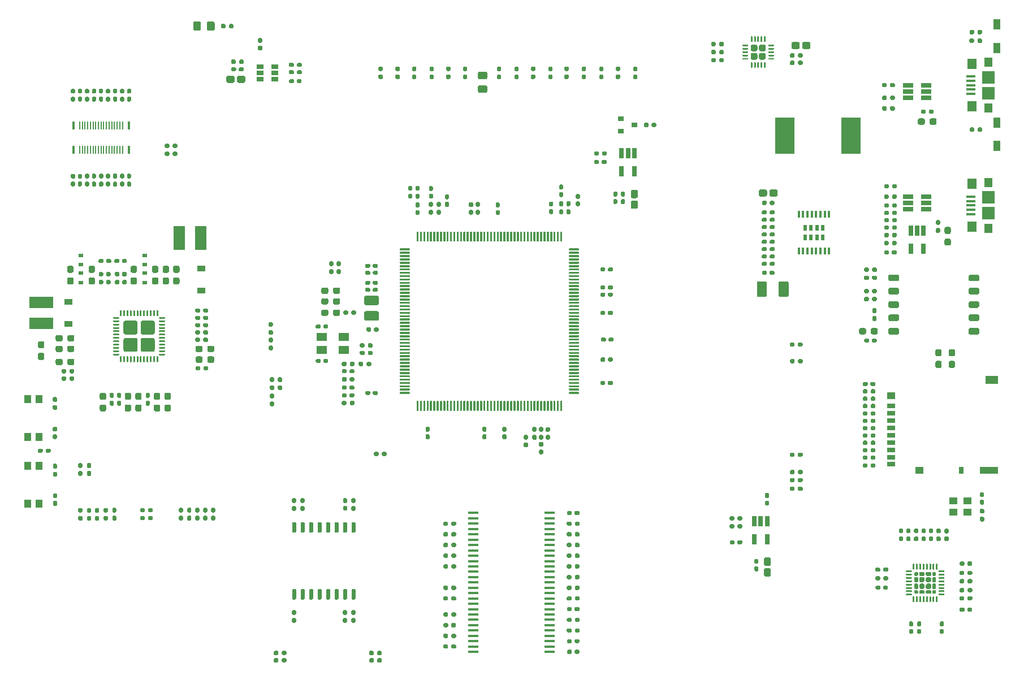
<source format=gbr>
%TF.GenerationSoftware,KiCad,Pcbnew,(5.1.6)-1*%
%TF.CreationDate,2020-11-07T21:05:33+09:00*%
%TF.ProjectId,FlightComputer,466c6967-6874-4436-9f6d-70757465722e,rev?*%
%TF.SameCoordinates,Original*%
%TF.FileFunction,Paste,Top*%
%TF.FilePolarity,Positive*%
%FSLAX46Y46*%
G04 Gerber Fmt 4.6, Leading zero omitted, Abs format (unit mm)*
G04 Created by KiCad (PCBNEW (5.1.6)-1) date 2020-11-07 21:05:33*
%MOMM*%
%LPD*%
G01*
G04 APERTURE LIST*
%ADD10R,0.650000X1.560000*%
%ADD11R,1.510000X0.458000*%
%ADD12R,1.600000X1.300000*%
%ADD13R,0.537000X0.882000*%
%ADD14R,0.450000X1.050000*%
%ADD15R,3.600000X1.800000*%
%ADD16R,1.800000X3.600000*%
%ADD17R,1.000000X1.500000*%
%ADD18R,2.900000X5.400000*%
%ADD19R,1.300000X1.100000*%
%ADD20R,1.400000X1.600000*%
%ADD21R,1.900000X1.900000*%
%ADD22R,1.300000X1.450000*%
%ADD23R,1.400000X0.400000*%
%ADD24R,1.560000X0.650000*%
%ADD25R,1.060000X0.650000*%
%ADD26R,0.900000X0.800000*%
%ADD27C,0.100000*%
%ADD28R,1.000000X1.200000*%
%ADD29R,1.900000X1.300000*%
%ADD30R,2.800000X1.000000*%
%ADD31R,0.800000X1.000000*%
%ADD32R,1.200000X1.000000*%
%ADD33R,1.200000X0.700000*%
%ADD34R,0.400000X1.200000*%
%ADD35R,0.160000X1.200000*%
%ADD36R,0.700000X0.600000*%
%ADD37R,1.200000X0.900000*%
G04 APERTURE END LIST*
D10*
%TO.C,U14*%
X136270000Y-34610000D03*
X134370000Y-34610000D03*
X134370000Y-31910000D03*
X135320000Y-31910000D03*
X136270000Y-31910000D03*
%TD*%
%TO.C,R127*%
G36*
G01*
X136580000Y-13940000D02*
X136580000Y-14260000D01*
G75*
G02*
X136420000Y-14420000I-160000J0D01*
G01*
X136025000Y-14420000D01*
G75*
G02*
X135865000Y-14260000I0J160000D01*
G01*
X135865000Y-13940000D01*
G75*
G02*
X136025000Y-13780000I160000J0D01*
G01*
X136420000Y-13780000D01*
G75*
G02*
X136580000Y-13940000I0J-160000D01*
G01*
G37*
G36*
G01*
X137775000Y-13940000D02*
X137775000Y-14260000D01*
G75*
G02*
X137615000Y-14420000I-160000J0D01*
G01*
X137220000Y-14420000D01*
G75*
G02*
X137060000Y-14260000I0J160000D01*
G01*
X137060000Y-13940000D01*
G75*
G02*
X137220000Y-13780000I160000J0D01*
G01*
X137615000Y-13780000D01*
G75*
G02*
X137775000Y-13940000I0J-160000D01*
G01*
G37*
%TD*%
%TO.C,R15*%
G36*
G01*
X138570000Y-31070000D02*
X138250000Y-31070000D01*
G75*
G02*
X138090000Y-30910000I0J160000D01*
G01*
X138090000Y-30515000D01*
G75*
G02*
X138250000Y-30355000I160000J0D01*
G01*
X138570000Y-30355000D01*
G75*
G02*
X138730000Y-30515000I0J-160000D01*
G01*
X138730000Y-30910000D01*
G75*
G02*
X138570000Y-31070000I-160000J0D01*
G01*
G37*
G36*
G01*
X138570000Y-32265000D02*
X138250000Y-32265000D01*
G75*
G02*
X138090000Y-32105000I0J160000D01*
G01*
X138090000Y-31710000D01*
G75*
G02*
X138250000Y-31550000I160000J0D01*
G01*
X138570000Y-31550000D01*
G75*
G02*
X138730000Y-31710000I0J-160000D01*
G01*
X138730000Y-32105000D01*
G75*
G02*
X138570000Y-32265000I-160000J0D01*
G01*
G37*
%TD*%
%TO.C,C114*%
G36*
G01*
X89000000Y-44405000D02*
X89000000Y-44095000D01*
G75*
G02*
X89155000Y-43940000I155000J0D01*
G01*
X89580000Y-43940000D01*
G75*
G02*
X89735000Y-44095000I0J-155000D01*
G01*
X89735000Y-44405000D01*
G75*
G02*
X89580000Y-44560000I-155000J0D01*
G01*
X89155000Y-44560000D01*
G75*
G02*
X89000000Y-44405000I0J155000D01*
G01*
G37*
G36*
G01*
X87865000Y-44405000D02*
X87865000Y-44095000D01*
G75*
G02*
X88020000Y-43940000I155000J0D01*
G01*
X88445000Y-43940000D01*
G75*
G02*
X88600000Y-44095000I0J-155000D01*
G01*
X88600000Y-44405000D01*
G75*
G02*
X88445000Y-44560000I-155000J0D01*
G01*
X88020000Y-44560000D01*
G75*
G02*
X87865000Y-44405000I0J155000D01*
G01*
G37*
%TD*%
%TO.C,TH1*%
G36*
G01*
X7885000Y-53940000D02*
X7885000Y-54260000D01*
G75*
G02*
X7725000Y-54420000I-160000J0D01*
G01*
X7330000Y-54420000D01*
G75*
G02*
X7170000Y-54260000I0J160000D01*
G01*
X7170000Y-53940000D01*
G75*
G02*
X7330000Y-53780000I160000J0D01*
G01*
X7725000Y-53780000D01*
G75*
G02*
X7885000Y-53940000I0J-160000D01*
G01*
G37*
G36*
G01*
X9080000Y-53940000D02*
X9080000Y-54260000D01*
G75*
G02*
X8920000Y-54420000I-160000J0D01*
G01*
X8525000Y-54420000D01*
G75*
G02*
X8365000Y-54260000I0J160000D01*
G01*
X8365000Y-53940000D01*
G75*
G02*
X8525000Y-53780000I160000J0D01*
G01*
X8920000Y-53780000D01*
G75*
G02*
X9080000Y-53940000I0J-160000D01*
G01*
G37*
%TD*%
%TO.C,R217*%
G36*
G01*
X143840000Y-3340000D02*
X143840000Y-3660000D01*
G75*
G02*
X143680000Y-3820000I-160000J0D01*
G01*
X143285000Y-3820000D01*
G75*
G02*
X143125000Y-3660000I0J160000D01*
G01*
X143125000Y-3340000D01*
G75*
G02*
X143285000Y-3180000I160000J0D01*
G01*
X143680000Y-3180000D01*
G75*
G02*
X143840000Y-3340000I0J-160000D01*
G01*
G37*
G36*
G01*
X145035000Y-3340000D02*
X145035000Y-3660000D01*
G75*
G02*
X144875000Y-3820000I-160000J0D01*
G01*
X144480000Y-3820000D01*
G75*
G02*
X144320000Y-3660000I0J160000D01*
G01*
X144320000Y-3340000D01*
G75*
G02*
X144480000Y-3180000I160000J0D01*
G01*
X144875000Y-3180000D01*
G75*
G02*
X145035000Y-3340000I0J-160000D01*
G01*
G37*
%TD*%
%TO.C,R216*%
G36*
G01*
X131240000Y-12210000D02*
X131240000Y-11890000D01*
G75*
G02*
X131400000Y-11730000I160000J0D01*
G01*
X131795000Y-11730000D01*
G75*
G02*
X131955000Y-11890000I0J-160000D01*
G01*
X131955000Y-12210000D01*
G75*
G02*
X131795000Y-12370000I-160000J0D01*
G01*
X131400000Y-12370000D01*
G75*
G02*
X131240000Y-12210000I0J160000D01*
G01*
G37*
G36*
G01*
X130045000Y-12210000D02*
X130045000Y-11890000D01*
G75*
G02*
X130205000Y-11730000I160000J0D01*
G01*
X130600000Y-11730000D01*
G75*
G02*
X130760000Y-11890000I0J-160000D01*
G01*
X130760000Y-12210000D01*
G75*
G02*
X130600000Y-12370000I-160000J0D01*
G01*
X130205000Y-12370000D01*
G75*
G02*
X130045000Y-12210000I0J160000D01*
G01*
G37*
%TD*%
%TO.C,R215*%
G36*
G01*
X131240000Y-10310000D02*
X131240000Y-9990000D01*
G75*
G02*
X131400000Y-9830000I160000J0D01*
G01*
X131795000Y-9830000D01*
G75*
G02*
X131955000Y-9990000I0J-160000D01*
G01*
X131955000Y-10310000D01*
G75*
G02*
X131795000Y-10470000I-160000J0D01*
G01*
X131400000Y-10470000D01*
G75*
G02*
X131240000Y-10310000I0J160000D01*
G01*
G37*
G36*
G01*
X130045000Y-10310000D02*
X130045000Y-9990000D01*
G75*
G02*
X130205000Y-9830000I160000J0D01*
G01*
X130600000Y-9830000D01*
G75*
G02*
X130760000Y-9990000I0J-160000D01*
G01*
X130760000Y-10310000D01*
G75*
G02*
X130600000Y-10470000I-160000J0D01*
G01*
X130205000Y-10470000D01*
G75*
G02*
X130045000Y-10310000I0J160000D01*
G01*
G37*
%TD*%
%TO.C,R214*%
G36*
G01*
X131240000Y-13790000D02*
X131240000Y-13470000D01*
G75*
G02*
X131400000Y-13310000I160000J0D01*
G01*
X131795000Y-13310000D01*
G75*
G02*
X131955000Y-13470000I0J-160000D01*
G01*
X131955000Y-13790000D01*
G75*
G02*
X131795000Y-13950000I-160000J0D01*
G01*
X131400000Y-13950000D01*
G75*
G02*
X131240000Y-13790000I0J160000D01*
G01*
G37*
G36*
G01*
X130045000Y-13790000D02*
X130045000Y-13470000D01*
G75*
G02*
X130205000Y-13310000I160000J0D01*
G01*
X130600000Y-13310000D01*
G75*
G02*
X130760000Y-13470000I0J-160000D01*
G01*
X130760000Y-13790000D01*
G75*
G02*
X130600000Y-13950000I-160000J0D01*
G01*
X130205000Y-13950000D01*
G75*
G02*
X130045000Y-13790000I0J160000D01*
G01*
G37*
%TD*%
%TO.C,R213*%
G36*
G01*
X131540000Y-25460000D02*
X131540000Y-25140000D01*
G75*
G02*
X131700000Y-24980000I160000J0D01*
G01*
X132095000Y-24980000D01*
G75*
G02*
X132255000Y-25140000I0J-160000D01*
G01*
X132255000Y-25460000D01*
G75*
G02*
X132095000Y-25620000I-160000J0D01*
G01*
X131700000Y-25620000D01*
G75*
G02*
X131540000Y-25460000I0J160000D01*
G01*
G37*
G36*
G01*
X130345000Y-25460000D02*
X130345000Y-25140000D01*
G75*
G02*
X130505000Y-24980000I160000J0D01*
G01*
X130900000Y-24980000D01*
G75*
G02*
X131060000Y-25140000I0J-160000D01*
G01*
X131060000Y-25460000D01*
G75*
G02*
X130900000Y-25620000I-160000J0D01*
G01*
X130505000Y-25620000D01*
G75*
G02*
X130345000Y-25460000I0J160000D01*
G01*
G37*
%TD*%
%TO.C,R212*%
G36*
G01*
X131540000Y-28320000D02*
X131540000Y-28000000D01*
G75*
G02*
X131700000Y-27840000I160000J0D01*
G01*
X132095000Y-27840000D01*
G75*
G02*
X132255000Y-28000000I0J-160000D01*
G01*
X132255000Y-28320000D01*
G75*
G02*
X132095000Y-28480000I-160000J0D01*
G01*
X131700000Y-28480000D01*
G75*
G02*
X131540000Y-28320000I0J160000D01*
G01*
G37*
G36*
G01*
X130345000Y-28320000D02*
X130345000Y-28000000D01*
G75*
G02*
X130505000Y-27840000I160000J0D01*
G01*
X130900000Y-27840000D01*
G75*
G02*
X131060000Y-28000000I0J-160000D01*
G01*
X131060000Y-28320000D01*
G75*
G02*
X130900000Y-28480000I-160000J0D01*
G01*
X130505000Y-28480000D01*
G75*
G02*
X130345000Y-28320000I0J160000D01*
G01*
G37*
%TD*%
%TO.C,R211*%
G36*
G01*
X131540000Y-27010000D02*
X131540000Y-26690000D01*
G75*
G02*
X131700000Y-26530000I160000J0D01*
G01*
X132095000Y-26530000D01*
G75*
G02*
X132255000Y-26690000I0J-160000D01*
G01*
X132255000Y-27010000D01*
G75*
G02*
X132095000Y-27170000I-160000J0D01*
G01*
X131700000Y-27170000D01*
G75*
G02*
X131540000Y-27010000I0J160000D01*
G01*
G37*
G36*
G01*
X130345000Y-27010000D02*
X130345000Y-26690000D01*
G75*
G02*
X130505000Y-26530000I160000J0D01*
G01*
X130900000Y-26530000D01*
G75*
G02*
X131060000Y-26690000I0J-160000D01*
G01*
X131060000Y-27010000D01*
G75*
G02*
X130900000Y-27170000I-160000J0D01*
G01*
X130505000Y-27170000D01*
G75*
G02*
X130345000Y-27010000I0J160000D01*
G01*
G37*
%TD*%
%TO.C,R210*%
G36*
G01*
X131540000Y-29440000D02*
X131540000Y-29120000D01*
G75*
G02*
X131700000Y-28960000I160000J0D01*
G01*
X132095000Y-28960000D01*
G75*
G02*
X132255000Y-29120000I0J-160000D01*
G01*
X132255000Y-29440000D01*
G75*
G02*
X132095000Y-29600000I-160000J0D01*
G01*
X131700000Y-29600000D01*
G75*
G02*
X131540000Y-29440000I0J160000D01*
G01*
G37*
G36*
G01*
X130345000Y-29440000D02*
X130345000Y-29120000D01*
G75*
G02*
X130505000Y-28960000I160000J0D01*
G01*
X130900000Y-28960000D01*
G75*
G02*
X131060000Y-29120000I0J-160000D01*
G01*
X131060000Y-29440000D01*
G75*
G02*
X130900000Y-29600000I-160000J0D01*
G01*
X130505000Y-29600000D01*
G75*
G02*
X130345000Y-29440000I0J160000D01*
G01*
G37*
%TD*%
%TO.C,R209*%
G36*
G01*
X131540000Y-30540000D02*
X131540000Y-30220000D01*
G75*
G02*
X131700000Y-30060000I160000J0D01*
G01*
X132095000Y-30060000D01*
G75*
G02*
X132255000Y-30220000I0J-160000D01*
G01*
X132255000Y-30540000D01*
G75*
G02*
X132095000Y-30700000I-160000J0D01*
G01*
X131700000Y-30700000D01*
G75*
G02*
X131540000Y-30540000I0J160000D01*
G01*
G37*
G36*
G01*
X130345000Y-30540000D02*
X130345000Y-30220000D01*
G75*
G02*
X130505000Y-30060000I160000J0D01*
G01*
X130900000Y-30060000D01*
G75*
G02*
X131060000Y-30220000I0J-160000D01*
G01*
X131060000Y-30540000D01*
G75*
G02*
X130900000Y-30700000I-160000J0D01*
G01*
X130505000Y-30700000D01*
G75*
G02*
X130345000Y-30540000I0J160000D01*
G01*
G37*
%TD*%
%TO.C,R208*%
G36*
G01*
X131060000Y-31320000D02*
X131060000Y-31640000D01*
G75*
G02*
X130900000Y-31800000I-160000J0D01*
G01*
X130505000Y-31800000D01*
G75*
G02*
X130345000Y-31640000I0J160000D01*
G01*
X130345000Y-31320000D01*
G75*
G02*
X130505000Y-31160000I160000J0D01*
G01*
X130900000Y-31160000D01*
G75*
G02*
X131060000Y-31320000I0J-160000D01*
G01*
G37*
G36*
G01*
X132255000Y-31320000D02*
X132255000Y-31640000D01*
G75*
G02*
X132095000Y-31800000I-160000J0D01*
G01*
X131700000Y-31800000D01*
G75*
G02*
X131540000Y-31640000I0J160000D01*
G01*
X131540000Y-31320000D01*
G75*
G02*
X131700000Y-31160000I160000J0D01*
G01*
X132095000Y-31160000D01*
G75*
G02*
X132255000Y-31320000I0J-160000D01*
G01*
G37*
%TD*%
%TO.C,R207*%
G36*
G01*
X131060000Y-33640000D02*
X131060000Y-33960000D01*
G75*
G02*
X130900000Y-34120000I-160000J0D01*
G01*
X130505000Y-34120000D01*
G75*
G02*
X130345000Y-33960000I0J160000D01*
G01*
X130345000Y-33640000D01*
G75*
G02*
X130505000Y-33480000I160000J0D01*
G01*
X130900000Y-33480000D01*
G75*
G02*
X131060000Y-33640000I0J-160000D01*
G01*
G37*
G36*
G01*
X132255000Y-33640000D02*
X132255000Y-33960000D01*
G75*
G02*
X132095000Y-34120000I-160000J0D01*
G01*
X131700000Y-34120000D01*
G75*
G02*
X131540000Y-33960000I0J160000D01*
G01*
X131540000Y-33640000D01*
G75*
G02*
X131700000Y-33480000I160000J0D01*
G01*
X132095000Y-33480000D01*
G75*
G02*
X132255000Y-33640000I0J-160000D01*
G01*
G37*
%TD*%
%TO.C,R206*%
G36*
G01*
X131540000Y-32760000D02*
X131540000Y-32440000D01*
G75*
G02*
X131700000Y-32280000I160000J0D01*
G01*
X132095000Y-32280000D01*
G75*
G02*
X132255000Y-32440000I0J-160000D01*
G01*
X132255000Y-32760000D01*
G75*
G02*
X132095000Y-32920000I-160000J0D01*
G01*
X131700000Y-32920000D01*
G75*
G02*
X131540000Y-32760000I0J160000D01*
G01*
G37*
G36*
G01*
X130345000Y-32760000D02*
X130345000Y-32440000D01*
G75*
G02*
X130505000Y-32280000I160000J0D01*
G01*
X130900000Y-32280000D01*
G75*
G02*
X131060000Y-32440000I0J-160000D01*
G01*
X131060000Y-32760000D01*
G75*
G02*
X130900000Y-32920000I-160000J0D01*
G01*
X130505000Y-32920000D01*
G75*
G02*
X130345000Y-32760000I0J160000D01*
G01*
G37*
%TD*%
%TO.C,R205*%
G36*
G01*
X54660000Y-65240000D02*
X54660000Y-65560000D01*
G75*
G02*
X54500000Y-65720000I-160000J0D01*
G01*
X54105000Y-65720000D01*
G75*
G02*
X53945000Y-65560000I0J160000D01*
G01*
X53945000Y-65240000D01*
G75*
G02*
X54105000Y-65080000I160000J0D01*
G01*
X54500000Y-65080000D01*
G75*
G02*
X54660000Y-65240000I0J-160000D01*
G01*
G37*
G36*
G01*
X55855000Y-65240000D02*
X55855000Y-65560000D01*
G75*
G02*
X55695000Y-65720000I-160000J0D01*
G01*
X55300000Y-65720000D01*
G75*
G02*
X55140000Y-65560000I0J160000D01*
G01*
X55140000Y-65240000D01*
G75*
G02*
X55300000Y-65080000I160000J0D01*
G01*
X55695000Y-65080000D01*
G75*
G02*
X55855000Y-65240000I0J-160000D01*
G01*
G37*
%TD*%
%TO.C,R204*%
G36*
G01*
X52840000Y-52060000D02*
X52840000Y-51740000D01*
G75*
G02*
X53000000Y-51580000I160000J0D01*
G01*
X53395000Y-51580000D01*
G75*
G02*
X53555000Y-51740000I0J-160000D01*
G01*
X53555000Y-52060000D01*
G75*
G02*
X53395000Y-52220000I-160000J0D01*
G01*
X53000000Y-52220000D01*
G75*
G02*
X52840000Y-52060000I0J160000D01*
G01*
G37*
G36*
G01*
X51645000Y-52060000D02*
X51645000Y-51740000D01*
G75*
G02*
X51805000Y-51580000I160000J0D01*
G01*
X52200000Y-51580000D01*
G75*
G02*
X52360000Y-51740000I0J-160000D01*
G01*
X52360000Y-52060000D01*
G75*
G02*
X52200000Y-52220000I-160000J0D01*
G01*
X51805000Y-52220000D01*
G75*
G02*
X51645000Y-52060000I0J160000D01*
G01*
G37*
%TD*%
%TO.C,R203*%
G36*
G01*
X50580000Y-44390000D02*
X50580000Y-44070000D01*
G75*
G02*
X50740000Y-43910000I160000J0D01*
G01*
X51135000Y-43910000D01*
G75*
G02*
X51295000Y-44070000I0J-160000D01*
G01*
X51295000Y-44390000D01*
G75*
G02*
X51135000Y-44550000I-160000J0D01*
G01*
X50740000Y-44550000D01*
G75*
G02*
X50580000Y-44390000I0J160000D01*
G01*
G37*
G36*
G01*
X49385000Y-44390000D02*
X49385000Y-44070000D01*
G75*
G02*
X49545000Y-43910000I160000J0D01*
G01*
X49940000Y-43910000D01*
G75*
G02*
X50100000Y-44070000I0J-160000D01*
G01*
X50100000Y-44390000D01*
G75*
G02*
X49940000Y-44550000I-160000J0D01*
G01*
X49545000Y-44550000D01*
G75*
G02*
X49385000Y-44390000I0J160000D01*
G01*
G37*
%TD*%
%TO.C,R202*%
G36*
G01*
X49860000Y-51740000D02*
X49860000Y-52060000D01*
G75*
G02*
X49700000Y-52220000I-160000J0D01*
G01*
X49305000Y-52220000D01*
G75*
G02*
X49145000Y-52060000I0J160000D01*
G01*
X49145000Y-51740000D01*
G75*
G02*
X49305000Y-51580000I160000J0D01*
G01*
X49700000Y-51580000D01*
G75*
G02*
X49860000Y-51740000I0J-160000D01*
G01*
G37*
G36*
G01*
X51055000Y-51740000D02*
X51055000Y-52060000D01*
G75*
G02*
X50895000Y-52220000I-160000J0D01*
G01*
X50500000Y-52220000D01*
G75*
G02*
X50340000Y-52060000I0J160000D01*
G01*
X50340000Y-51740000D01*
G75*
G02*
X50500000Y-51580000I160000J0D01*
G01*
X50895000Y-51580000D01*
G75*
G02*
X51055000Y-51740000I0J-160000D01*
G01*
G37*
%TD*%
%TO.C,R201*%
G36*
G01*
X49860000Y-57590000D02*
X49860000Y-57910000D01*
G75*
G02*
X49700000Y-58070000I-160000J0D01*
G01*
X49305000Y-58070000D01*
G75*
G02*
X49145000Y-57910000I0J160000D01*
G01*
X49145000Y-57590000D01*
G75*
G02*
X49305000Y-57430000I160000J0D01*
G01*
X49700000Y-57430000D01*
G75*
G02*
X49860000Y-57590000I0J-160000D01*
G01*
G37*
G36*
G01*
X51055000Y-57590000D02*
X51055000Y-57910000D01*
G75*
G02*
X50895000Y-58070000I-160000J0D01*
G01*
X50500000Y-58070000D01*
G75*
G02*
X50340000Y-57910000I0J160000D01*
G01*
X50340000Y-57590000D01*
G75*
G02*
X50500000Y-57430000I160000J0D01*
G01*
X50895000Y-57430000D01*
G75*
G02*
X51055000Y-57590000I0J-160000D01*
G01*
G37*
%TD*%
%TO.C,R200*%
G36*
G01*
X63520000Y-28840000D02*
X63840000Y-28840000D01*
G75*
G02*
X64000000Y-29000000I0J-160000D01*
G01*
X64000000Y-29395000D01*
G75*
G02*
X63840000Y-29555000I-160000J0D01*
G01*
X63520000Y-29555000D01*
G75*
G02*
X63360000Y-29395000I0J160000D01*
G01*
X63360000Y-29000000D01*
G75*
G02*
X63520000Y-28840000I160000J0D01*
G01*
G37*
G36*
G01*
X63520000Y-27645000D02*
X63840000Y-27645000D01*
G75*
G02*
X64000000Y-27805000I0J-160000D01*
G01*
X64000000Y-28200000D01*
G75*
G02*
X63840000Y-28360000I-160000J0D01*
G01*
X63520000Y-28360000D01*
G75*
G02*
X63360000Y-28200000I0J160000D01*
G01*
X63360000Y-27805000D01*
G75*
G02*
X63520000Y-27645000I160000J0D01*
G01*
G37*
%TD*%
%TO.C,R199*%
G36*
G01*
X82930000Y-28750000D02*
X83250000Y-28750000D01*
G75*
G02*
X83410000Y-28910000I0J-160000D01*
G01*
X83410000Y-29305000D01*
G75*
G02*
X83250000Y-29465000I-160000J0D01*
G01*
X82930000Y-29465000D01*
G75*
G02*
X82770000Y-29305000I0J160000D01*
G01*
X82770000Y-28910000D01*
G75*
G02*
X82930000Y-28750000I160000J0D01*
G01*
G37*
G36*
G01*
X82930000Y-27555000D02*
X83250000Y-27555000D01*
G75*
G02*
X83410000Y-27715000I0J-160000D01*
G01*
X83410000Y-28110000D01*
G75*
G02*
X83250000Y-28270000I-160000J0D01*
G01*
X82930000Y-28270000D01*
G75*
G02*
X82770000Y-28110000I0J160000D01*
G01*
X82770000Y-27715000D01*
G75*
G02*
X82930000Y-27555000I160000J0D01*
G01*
G37*
%TD*%
%TO.C,R198*%
G36*
G01*
X78160000Y-62060000D02*
X77840000Y-62060000D01*
G75*
G02*
X77680000Y-61900000I0J160000D01*
G01*
X77680000Y-61505000D01*
G75*
G02*
X77840000Y-61345000I160000J0D01*
G01*
X78160000Y-61345000D01*
G75*
G02*
X78320000Y-61505000I0J-160000D01*
G01*
X78320000Y-61900000D01*
G75*
G02*
X78160000Y-62060000I-160000J0D01*
G01*
G37*
G36*
G01*
X78160000Y-63255000D02*
X77840000Y-63255000D01*
G75*
G02*
X77680000Y-63095000I0J160000D01*
G01*
X77680000Y-62700000D01*
G75*
G02*
X77840000Y-62540000I160000J0D01*
G01*
X78160000Y-62540000D01*
G75*
G02*
X78320000Y-62700000I0J-160000D01*
G01*
X78320000Y-63095000D01*
G75*
G02*
X78160000Y-63255000I-160000J0D01*
G01*
G37*
%TD*%
%TO.C,R197*%
G36*
G01*
X62340000Y-28840000D02*
X62660000Y-28840000D01*
G75*
G02*
X62820000Y-29000000I0J-160000D01*
G01*
X62820000Y-29395000D01*
G75*
G02*
X62660000Y-29555000I-160000J0D01*
G01*
X62340000Y-29555000D01*
G75*
G02*
X62180000Y-29395000I0J160000D01*
G01*
X62180000Y-29000000D01*
G75*
G02*
X62340000Y-28840000I160000J0D01*
G01*
G37*
G36*
G01*
X62340000Y-27645000D02*
X62660000Y-27645000D01*
G75*
G02*
X62820000Y-27805000I0J-160000D01*
G01*
X62820000Y-28200000D01*
G75*
G02*
X62660000Y-28360000I-160000J0D01*
G01*
X62340000Y-28360000D01*
G75*
G02*
X62180000Y-28200000I0J160000D01*
G01*
X62180000Y-27805000D01*
G75*
G02*
X62340000Y-27645000I160000J0D01*
G01*
G37*
%TD*%
%TO.C,R196*%
G36*
G01*
X81840000Y-28760000D02*
X82160000Y-28760000D01*
G75*
G02*
X82320000Y-28920000I0J-160000D01*
G01*
X82320000Y-29315000D01*
G75*
G02*
X82160000Y-29475000I-160000J0D01*
G01*
X81840000Y-29475000D01*
G75*
G02*
X81680000Y-29315000I0J160000D01*
G01*
X81680000Y-28920000D01*
G75*
G02*
X81840000Y-28760000I160000J0D01*
G01*
G37*
G36*
G01*
X81840000Y-27565000D02*
X82160000Y-27565000D01*
G75*
G02*
X82320000Y-27725000I0J-160000D01*
G01*
X82320000Y-28120000D01*
G75*
G02*
X82160000Y-28280000I-160000J0D01*
G01*
X81840000Y-28280000D01*
G75*
G02*
X81680000Y-28120000I0J160000D01*
G01*
X81680000Y-27725000D01*
G75*
G02*
X81840000Y-27565000I160000J0D01*
G01*
G37*
%TD*%
%TO.C,R195*%
G36*
G01*
X79160000Y-62060000D02*
X78840000Y-62060000D01*
G75*
G02*
X78680000Y-61900000I0J160000D01*
G01*
X78680000Y-61505000D01*
G75*
G02*
X78840000Y-61345000I160000J0D01*
G01*
X79160000Y-61345000D01*
G75*
G02*
X79320000Y-61505000I0J-160000D01*
G01*
X79320000Y-61900000D01*
G75*
G02*
X79160000Y-62060000I-160000J0D01*
G01*
G37*
G36*
G01*
X79160000Y-63255000D02*
X78840000Y-63255000D01*
G75*
G02*
X78680000Y-63095000I0J160000D01*
G01*
X78680000Y-62700000D01*
G75*
G02*
X78840000Y-62540000I160000J0D01*
G01*
X79160000Y-62540000D01*
G75*
G02*
X79320000Y-62700000I0J-160000D01*
G01*
X79320000Y-63095000D01*
G75*
G02*
X79160000Y-63255000I-160000J0D01*
G01*
G37*
%TD*%
%TO.C,R194*%
G36*
G01*
X48860000Y-37240000D02*
X48540000Y-37240000D01*
G75*
G02*
X48380000Y-37080000I0J160000D01*
G01*
X48380000Y-36685000D01*
G75*
G02*
X48540000Y-36525000I160000J0D01*
G01*
X48860000Y-36525000D01*
G75*
G02*
X49020000Y-36685000I0J-160000D01*
G01*
X49020000Y-37080000D01*
G75*
G02*
X48860000Y-37240000I-160000J0D01*
G01*
G37*
G36*
G01*
X48860000Y-38435000D02*
X48540000Y-38435000D01*
G75*
G02*
X48380000Y-38275000I0J160000D01*
G01*
X48380000Y-37880000D01*
G75*
G02*
X48540000Y-37720000I160000J0D01*
G01*
X48860000Y-37720000D01*
G75*
G02*
X49020000Y-37880000I0J-160000D01*
G01*
X49020000Y-38275000D01*
G75*
G02*
X48860000Y-38435000I-160000J0D01*
G01*
G37*
%TD*%
%TO.C,R193*%
G36*
G01*
X47760000Y-37240000D02*
X47440000Y-37240000D01*
G75*
G02*
X47280000Y-37080000I0J160000D01*
G01*
X47280000Y-36685000D01*
G75*
G02*
X47440000Y-36525000I160000J0D01*
G01*
X47760000Y-36525000D01*
G75*
G02*
X47920000Y-36685000I0J-160000D01*
G01*
X47920000Y-37080000D01*
G75*
G02*
X47760000Y-37240000I-160000J0D01*
G01*
G37*
G36*
G01*
X47760000Y-38435000D02*
X47440000Y-38435000D01*
G75*
G02*
X47280000Y-38275000I0J160000D01*
G01*
X47280000Y-37880000D01*
G75*
G02*
X47440000Y-37720000I160000J0D01*
G01*
X47760000Y-37720000D01*
G75*
G02*
X47920000Y-37880000I0J-160000D01*
G01*
X47920000Y-38275000D01*
G75*
G02*
X47760000Y-38435000I-160000J0D01*
G01*
G37*
%TD*%
%TO.C,R192*%
G36*
G01*
X11140000Y-67950000D02*
X11460000Y-67950000D01*
G75*
G02*
X11620000Y-68110000I0J-160000D01*
G01*
X11620000Y-68505000D01*
G75*
G02*
X11460000Y-68665000I-160000J0D01*
G01*
X11140000Y-68665000D01*
G75*
G02*
X10980000Y-68505000I0J160000D01*
G01*
X10980000Y-68110000D01*
G75*
G02*
X11140000Y-67950000I160000J0D01*
G01*
G37*
G36*
G01*
X11140000Y-66755000D02*
X11460000Y-66755000D01*
G75*
G02*
X11620000Y-66915000I0J-160000D01*
G01*
X11620000Y-67310000D01*
G75*
G02*
X11460000Y-67470000I-160000J0D01*
G01*
X11140000Y-67470000D01*
G75*
G02*
X10980000Y-67310000I0J160000D01*
G01*
X10980000Y-66915000D01*
G75*
G02*
X11140000Y-66755000I160000J0D01*
G01*
G37*
%TD*%
%TO.C,R191*%
G36*
G01*
X9840000Y-67950000D02*
X10160000Y-67950000D01*
G75*
G02*
X10320000Y-68110000I0J-160000D01*
G01*
X10320000Y-68505000D01*
G75*
G02*
X10160000Y-68665000I-160000J0D01*
G01*
X9840000Y-68665000D01*
G75*
G02*
X9680000Y-68505000I0J160000D01*
G01*
X9680000Y-68110000D01*
G75*
G02*
X9840000Y-67950000I160000J0D01*
G01*
G37*
G36*
G01*
X9840000Y-66755000D02*
X10160000Y-66755000D01*
G75*
G02*
X10320000Y-66915000I0J-160000D01*
G01*
X10320000Y-67310000D01*
G75*
G02*
X10160000Y-67470000I-160000J0D01*
G01*
X9840000Y-67470000D01*
G75*
G02*
X9680000Y-67310000I0J160000D01*
G01*
X9680000Y-66915000D01*
G75*
G02*
X9840000Y-66755000I160000J0D01*
G01*
G37*
%TD*%
%TO.C,R190*%
G36*
G01*
X38340000Y-46840000D02*
X38660000Y-46840000D01*
G75*
G02*
X38820000Y-47000000I0J-160000D01*
G01*
X38820000Y-47395000D01*
G75*
G02*
X38660000Y-47555000I-160000J0D01*
G01*
X38340000Y-47555000D01*
G75*
G02*
X38180000Y-47395000I0J160000D01*
G01*
X38180000Y-47000000D01*
G75*
G02*
X38340000Y-46840000I160000J0D01*
G01*
G37*
G36*
G01*
X38340000Y-45645000D02*
X38660000Y-45645000D01*
G75*
G02*
X38820000Y-45805000I0J-160000D01*
G01*
X38820000Y-46200000D01*
G75*
G02*
X38660000Y-46360000I-160000J0D01*
G01*
X38340000Y-46360000D01*
G75*
G02*
X38180000Y-46200000I0J160000D01*
G01*
X38180000Y-45805000D01*
G75*
G02*
X38340000Y-45645000I160000J0D01*
G01*
G37*
%TD*%
%TO.C,R189*%
G36*
G01*
X38670000Y-48670000D02*
X38350000Y-48670000D01*
G75*
G02*
X38190000Y-48510000I0J160000D01*
G01*
X38190000Y-48115000D01*
G75*
G02*
X38350000Y-47955000I160000J0D01*
G01*
X38670000Y-47955000D01*
G75*
G02*
X38830000Y-48115000I0J-160000D01*
G01*
X38830000Y-48510000D01*
G75*
G02*
X38670000Y-48670000I-160000J0D01*
G01*
G37*
G36*
G01*
X38670000Y-49865000D02*
X38350000Y-49865000D01*
G75*
G02*
X38190000Y-49705000I0J160000D01*
G01*
X38190000Y-49310000D01*
G75*
G02*
X38350000Y-49150000I160000J0D01*
G01*
X38670000Y-49150000D01*
G75*
G02*
X38830000Y-49310000I0J-160000D01*
G01*
X38830000Y-49705000D01*
G75*
G02*
X38670000Y-49865000I-160000J0D01*
G01*
G37*
%TD*%
%TO.C,R188*%
G36*
G01*
X6360000Y-57585000D02*
X6040000Y-57585000D01*
G75*
G02*
X5880000Y-57425000I0J160000D01*
G01*
X5880000Y-57030000D01*
G75*
G02*
X6040000Y-56870000I160000J0D01*
G01*
X6360000Y-56870000D01*
G75*
G02*
X6520000Y-57030000I0J-160000D01*
G01*
X6520000Y-57425000D01*
G75*
G02*
X6360000Y-57585000I-160000J0D01*
G01*
G37*
G36*
G01*
X6360000Y-58780000D02*
X6040000Y-58780000D01*
G75*
G02*
X5880000Y-58620000I0J160000D01*
G01*
X5880000Y-58225000D01*
G75*
G02*
X6040000Y-58065000I160000J0D01*
G01*
X6360000Y-58065000D01*
G75*
G02*
X6520000Y-58225000I0J-160000D01*
G01*
X6520000Y-58620000D01*
G75*
G02*
X6360000Y-58780000I-160000J0D01*
G01*
G37*
%TD*%
%TO.C,R187*%
G36*
G01*
X4840000Y-65060000D02*
X4840000Y-64740000D01*
G75*
G02*
X5000000Y-64580000I160000J0D01*
G01*
X5395000Y-64580000D01*
G75*
G02*
X5555000Y-64740000I0J-160000D01*
G01*
X5555000Y-65060000D01*
G75*
G02*
X5395000Y-65220000I-160000J0D01*
G01*
X5000000Y-65220000D01*
G75*
G02*
X4840000Y-65060000I0J160000D01*
G01*
G37*
G36*
G01*
X3645000Y-65060000D02*
X3645000Y-64740000D01*
G75*
G02*
X3805000Y-64580000I160000J0D01*
G01*
X4200000Y-64580000D01*
G75*
G02*
X4360000Y-64740000I0J-160000D01*
G01*
X4360000Y-65060000D01*
G75*
G02*
X4200000Y-65220000I-160000J0D01*
G01*
X3805000Y-65220000D01*
G75*
G02*
X3645000Y-65060000I0J160000D01*
G01*
G37*
%TD*%
%TO.C,R186*%
G36*
G01*
X6050000Y-68050000D02*
X6370000Y-68050000D01*
G75*
G02*
X6530000Y-68210000I0J-160000D01*
G01*
X6530000Y-68605000D01*
G75*
G02*
X6370000Y-68765000I-160000J0D01*
G01*
X6050000Y-68765000D01*
G75*
G02*
X5890000Y-68605000I0J160000D01*
G01*
X5890000Y-68210000D01*
G75*
G02*
X6050000Y-68050000I160000J0D01*
G01*
G37*
G36*
G01*
X6050000Y-66855000D02*
X6370000Y-66855000D01*
G75*
G02*
X6530000Y-67015000I0J-160000D01*
G01*
X6530000Y-67410000D01*
G75*
G02*
X6370000Y-67570000I-160000J0D01*
G01*
X6050000Y-67570000D01*
G75*
G02*
X5890000Y-67410000I0J160000D01*
G01*
X5890000Y-67015000D01*
G75*
G02*
X6050000Y-66855000I160000J0D01*
G01*
G37*
%TD*%
%TO.C,R185*%
G36*
G01*
X59240000Y-26430000D02*
X59560000Y-26430000D01*
G75*
G02*
X59720000Y-26590000I0J-160000D01*
G01*
X59720000Y-26985000D01*
G75*
G02*
X59560000Y-27145000I-160000J0D01*
G01*
X59240000Y-27145000D01*
G75*
G02*
X59080000Y-26985000I0J160000D01*
G01*
X59080000Y-26590000D01*
G75*
G02*
X59240000Y-26430000I160000J0D01*
G01*
G37*
G36*
G01*
X59240000Y-25235000D02*
X59560000Y-25235000D01*
G75*
G02*
X59720000Y-25395000I0J-160000D01*
G01*
X59720000Y-25790000D01*
G75*
G02*
X59560000Y-25950000I-160000J0D01*
G01*
X59240000Y-25950000D01*
G75*
G02*
X59080000Y-25790000I0J160000D01*
G01*
X59080000Y-25395000D01*
G75*
G02*
X59240000Y-25235000I160000J0D01*
G01*
G37*
%TD*%
%TO.C,R184*%
G36*
G01*
X60340000Y-26440000D02*
X60660000Y-26440000D01*
G75*
G02*
X60820000Y-26600000I0J-160000D01*
G01*
X60820000Y-26995000D01*
G75*
G02*
X60660000Y-27155000I-160000J0D01*
G01*
X60340000Y-27155000D01*
G75*
G02*
X60180000Y-26995000I0J160000D01*
G01*
X60180000Y-26600000D01*
G75*
G02*
X60340000Y-26440000I160000J0D01*
G01*
G37*
G36*
G01*
X60340000Y-25245000D02*
X60660000Y-25245000D01*
G75*
G02*
X60820000Y-25405000I0J-160000D01*
G01*
X60820000Y-25800000D01*
G75*
G02*
X60660000Y-25960000I-160000J0D01*
G01*
X60340000Y-25960000D01*
G75*
G02*
X60180000Y-25800000I0J160000D01*
G01*
X60180000Y-25405000D01*
G75*
G02*
X60340000Y-25245000I160000J0D01*
G01*
G37*
%TD*%
%TO.C,R182*%
G36*
G01*
X55110000Y-8060000D02*
X54790000Y-8060000D01*
G75*
G02*
X54630000Y-7900000I0J160000D01*
G01*
X54630000Y-7505000D01*
G75*
G02*
X54790000Y-7345000I160000J0D01*
G01*
X55110000Y-7345000D01*
G75*
G02*
X55270000Y-7505000I0J-160000D01*
G01*
X55270000Y-7900000D01*
G75*
G02*
X55110000Y-8060000I-160000J0D01*
G01*
G37*
G36*
G01*
X55110000Y-9255000D02*
X54790000Y-9255000D01*
G75*
G02*
X54630000Y-9095000I0J160000D01*
G01*
X54630000Y-8700000D01*
G75*
G02*
X54790000Y-8540000I160000J0D01*
G01*
X55110000Y-8540000D01*
G75*
G02*
X55270000Y-8700000I0J-160000D01*
G01*
X55270000Y-9095000D01*
G75*
G02*
X55110000Y-9255000I-160000J0D01*
G01*
G37*
%TD*%
%TO.C,R181*%
G36*
G01*
X57660000Y-8060000D02*
X57340000Y-8060000D01*
G75*
G02*
X57180000Y-7900000I0J160000D01*
G01*
X57180000Y-7505000D01*
G75*
G02*
X57340000Y-7345000I160000J0D01*
G01*
X57660000Y-7345000D01*
G75*
G02*
X57820000Y-7505000I0J-160000D01*
G01*
X57820000Y-7900000D01*
G75*
G02*
X57660000Y-8060000I-160000J0D01*
G01*
G37*
G36*
G01*
X57660000Y-9255000D02*
X57340000Y-9255000D01*
G75*
G02*
X57180000Y-9095000I0J160000D01*
G01*
X57180000Y-8700000D01*
G75*
G02*
X57340000Y-8540000I160000J0D01*
G01*
X57660000Y-8540000D01*
G75*
G02*
X57820000Y-8700000I0J-160000D01*
G01*
X57820000Y-9095000D01*
G75*
G02*
X57660000Y-9255000I-160000J0D01*
G01*
G37*
%TD*%
%TO.C,R180*%
G36*
G01*
X60160000Y-8060000D02*
X59840000Y-8060000D01*
G75*
G02*
X59680000Y-7900000I0J160000D01*
G01*
X59680000Y-7505000D01*
G75*
G02*
X59840000Y-7345000I160000J0D01*
G01*
X60160000Y-7345000D01*
G75*
G02*
X60320000Y-7505000I0J-160000D01*
G01*
X60320000Y-7900000D01*
G75*
G02*
X60160000Y-8060000I-160000J0D01*
G01*
G37*
G36*
G01*
X60160000Y-9255000D02*
X59840000Y-9255000D01*
G75*
G02*
X59680000Y-9095000I0J160000D01*
G01*
X59680000Y-8700000D01*
G75*
G02*
X59840000Y-8540000I160000J0D01*
G01*
X60160000Y-8540000D01*
G75*
G02*
X60320000Y-8700000I0J-160000D01*
G01*
X60320000Y-9095000D01*
G75*
G02*
X60160000Y-9255000I-160000J0D01*
G01*
G37*
%TD*%
%TO.C,R179*%
G36*
G01*
X62760000Y-8060000D02*
X62440000Y-8060000D01*
G75*
G02*
X62280000Y-7900000I0J160000D01*
G01*
X62280000Y-7505000D01*
G75*
G02*
X62440000Y-7345000I160000J0D01*
G01*
X62760000Y-7345000D01*
G75*
G02*
X62920000Y-7505000I0J-160000D01*
G01*
X62920000Y-7900000D01*
G75*
G02*
X62760000Y-8060000I-160000J0D01*
G01*
G37*
G36*
G01*
X62760000Y-9255000D02*
X62440000Y-9255000D01*
G75*
G02*
X62280000Y-9095000I0J160000D01*
G01*
X62280000Y-8700000D01*
G75*
G02*
X62440000Y-8540000I160000J0D01*
G01*
X62760000Y-8540000D01*
G75*
G02*
X62920000Y-8700000I0J-160000D01*
G01*
X62920000Y-9095000D01*
G75*
G02*
X62760000Y-9255000I-160000J0D01*
G01*
G37*
%TD*%
%TO.C,R178*%
G36*
G01*
X65260000Y-8060000D02*
X64940000Y-8060000D01*
G75*
G02*
X64780000Y-7900000I0J160000D01*
G01*
X64780000Y-7505000D01*
G75*
G02*
X64940000Y-7345000I160000J0D01*
G01*
X65260000Y-7345000D01*
G75*
G02*
X65420000Y-7505000I0J-160000D01*
G01*
X65420000Y-7900000D01*
G75*
G02*
X65260000Y-8060000I-160000J0D01*
G01*
G37*
G36*
G01*
X65260000Y-9255000D02*
X64940000Y-9255000D01*
G75*
G02*
X64780000Y-9095000I0J160000D01*
G01*
X64780000Y-8700000D01*
G75*
G02*
X64940000Y-8540000I160000J0D01*
G01*
X65260000Y-8540000D01*
G75*
G02*
X65420000Y-8700000I0J-160000D01*
G01*
X65420000Y-9095000D01*
G75*
G02*
X65260000Y-9255000I-160000J0D01*
G01*
G37*
%TD*%
%TO.C,R177*%
G36*
G01*
X67760000Y-8060000D02*
X67440000Y-8060000D01*
G75*
G02*
X67280000Y-7900000I0J160000D01*
G01*
X67280000Y-7505000D01*
G75*
G02*
X67440000Y-7345000I160000J0D01*
G01*
X67760000Y-7345000D01*
G75*
G02*
X67920000Y-7505000I0J-160000D01*
G01*
X67920000Y-7900000D01*
G75*
G02*
X67760000Y-8060000I-160000J0D01*
G01*
G37*
G36*
G01*
X67760000Y-9255000D02*
X67440000Y-9255000D01*
G75*
G02*
X67280000Y-9095000I0J160000D01*
G01*
X67280000Y-8700000D01*
G75*
G02*
X67440000Y-8540000I160000J0D01*
G01*
X67760000Y-8540000D01*
G75*
G02*
X67920000Y-8700000I0J-160000D01*
G01*
X67920000Y-9095000D01*
G75*
G02*
X67760000Y-9255000I-160000J0D01*
G01*
G37*
%TD*%
%TO.C,R175*%
G36*
G01*
X53050000Y-50410000D02*
X53050000Y-50090000D01*
G75*
G02*
X53210000Y-49930000I160000J0D01*
G01*
X53605000Y-49930000D01*
G75*
G02*
X53765000Y-50090000I0J-160000D01*
G01*
X53765000Y-50410000D01*
G75*
G02*
X53605000Y-50570000I-160000J0D01*
G01*
X53210000Y-50570000D01*
G75*
G02*
X53050000Y-50410000I0J160000D01*
G01*
G37*
G36*
G01*
X51855000Y-50410000D02*
X51855000Y-50090000D01*
G75*
G02*
X52015000Y-49930000I160000J0D01*
G01*
X52410000Y-49930000D01*
G75*
G02*
X52570000Y-50090000I0J-160000D01*
G01*
X52570000Y-50410000D01*
G75*
G02*
X52410000Y-50570000I-160000J0D01*
G01*
X52015000Y-50570000D01*
G75*
G02*
X51855000Y-50410000I0J160000D01*
G01*
G37*
%TD*%
%TO.C,R174*%
G36*
G01*
X53050000Y-49300000D02*
X53050000Y-48980000D01*
G75*
G02*
X53210000Y-48820000I160000J0D01*
G01*
X53605000Y-48820000D01*
G75*
G02*
X53765000Y-48980000I0J-160000D01*
G01*
X53765000Y-49300000D01*
G75*
G02*
X53605000Y-49460000I-160000J0D01*
G01*
X53210000Y-49460000D01*
G75*
G02*
X53050000Y-49300000I0J160000D01*
G01*
G37*
G36*
G01*
X51855000Y-49300000D02*
X51855000Y-48980000D01*
G75*
G02*
X52015000Y-48820000I160000J0D01*
G01*
X52410000Y-48820000D01*
G75*
G02*
X52570000Y-48980000I0J-160000D01*
G01*
X52570000Y-49300000D01*
G75*
G02*
X52410000Y-49460000I-160000J0D01*
G01*
X52015000Y-49460000D01*
G75*
G02*
X51855000Y-49300000I0J160000D01*
G01*
G37*
%TD*%
%TO.C,R173*%
G36*
G01*
X80240000Y-8540000D02*
X80560000Y-8540000D01*
G75*
G02*
X80720000Y-8700000I0J-160000D01*
G01*
X80720000Y-9095000D01*
G75*
G02*
X80560000Y-9255000I-160000J0D01*
G01*
X80240000Y-9255000D01*
G75*
G02*
X80080000Y-9095000I0J160000D01*
G01*
X80080000Y-8700000D01*
G75*
G02*
X80240000Y-8540000I160000J0D01*
G01*
G37*
G36*
G01*
X80240000Y-7345000D02*
X80560000Y-7345000D01*
G75*
G02*
X80720000Y-7505000I0J-160000D01*
G01*
X80720000Y-7900000D01*
G75*
G02*
X80560000Y-8060000I-160000J0D01*
G01*
X80240000Y-8060000D01*
G75*
G02*
X80080000Y-7900000I0J160000D01*
G01*
X80080000Y-7505000D01*
G75*
G02*
X80240000Y-7345000I160000J0D01*
G01*
G37*
%TD*%
%TO.C,R168*%
G36*
G01*
X72540000Y-8540000D02*
X72860000Y-8540000D01*
G75*
G02*
X73020000Y-8700000I0J-160000D01*
G01*
X73020000Y-9095000D01*
G75*
G02*
X72860000Y-9255000I-160000J0D01*
G01*
X72540000Y-9255000D01*
G75*
G02*
X72380000Y-9095000I0J160000D01*
G01*
X72380000Y-8700000D01*
G75*
G02*
X72540000Y-8540000I160000J0D01*
G01*
G37*
G36*
G01*
X72540000Y-7345000D02*
X72860000Y-7345000D01*
G75*
G02*
X73020000Y-7505000I0J-160000D01*
G01*
X73020000Y-7900000D01*
G75*
G02*
X72860000Y-8060000I-160000J0D01*
G01*
X72540000Y-8060000D01*
G75*
G02*
X72380000Y-7900000I0J160000D01*
G01*
X72380000Y-7505000D01*
G75*
G02*
X72540000Y-7345000I160000J0D01*
G01*
G37*
%TD*%
%TO.C,R167*%
G36*
G01*
X75140000Y-8540000D02*
X75460000Y-8540000D01*
G75*
G02*
X75620000Y-8700000I0J-160000D01*
G01*
X75620000Y-9095000D01*
G75*
G02*
X75460000Y-9255000I-160000J0D01*
G01*
X75140000Y-9255000D01*
G75*
G02*
X74980000Y-9095000I0J160000D01*
G01*
X74980000Y-8700000D01*
G75*
G02*
X75140000Y-8540000I160000J0D01*
G01*
G37*
G36*
G01*
X75140000Y-7345000D02*
X75460000Y-7345000D01*
G75*
G02*
X75620000Y-7505000I0J-160000D01*
G01*
X75620000Y-7900000D01*
G75*
G02*
X75460000Y-8060000I-160000J0D01*
G01*
X75140000Y-8060000D01*
G75*
G02*
X74980000Y-7900000I0J160000D01*
G01*
X74980000Y-7505000D01*
G75*
G02*
X75140000Y-7345000I160000J0D01*
G01*
G37*
%TD*%
%TO.C,R166*%
G36*
G01*
X77640000Y-8540000D02*
X77960000Y-8540000D01*
G75*
G02*
X78120000Y-8700000I0J-160000D01*
G01*
X78120000Y-9095000D01*
G75*
G02*
X77960000Y-9255000I-160000J0D01*
G01*
X77640000Y-9255000D01*
G75*
G02*
X77480000Y-9095000I0J160000D01*
G01*
X77480000Y-8700000D01*
G75*
G02*
X77640000Y-8540000I160000J0D01*
G01*
G37*
G36*
G01*
X77640000Y-7345000D02*
X77960000Y-7345000D01*
G75*
G02*
X78120000Y-7505000I0J-160000D01*
G01*
X78120000Y-7900000D01*
G75*
G02*
X77960000Y-8060000I-160000J0D01*
G01*
X77640000Y-8060000D01*
G75*
G02*
X77480000Y-7900000I0J160000D01*
G01*
X77480000Y-7505000D01*
G75*
G02*
X77640000Y-7345000I160000J0D01*
G01*
G37*
%TD*%
%TO.C,R165*%
G36*
G01*
X82640000Y-8540000D02*
X82960000Y-8540000D01*
G75*
G02*
X83120000Y-8700000I0J-160000D01*
G01*
X83120000Y-9095000D01*
G75*
G02*
X82960000Y-9255000I-160000J0D01*
G01*
X82640000Y-9255000D01*
G75*
G02*
X82480000Y-9095000I0J160000D01*
G01*
X82480000Y-8700000D01*
G75*
G02*
X82640000Y-8540000I160000J0D01*
G01*
G37*
G36*
G01*
X82640000Y-7345000D02*
X82960000Y-7345000D01*
G75*
G02*
X83120000Y-7505000I0J-160000D01*
G01*
X83120000Y-7900000D01*
G75*
G02*
X82960000Y-8060000I-160000J0D01*
G01*
X82640000Y-8060000D01*
G75*
G02*
X82480000Y-7900000I0J160000D01*
G01*
X82480000Y-7505000D01*
G75*
G02*
X82640000Y-7345000I160000J0D01*
G01*
G37*
%TD*%
%TO.C,R160*%
G36*
G01*
X90340000Y-8540000D02*
X90660000Y-8540000D01*
G75*
G02*
X90820000Y-8700000I0J-160000D01*
G01*
X90820000Y-9095000D01*
G75*
G02*
X90660000Y-9255000I-160000J0D01*
G01*
X90340000Y-9255000D01*
G75*
G02*
X90180000Y-9095000I0J160000D01*
G01*
X90180000Y-8700000D01*
G75*
G02*
X90340000Y-8540000I160000J0D01*
G01*
G37*
G36*
G01*
X90340000Y-7345000D02*
X90660000Y-7345000D01*
G75*
G02*
X90820000Y-7505000I0J-160000D01*
G01*
X90820000Y-7900000D01*
G75*
G02*
X90660000Y-8060000I-160000J0D01*
G01*
X90340000Y-8060000D01*
G75*
G02*
X90180000Y-7900000I0J160000D01*
G01*
X90180000Y-7505000D01*
G75*
G02*
X90340000Y-7345000I160000J0D01*
G01*
G37*
%TD*%
%TO.C,R159*%
G36*
G01*
X92940000Y-8540000D02*
X93260000Y-8540000D01*
G75*
G02*
X93420000Y-8700000I0J-160000D01*
G01*
X93420000Y-9095000D01*
G75*
G02*
X93260000Y-9255000I-160000J0D01*
G01*
X92940000Y-9255000D01*
G75*
G02*
X92780000Y-9095000I0J160000D01*
G01*
X92780000Y-8700000D01*
G75*
G02*
X92940000Y-8540000I160000J0D01*
G01*
G37*
G36*
G01*
X92940000Y-7345000D02*
X93260000Y-7345000D01*
G75*
G02*
X93420000Y-7505000I0J-160000D01*
G01*
X93420000Y-7900000D01*
G75*
G02*
X93260000Y-8060000I-160000J0D01*
G01*
X92940000Y-8060000D01*
G75*
G02*
X92780000Y-7900000I0J160000D01*
G01*
X92780000Y-7505000D01*
G75*
G02*
X92940000Y-7345000I160000J0D01*
G01*
G37*
%TD*%
%TO.C,R158*%
G36*
G01*
X85240000Y-8540000D02*
X85560000Y-8540000D01*
G75*
G02*
X85720000Y-8700000I0J-160000D01*
G01*
X85720000Y-9095000D01*
G75*
G02*
X85560000Y-9255000I-160000J0D01*
G01*
X85240000Y-9255000D01*
G75*
G02*
X85080000Y-9095000I0J160000D01*
G01*
X85080000Y-8700000D01*
G75*
G02*
X85240000Y-8540000I160000J0D01*
G01*
G37*
G36*
G01*
X85240000Y-7345000D02*
X85560000Y-7345000D01*
G75*
G02*
X85720000Y-7505000I0J-160000D01*
G01*
X85720000Y-7900000D01*
G75*
G02*
X85560000Y-8060000I-160000J0D01*
G01*
X85240000Y-8060000D01*
G75*
G02*
X85080000Y-7900000I0J160000D01*
G01*
X85080000Y-7505000D01*
G75*
G02*
X85240000Y-7345000I160000J0D01*
G01*
G37*
%TD*%
%TO.C,R157*%
G36*
G01*
X87840000Y-8540000D02*
X88160000Y-8540000D01*
G75*
G02*
X88320000Y-8700000I0J-160000D01*
G01*
X88320000Y-9095000D01*
G75*
G02*
X88160000Y-9255000I-160000J0D01*
G01*
X87840000Y-9255000D01*
G75*
G02*
X87680000Y-9095000I0J160000D01*
G01*
X87680000Y-8700000D01*
G75*
G02*
X87840000Y-8540000I160000J0D01*
G01*
G37*
G36*
G01*
X87840000Y-7345000D02*
X88160000Y-7345000D01*
G75*
G02*
X88320000Y-7505000I0J-160000D01*
G01*
X88320000Y-7900000D01*
G75*
G02*
X88160000Y-8060000I-160000J0D01*
G01*
X87840000Y-8060000D01*
G75*
G02*
X87680000Y-7900000I0J160000D01*
G01*
X87680000Y-7505000D01*
G75*
G02*
X87840000Y-7345000I160000J0D01*
G01*
G37*
%TD*%
%TO.C,R156*%
G36*
G01*
X39660000Y-95040000D02*
X39660000Y-95360000D01*
G75*
G02*
X39500000Y-95520000I-160000J0D01*
G01*
X39105000Y-95520000D01*
G75*
G02*
X38945000Y-95360000I0J160000D01*
G01*
X38945000Y-95040000D01*
G75*
G02*
X39105000Y-94880000I160000J0D01*
G01*
X39500000Y-94880000D01*
G75*
G02*
X39660000Y-95040000I0J-160000D01*
G01*
G37*
G36*
G01*
X40855000Y-95040000D02*
X40855000Y-95360000D01*
G75*
G02*
X40695000Y-95520000I-160000J0D01*
G01*
X40300000Y-95520000D01*
G75*
G02*
X40140000Y-95360000I0J160000D01*
G01*
X40140000Y-95040000D01*
G75*
G02*
X40300000Y-94880000I160000J0D01*
G01*
X40695000Y-94880000D01*
G75*
G02*
X40855000Y-95040000I0J-160000D01*
G01*
G37*
%TD*%
%TO.C,R155*%
G36*
G01*
X39660000Y-96140000D02*
X39660000Y-96460000D01*
G75*
G02*
X39500000Y-96620000I-160000J0D01*
G01*
X39105000Y-96620000D01*
G75*
G02*
X38945000Y-96460000I0J160000D01*
G01*
X38945000Y-96140000D01*
G75*
G02*
X39105000Y-95980000I160000J0D01*
G01*
X39500000Y-95980000D01*
G75*
G02*
X39660000Y-96140000I0J-160000D01*
G01*
G37*
G36*
G01*
X40855000Y-96140000D02*
X40855000Y-96460000D01*
G75*
G02*
X40695000Y-96620000I-160000J0D01*
G01*
X40300000Y-96620000D01*
G75*
G02*
X40140000Y-96460000I0J160000D01*
G01*
X40140000Y-96140000D01*
G75*
G02*
X40300000Y-95980000I160000J0D01*
G01*
X40695000Y-95980000D01*
G75*
G02*
X40855000Y-96140000I0J-160000D01*
G01*
G37*
%TD*%
%TO.C,R154*%
G36*
G01*
X15260000Y-74160000D02*
X14940000Y-74160000D01*
G75*
G02*
X14780000Y-74000000I0J160000D01*
G01*
X14780000Y-73605000D01*
G75*
G02*
X14940000Y-73445000I160000J0D01*
G01*
X15260000Y-73445000D01*
G75*
G02*
X15420000Y-73605000I0J-160000D01*
G01*
X15420000Y-74000000D01*
G75*
G02*
X15260000Y-74160000I-160000J0D01*
G01*
G37*
G36*
G01*
X15260000Y-75355000D02*
X14940000Y-75355000D01*
G75*
G02*
X14780000Y-75195000I0J160000D01*
G01*
X14780000Y-74800000D01*
G75*
G02*
X14940000Y-74640000I160000J0D01*
G01*
X15260000Y-74640000D01*
G75*
G02*
X15420000Y-74800000I0J-160000D01*
G01*
X15420000Y-75195000D01*
G75*
G02*
X15260000Y-75355000I-160000J0D01*
G01*
G37*
%TD*%
%TO.C,R153*%
G36*
G01*
X13960000Y-74182000D02*
X13640000Y-74182000D01*
G75*
G02*
X13480000Y-74022000I0J160000D01*
G01*
X13480000Y-73627000D01*
G75*
G02*
X13640000Y-73467000I160000J0D01*
G01*
X13960000Y-73467000D01*
G75*
G02*
X14120000Y-73627000I0J-160000D01*
G01*
X14120000Y-74022000D01*
G75*
G02*
X13960000Y-74182000I-160000J0D01*
G01*
G37*
G36*
G01*
X13960000Y-75377000D02*
X13640000Y-75377000D01*
G75*
G02*
X13480000Y-75217000I0J160000D01*
G01*
X13480000Y-74822000D01*
G75*
G02*
X13640000Y-74662000I160000J0D01*
G01*
X13960000Y-74662000D01*
G75*
G02*
X14120000Y-74822000I0J-160000D01*
G01*
X14120000Y-75217000D01*
G75*
G02*
X13960000Y-75377000I-160000J0D01*
G01*
G37*
%TD*%
%TO.C,R152*%
G36*
G01*
X12660000Y-74182000D02*
X12340000Y-74182000D01*
G75*
G02*
X12180000Y-74022000I0J160000D01*
G01*
X12180000Y-73627000D01*
G75*
G02*
X12340000Y-73467000I160000J0D01*
G01*
X12660000Y-73467000D01*
G75*
G02*
X12820000Y-73627000I0J-160000D01*
G01*
X12820000Y-74022000D01*
G75*
G02*
X12660000Y-74182000I-160000J0D01*
G01*
G37*
G36*
G01*
X12660000Y-75377000D02*
X12340000Y-75377000D01*
G75*
G02*
X12180000Y-75217000I0J160000D01*
G01*
X12180000Y-74822000D01*
G75*
G02*
X12340000Y-74662000I160000J0D01*
G01*
X12660000Y-74662000D01*
G75*
G02*
X12820000Y-74822000I0J-160000D01*
G01*
X12820000Y-75217000D01*
G75*
G02*
X12660000Y-75377000I-160000J0D01*
G01*
G37*
%TD*%
%TO.C,R151*%
G36*
G01*
X11460000Y-74182000D02*
X11140000Y-74182000D01*
G75*
G02*
X10980000Y-74022000I0J160000D01*
G01*
X10980000Y-73627000D01*
G75*
G02*
X11140000Y-73467000I160000J0D01*
G01*
X11460000Y-73467000D01*
G75*
G02*
X11620000Y-73627000I0J-160000D01*
G01*
X11620000Y-74022000D01*
G75*
G02*
X11460000Y-74182000I-160000J0D01*
G01*
G37*
G36*
G01*
X11460000Y-75377000D02*
X11140000Y-75377000D01*
G75*
G02*
X10980000Y-75217000I0J160000D01*
G01*
X10980000Y-74822000D01*
G75*
G02*
X11140000Y-74662000I160000J0D01*
G01*
X11460000Y-74662000D01*
G75*
G02*
X11620000Y-74822000I0J-160000D01*
G01*
X11620000Y-75217000D01*
G75*
G02*
X11460000Y-75377000I-160000J0D01*
G01*
G37*
%TD*%
%TO.C,R150*%
G36*
G01*
X10156000Y-74182000D02*
X9836000Y-74182000D01*
G75*
G02*
X9676000Y-74022000I0J160000D01*
G01*
X9676000Y-73627000D01*
G75*
G02*
X9836000Y-73467000I160000J0D01*
G01*
X10156000Y-73467000D01*
G75*
G02*
X10316000Y-73627000I0J-160000D01*
G01*
X10316000Y-74022000D01*
G75*
G02*
X10156000Y-74182000I-160000J0D01*
G01*
G37*
G36*
G01*
X10156000Y-75377000D02*
X9836000Y-75377000D01*
G75*
G02*
X9676000Y-75217000I0J160000D01*
G01*
X9676000Y-74822000D01*
G75*
G02*
X9836000Y-74662000I160000J0D01*
G01*
X10156000Y-74662000D01*
G75*
G02*
X10316000Y-74822000I0J-160000D01*
G01*
X10316000Y-75217000D01*
G75*
G02*
X10156000Y-75377000I-160000J0D01*
G01*
G37*
%TD*%
%TO.C,R149*%
G36*
G01*
X20140000Y-75160000D02*
X20140000Y-74840000D01*
G75*
G02*
X20300000Y-74680000I160000J0D01*
G01*
X20695000Y-74680000D01*
G75*
G02*
X20855000Y-74840000I0J-160000D01*
G01*
X20855000Y-75160000D01*
G75*
G02*
X20695000Y-75320000I-160000J0D01*
G01*
X20300000Y-75320000D01*
G75*
G02*
X20140000Y-75160000I0J160000D01*
G01*
G37*
G36*
G01*
X18945000Y-75160000D02*
X18945000Y-74840000D01*
G75*
G02*
X19105000Y-74680000I160000J0D01*
G01*
X19500000Y-74680000D01*
G75*
G02*
X19660000Y-74840000I0J-160000D01*
G01*
X19660000Y-75160000D01*
G75*
G02*
X19500000Y-75320000I-160000J0D01*
G01*
X19105000Y-75320000D01*
G75*
G02*
X18945000Y-75160000I0J160000D01*
G01*
G37*
%TD*%
%TO.C,R148*%
G36*
G01*
X20140000Y-73974000D02*
X20140000Y-73654000D01*
G75*
G02*
X20300000Y-73494000I160000J0D01*
G01*
X20695000Y-73494000D01*
G75*
G02*
X20855000Y-73654000I0J-160000D01*
G01*
X20855000Y-73974000D01*
G75*
G02*
X20695000Y-74134000I-160000J0D01*
G01*
X20300000Y-74134000D01*
G75*
G02*
X20140000Y-73974000I0J160000D01*
G01*
G37*
G36*
G01*
X18945000Y-73974000D02*
X18945000Y-73654000D01*
G75*
G02*
X19105000Y-73494000I160000J0D01*
G01*
X19500000Y-73494000D01*
G75*
G02*
X19660000Y-73654000I0J-160000D01*
G01*
X19660000Y-73974000D01*
G75*
G02*
X19500000Y-74134000I-160000J0D01*
G01*
X19105000Y-74134000D01*
G75*
G02*
X18945000Y-73974000I0J160000D01*
G01*
G37*
%TD*%
%TO.C,R147*%
G36*
G01*
X54415000Y-95360000D02*
X54415000Y-95040000D01*
G75*
G02*
X54575000Y-94880000I160000J0D01*
G01*
X54970000Y-94880000D01*
G75*
G02*
X55130000Y-95040000I0J-160000D01*
G01*
X55130000Y-95360000D01*
G75*
G02*
X54970000Y-95520000I-160000J0D01*
G01*
X54575000Y-95520000D01*
G75*
G02*
X54415000Y-95360000I0J160000D01*
G01*
G37*
G36*
G01*
X53220000Y-95360000D02*
X53220000Y-95040000D01*
G75*
G02*
X53380000Y-94880000I160000J0D01*
G01*
X53775000Y-94880000D01*
G75*
G02*
X53935000Y-95040000I0J-160000D01*
G01*
X53935000Y-95360000D01*
G75*
G02*
X53775000Y-95520000I-160000J0D01*
G01*
X53380000Y-95520000D01*
G75*
G02*
X53220000Y-95360000I0J160000D01*
G01*
G37*
%TD*%
%TO.C,R146*%
G36*
G01*
X54440000Y-96460000D02*
X54440000Y-96140000D01*
G75*
G02*
X54600000Y-95980000I160000J0D01*
G01*
X54995000Y-95980000D01*
G75*
G02*
X55155000Y-96140000I0J-160000D01*
G01*
X55155000Y-96460000D01*
G75*
G02*
X54995000Y-96620000I-160000J0D01*
G01*
X54600000Y-96620000D01*
G75*
G02*
X54440000Y-96460000I0J160000D01*
G01*
G37*
G36*
G01*
X53245000Y-96460000D02*
X53245000Y-96140000D01*
G75*
G02*
X53405000Y-95980000I160000J0D01*
G01*
X53800000Y-95980000D01*
G75*
G02*
X53960000Y-96140000I0J-160000D01*
G01*
X53960000Y-96460000D01*
G75*
G02*
X53800000Y-96620000I-160000J0D01*
G01*
X53405000Y-96620000D01*
G75*
G02*
X53245000Y-96460000I0J160000D01*
G01*
G37*
%TD*%
%TO.C,R145*%
G36*
G01*
X30060000Y-74160000D02*
X29740000Y-74160000D01*
G75*
G02*
X29580000Y-74000000I0J160000D01*
G01*
X29580000Y-73605000D01*
G75*
G02*
X29740000Y-73445000I160000J0D01*
G01*
X30060000Y-73445000D01*
G75*
G02*
X30220000Y-73605000I0J-160000D01*
G01*
X30220000Y-74000000D01*
G75*
G02*
X30060000Y-74160000I-160000J0D01*
G01*
G37*
G36*
G01*
X30060000Y-75355000D02*
X29740000Y-75355000D01*
G75*
G02*
X29580000Y-75195000I0J160000D01*
G01*
X29580000Y-74800000D01*
G75*
G02*
X29740000Y-74640000I160000J0D01*
G01*
X30060000Y-74640000D01*
G75*
G02*
X30220000Y-74800000I0J-160000D01*
G01*
X30220000Y-75195000D01*
G75*
G02*
X30060000Y-75355000I-160000J0D01*
G01*
G37*
%TD*%
%TO.C,R144*%
G36*
G01*
X28860000Y-74160000D02*
X28540000Y-74160000D01*
G75*
G02*
X28380000Y-74000000I0J160000D01*
G01*
X28380000Y-73605000D01*
G75*
G02*
X28540000Y-73445000I160000J0D01*
G01*
X28860000Y-73445000D01*
G75*
G02*
X29020000Y-73605000I0J-160000D01*
G01*
X29020000Y-74000000D01*
G75*
G02*
X28860000Y-74160000I-160000J0D01*
G01*
G37*
G36*
G01*
X28860000Y-75355000D02*
X28540000Y-75355000D01*
G75*
G02*
X28380000Y-75195000I0J160000D01*
G01*
X28380000Y-74800000D01*
G75*
G02*
X28540000Y-74640000I160000J0D01*
G01*
X28860000Y-74640000D01*
G75*
G02*
X29020000Y-74800000I0J-160000D01*
G01*
X29020000Y-75195000D01*
G75*
G02*
X28860000Y-75355000I-160000J0D01*
G01*
G37*
%TD*%
%TO.C,R143*%
G36*
G01*
X27660000Y-74160000D02*
X27340000Y-74160000D01*
G75*
G02*
X27180000Y-74000000I0J160000D01*
G01*
X27180000Y-73605000D01*
G75*
G02*
X27340000Y-73445000I160000J0D01*
G01*
X27660000Y-73445000D01*
G75*
G02*
X27820000Y-73605000I0J-160000D01*
G01*
X27820000Y-74000000D01*
G75*
G02*
X27660000Y-74160000I-160000J0D01*
G01*
G37*
G36*
G01*
X27660000Y-75355000D02*
X27340000Y-75355000D01*
G75*
G02*
X27180000Y-75195000I0J160000D01*
G01*
X27180000Y-74800000D01*
G75*
G02*
X27340000Y-74640000I160000J0D01*
G01*
X27660000Y-74640000D01*
G75*
G02*
X27820000Y-74800000I0J-160000D01*
G01*
X27820000Y-75195000D01*
G75*
G02*
X27660000Y-75355000I-160000J0D01*
G01*
G37*
%TD*%
%TO.C,R142*%
G36*
G01*
X26460000Y-74160000D02*
X26140000Y-74160000D01*
G75*
G02*
X25980000Y-74000000I0J160000D01*
G01*
X25980000Y-73605000D01*
G75*
G02*
X26140000Y-73445000I160000J0D01*
G01*
X26460000Y-73445000D01*
G75*
G02*
X26620000Y-73605000I0J-160000D01*
G01*
X26620000Y-74000000D01*
G75*
G02*
X26460000Y-74160000I-160000J0D01*
G01*
G37*
G36*
G01*
X26460000Y-75355000D02*
X26140000Y-75355000D01*
G75*
G02*
X25980000Y-75195000I0J160000D01*
G01*
X25980000Y-74800000D01*
G75*
G02*
X26140000Y-74640000I160000J0D01*
G01*
X26460000Y-74640000D01*
G75*
G02*
X26620000Y-74800000I0J-160000D01*
G01*
X26620000Y-75195000D01*
G75*
G02*
X26460000Y-75355000I-160000J0D01*
G01*
G37*
%TD*%
%TO.C,R141*%
G36*
G01*
X25220000Y-74160000D02*
X24900000Y-74160000D01*
G75*
G02*
X24740000Y-74000000I0J160000D01*
G01*
X24740000Y-73605000D01*
G75*
G02*
X24900000Y-73445000I160000J0D01*
G01*
X25220000Y-73445000D01*
G75*
G02*
X25380000Y-73605000I0J-160000D01*
G01*
X25380000Y-74000000D01*
G75*
G02*
X25220000Y-74160000I-160000J0D01*
G01*
G37*
G36*
G01*
X25220000Y-75355000D02*
X24900000Y-75355000D01*
G75*
G02*
X24740000Y-75195000I0J160000D01*
G01*
X24740000Y-74800000D01*
G75*
G02*
X24900000Y-74640000I160000J0D01*
G01*
X25220000Y-74640000D01*
G75*
G02*
X25380000Y-74800000I0J-160000D01*
G01*
X25380000Y-75195000D01*
G75*
G02*
X25220000Y-75355000I-160000J0D01*
G01*
G37*
%TD*%
%TO.C,R140*%
G36*
G01*
X38860000Y-57060000D02*
X38540000Y-57060000D01*
G75*
G02*
X38380000Y-56900000I0J160000D01*
G01*
X38380000Y-56505000D01*
G75*
G02*
X38540000Y-56345000I160000J0D01*
G01*
X38860000Y-56345000D01*
G75*
G02*
X39020000Y-56505000I0J-160000D01*
G01*
X39020000Y-56900000D01*
G75*
G02*
X38860000Y-57060000I-160000J0D01*
G01*
G37*
G36*
G01*
X38860000Y-58255000D02*
X38540000Y-58255000D01*
G75*
G02*
X38380000Y-58095000I0J160000D01*
G01*
X38380000Y-57700000D01*
G75*
G02*
X38540000Y-57540000I160000J0D01*
G01*
X38860000Y-57540000D01*
G75*
G02*
X39020000Y-57700000I0J-160000D01*
G01*
X39020000Y-58095000D01*
G75*
G02*
X38860000Y-58255000I-160000J0D01*
G01*
G37*
%TD*%
%TO.C,R139*%
G36*
G01*
X39740000Y-55100000D02*
X40060000Y-55100000D01*
G75*
G02*
X40220000Y-55260000I0J-160000D01*
G01*
X40220000Y-55655000D01*
G75*
G02*
X40060000Y-55815000I-160000J0D01*
G01*
X39740000Y-55815000D01*
G75*
G02*
X39580000Y-55655000I0J160000D01*
G01*
X39580000Y-55260000D01*
G75*
G02*
X39740000Y-55100000I160000J0D01*
G01*
G37*
G36*
G01*
X39740000Y-53905000D02*
X40060000Y-53905000D01*
G75*
G02*
X40220000Y-54065000I0J-160000D01*
G01*
X40220000Y-54460000D01*
G75*
G02*
X40060000Y-54620000I-160000J0D01*
G01*
X39740000Y-54620000D01*
G75*
G02*
X39580000Y-54460000I0J160000D01*
G01*
X39580000Y-54065000D01*
G75*
G02*
X39740000Y-53905000I160000J0D01*
G01*
G37*
%TD*%
%TO.C,R138*%
G36*
G01*
X31760000Y-1140000D02*
X31760000Y-1460000D01*
G75*
G02*
X31600000Y-1620000I-160000J0D01*
G01*
X31205000Y-1620000D01*
G75*
G02*
X31045000Y-1460000I0J160000D01*
G01*
X31045000Y-1140000D01*
G75*
G02*
X31205000Y-980000I160000J0D01*
G01*
X31600000Y-980000D01*
G75*
G02*
X31760000Y-1140000I0J-160000D01*
G01*
G37*
G36*
G01*
X32955000Y-1140000D02*
X32955000Y-1460000D01*
G75*
G02*
X32795000Y-1620000I-160000J0D01*
G01*
X32400000Y-1620000D01*
G75*
G02*
X32240000Y-1460000I0J160000D01*
G01*
X32240000Y-1140000D01*
G75*
G02*
X32400000Y-980000I160000J0D01*
G01*
X32795000Y-980000D01*
G75*
G02*
X32955000Y-1140000I0J-160000D01*
G01*
G37*
%TD*%
%TO.C,R137*%
G36*
G01*
X38540000Y-55100000D02*
X38860000Y-55100000D01*
G75*
G02*
X39020000Y-55260000I0J-160000D01*
G01*
X39020000Y-55655000D01*
G75*
G02*
X38860000Y-55815000I-160000J0D01*
G01*
X38540000Y-55815000D01*
G75*
G02*
X38380000Y-55655000I0J160000D01*
G01*
X38380000Y-55260000D01*
G75*
G02*
X38540000Y-55100000I160000J0D01*
G01*
G37*
G36*
G01*
X38540000Y-53905000D02*
X38860000Y-53905000D01*
G75*
G02*
X39020000Y-54065000I0J-160000D01*
G01*
X39020000Y-54460000D01*
G75*
G02*
X38860000Y-54620000I-160000J0D01*
G01*
X38540000Y-54620000D01*
G75*
G02*
X38380000Y-54460000I0J160000D01*
G01*
X38380000Y-54065000D01*
G75*
G02*
X38540000Y-53905000I160000J0D01*
G01*
G37*
%TD*%
%TO.C,R136*%
G36*
G01*
X41960000Y-6940000D02*
X41960000Y-7260000D01*
G75*
G02*
X41800000Y-7420000I-160000J0D01*
G01*
X41405000Y-7420000D01*
G75*
G02*
X41245000Y-7260000I0J160000D01*
G01*
X41245000Y-6940000D01*
G75*
G02*
X41405000Y-6780000I160000J0D01*
G01*
X41800000Y-6780000D01*
G75*
G02*
X41960000Y-6940000I0J-160000D01*
G01*
G37*
G36*
G01*
X43155000Y-6940000D02*
X43155000Y-7260000D01*
G75*
G02*
X42995000Y-7420000I-160000J0D01*
G01*
X42600000Y-7420000D01*
G75*
G02*
X42440000Y-7260000I0J160000D01*
G01*
X42440000Y-6940000D01*
G75*
G02*
X42600000Y-6780000I160000J0D01*
G01*
X42995000Y-6780000D01*
G75*
G02*
X43155000Y-6940000I0J-160000D01*
G01*
G37*
%TD*%
%TO.C,R135*%
G36*
G01*
X41960000Y-8040000D02*
X41960000Y-8360000D01*
G75*
G02*
X41800000Y-8520000I-160000J0D01*
G01*
X41405000Y-8520000D01*
G75*
G02*
X41245000Y-8360000I0J160000D01*
G01*
X41245000Y-8040000D01*
G75*
G02*
X41405000Y-7880000I160000J0D01*
G01*
X41800000Y-7880000D01*
G75*
G02*
X41960000Y-8040000I0J-160000D01*
G01*
G37*
G36*
G01*
X43155000Y-8040000D02*
X43155000Y-8360000D01*
G75*
G02*
X42995000Y-8520000I-160000J0D01*
G01*
X42600000Y-8520000D01*
G75*
G02*
X42440000Y-8360000I0J160000D01*
G01*
X42440000Y-8040000D01*
G75*
G02*
X42600000Y-7880000I160000J0D01*
G01*
X42995000Y-7880000D01*
G75*
G02*
X43155000Y-8040000I0J-160000D01*
G01*
G37*
%TD*%
%TO.C,R134*%
G36*
G01*
X33280000Y-6480000D02*
X33280000Y-6800000D01*
G75*
G02*
X33120000Y-6960000I-160000J0D01*
G01*
X32725000Y-6960000D01*
G75*
G02*
X32565000Y-6800000I0J160000D01*
G01*
X32565000Y-6480000D01*
G75*
G02*
X32725000Y-6320000I160000J0D01*
G01*
X33120000Y-6320000D01*
G75*
G02*
X33280000Y-6480000I0J-160000D01*
G01*
G37*
G36*
G01*
X34475000Y-6480000D02*
X34475000Y-6800000D01*
G75*
G02*
X34315000Y-6960000I-160000J0D01*
G01*
X33920000Y-6960000D01*
G75*
G02*
X33760000Y-6800000I0J160000D01*
G01*
X33760000Y-6480000D01*
G75*
G02*
X33920000Y-6320000I160000J0D01*
G01*
X34315000Y-6320000D01*
G75*
G02*
X34475000Y-6480000I0J-160000D01*
G01*
G37*
%TD*%
%TO.C,R133*%
G36*
G01*
X112760000Y-31240000D02*
X112760000Y-31560000D01*
G75*
G02*
X112600000Y-31720000I-160000J0D01*
G01*
X112205000Y-31720000D01*
G75*
G02*
X112045000Y-31560000I0J160000D01*
G01*
X112045000Y-31240000D01*
G75*
G02*
X112205000Y-31080000I160000J0D01*
G01*
X112600000Y-31080000D01*
G75*
G02*
X112760000Y-31240000I0J-160000D01*
G01*
G37*
G36*
G01*
X113955000Y-31240000D02*
X113955000Y-31560000D01*
G75*
G02*
X113795000Y-31720000I-160000J0D01*
G01*
X113400000Y-31720000D01*
G75*
G02*
X113240000Y-31560000I0J160000D01*
G01*
X113240000Y-31240000D01*
G75*
G02*
X113400000Y-31080000I160000J0D01*
G01*
X113795000Y-31080000D01*
G75*
G02*
X113955000Y-31240000I0J-160000D01*
G01*
G37*
%TD*%
%TO.C,R132*%
G36*
G01*
X112760000Y-30140000D02*
X112760000Y-30460000D01*
G75*
G02*
X112600000Y-30620000I-160000J0D01*
G01*
X112205000Y-30620000D01*
G75*
G02*
X112045000Y-30460000I0J160000D01*
G01*
X112045000Y-30140000D01*
G75*
G02*
X112205000Y-29980000I160000J0D01*
G01*
X112600000Y-29980000D01*
G75*
G02*
X112760000Y-30140000I0J-160000D01*
G01*
G37*
G36*
G01*
X113955000Y-30140000D02*
X113955000Y-30460000D01*
G75*
G02*
X113795000Y-30620000I-160000J0D01*
G01*
X113400000Y-30620000D01*
G75*
G02*
X113240000Y-30460000I0J160000D01*
G01*
X113240000Y-30140000D01*
G75*
G02*
X113400000Y-29980000I160000J0D01*
G01*
X113795000Y-29980000D01*
G75*
G02*
X113955000Y-30140000I0J-160000D01*
G01*
G37*
%TD*%
%TO.C,R131*%
G36*
G01*
X112760000Y-33440000D02*
X112760000Y-33760000D01*
G75*
G02*
X112600000Y-33920000I-160000J0D01*
G01*
X112205000Y-33920000D01*
G75*
G02*
X112045000Y-33760000I0J160000D01*
G01*
X112045000Y-33440000D01*
G75*
G02*
X112205000Y-33280000I160000J0D01*
G01*
X112600000Y-33280000D01*
G75*
G02*
X112760000Y-33440000I0J-160000D01*
G01*
G37*
G36*
G01*
X113955000Y-33440000D02*
X113955000Y-33760000D01*
G75*
G02*
X113795000Y-33920000I-160000J0D01*
G01*
X113400000Y-33920000D01*
G75*
G02*
X113240000Y-33760000I0J160000D01*
G01*
X113240000Y-33440000D01*
G75*
G02*
X113400000Y-33280000I160000J0D01*
G01*
X113795000Y-33280000D01*
G75*
G02*
X113955000Y-33440000I0J-160000D01*
G01*
G37*
%TD*%
%TO.C,R130*%
G36*
G01*
X112760000Y-35640000D02*
X112760000Y-35960000D01*
G75*
G02*
X112600000Y-36120000I-160000J0D01*
G01*
X112205000Y-36120000D01*
G75*
G02*
X112045000Y-35960000I0J160000D01*
G01*
X112045000Y-35640000D01*
G75*
G02*
X112205000Y-35480000I160000J0D01*
G01*
X112600000Y-35480000D01*
G75*
G02*
X112760000Y-35640000I0J-160000D01*
G01*
G37*
G36*
G01*
X113955000Y-35640000D02*
X113955000Y-35960000D01*
G75*
G02*
X113795000Y-36120000I-160000J0D01*
G01*
X113400000Y-36120000D01*
G75*
G02*
X113240000Y-35960000I0J160000D01*
G01*
X113240000Y-35640000D01*
G75*
G02*
X113400000Y-35480000I160000J0D01*
G01*
X113795000Y-35480000D01*
G75*
G02*
X113955000Y-35640000I0J-160000D01*
G01*
G37*
%TD*%
%TO.C,R129*%
G36*
G01*
X113240000Y-29360000D02*
X113240000Y-29040000D01*
G75*
G02*
X113400000Y-28880000I160000J0D01*
G01*
X113795000Y-28880000D01*
G75*
G02*
X113955000Y-29040000I0J-160000D01*
G01*
X113955000Y-29360000D01*
G75*
G02*
X113795000Y-29520000I-160000J0D01*
G01*
X113400000Y-29520000D01*
G75*
G02*
X113240000Y-29360000I0J160000D01*
G01*
G37*
G36*
G01*
X112045000Y-29360000D02*
X112045000Y-29040000D01*
G75*
G02*
X112205000Y-28880000I160000J0D01*
G01*
X112600000Y-28880000D01*
G75*
G02*
X112760000Y-29040000I0J-160000D01*
G01*
X112760000Y-29360000D01*
G75*
G02*
X112600000Y-29520000I-160000J0D01*
G01*
X112205000Y-29520000D01*
G75*
G02*
X112045000Y-29360000I0J160000D01*
G01*
G37*
%TD*%
%TO.C,R128*%
G36*
G01*
X113240000Y-34860000D02*
X113240000Y-34540000D01*
G75*
G02*
X113400000Y-34380000I160000J0D01*
G01*
X113795000Y-34380000D01*
G75*
G02*
X113955000Y-34540000I0J-160000D01*
G01*
X113955000Y-34860000D01*
G75*
G02*
X113795000Y-35020000I-160000J0D01*
G01*
X113400000Y-35020000D01*
G75*
G02*
X113240000Y-34860000I0J160000D01*
G01*
G37*
G36*
G01*
X112045000Y-34860000D02*
X112045000Y-34540000D01*
G75*
G02*
X112205000Y-34380000I160000J0D01*
G01*
X112600000Y-34380000D01*
G75*
G02*
X112760000Y-34540000I0J-160000D01*
G01*
X112760000Y-34860000D01*
G75*
G02*
X112600000Y-35020000I-160000J0D01*
G01*
X112205000Y-35020000D01*
G75*
G02*
X112045000Y-34860000I0J160000D01*
G01*
G37*
%TD*%
%TO.C,R126*%
G36*
G01*
X69660000Y-28360000D02*
X69340000Y-28360000D01*
G75*
G02*
X69180000Y-28200000I0J160000D01*
G01*
X69180000Y-27805000D01*
G75*
G02*
X69340000Y-27645000I160000J0D01*
G01*
X69660000Y-27645000D01*
G75*
G02*
X69820000Y-27805000I0J-160000D01*
G01*
X69820000Y-28200000D01*
G75*
G02*
X69660000Y-28360000I-160000J0D01*
G01*
G37*
G36*
G01*
X69660000Y-29555000D02*
X69340000Y-29555000D01*
G75*
G02*
X69180000Y-29395000I0J160000D01*
G01*
X69180000Y-29000000D01*
G75*
G02*
X69340000Y-28840000I160000J0D01*
G01*
X69660000Y-28840000D01*
G75*
G02*
X69820000Y-29000000I0J-160000D01*
G01*
X69820000Y-29395000D01*
G75*
G02*
X69660000Y-29555000I-160000J0D01*
G01*
G37*
%TD*%
%TO.C,R125*%
G36*
G01*
X113240000Y-37060000D02*
X113240000Y-36740000D01*
G75*
G02*
X113400000Y-36580000I160000J0D01*
G01*
X113795000Y-36580000D01*
G75*
G02*
X113955000Y-36740000I0J-160000D01*
G01*
X113955000Y-37060000D01*
G75*
G02*
X113795000Y-37220000I-160000J0D01*
G01*
X113400000Y-37220000D01*
G75*
G02*
X113240000Y-37060000I0J160000D01*
G01*
G37*
G36*
G01*
X112045000Y-37060000D02*
X112045000Y-36740000D01*
G75*
G02*
X112205000Y-36580000I160000J0D01*
G01*
X112600000Y-36580000D01*
G75*
G02*
X112760000Y-36740000I0J-160000D01*
G01*
X112760000Y-37060000D01*
G75*
G02*
X112600000Y-37220000I-160000J0D01*
G01*
X112205000Y-37220000D01*
G75*
G02*
X112045000Y-37060000I0J160000D01*
G01*
G37*
%TD*%
%TO.C,R124*%
G36*
G01*
X113240000Y-32660000D02*
X113240000Y-32340000D01*
G75*
G02*
X113400000Y-32180000I160000J0D01*
G01*
X113795000Y-32180000D01*
G75*
G02*
X113955000Y-32340000I0J-160000D01*
G01*
X113955000Y-32660000D01*
G75*
G02*
X113795000Y-32820000I-160000J0D01*
G01*
X113400000Y-32820000D01*
G75*
G02*
X113240000Y-32660000I0J160000D01*
G01*
G37*
G36*
G01*
X112045000Y-32660000D02*
X112045000Y-32340000D01*
G75*
G02*
X112205000Y-32180000I160000J0D01*
G01*
X112600000Y-32180000D01*
G75*
G02*
X112760000Y-32340000I0J-160000D01*
G01*
X112760000Y-32660000D01*
G75*
G02*
X112600000Y-32820000I-160000J0D01*
G01*
X112205000Y-32820000D01*
G75*
G02*
X112045000Y-32660000I0J160000D01*
G01*
G37*
%TD*%
%TO.C,R123*%
G36*
G01*
X108415000Y-75185000D02*
X108415000Y-74865000D01*
G75*
G02*
X108575000Y-74705000I160000J0D01*
G01*
X108970000Y-74705000D01*
G75*
G02*
X109130000Y-74865000I0J-160000D01*
G01*
X109130000Y-75185000D01*
G75*
G02*
X108970000Y-75345000I-160000J0D01*
G01*
X108575000Y-75345000D01*
G75*
G02*
X108415000Y-75185000I0J160000D01*
G01*
G37*
G36*
G01*
X107220000Y-75185000D02*
X107220000Y-74865000D01*
G75*
G02*
X107380000Y-74705000I160000J0D01*
G01*
X107775000Y-74705000D01*
G75*
G02*
X107935000Y-74865000I0J-160000D01*
G01*
X107935000Y-75185000D01*
G75*
G02*
X107775000Y-75345000I-160000J0D01*
G01*
X107380000Y-75345000D01*
G75*
G02*
X107220000Y-75185000I0J160000D01*
G01*
G37*
%TD*%
%TO.C,R122*%
G36*
G01*
X107935000Y-76065000D02*
X107935000Y-76385000D01*
G75*
G02*
X107775000Y-76545000I-160000J0D01*
G01*
X107380000Y-76545000D01*
G75*
G02*
X107220000Y-76385000I0J160000D01*
G01*
X107220000Y-76065000D01*
G75*
G02*
X107380000Y-75905000I160000J0D01*
G01*
X107775000Y-75905000D01*
G75*
G02*
X107935000Y-76065000I0J-160000D01*
G01*
G37*
G36*
G01*
X109130000Y-76065000D02*
X109130000Y-76385000D01*
G75*
G02*
X108970000Y-76545000I-160000J0D01*
G01*
X108575000Y-76545000D01*
G75*
G02*
X108415000Y-76385000I0J160000D01*
G01*
X108415000Y-76065000D01*
G75*
G02*
X108575000Y-75905000I160000J0D01*
G01*
X108970000Y-75905000D01*
G75*
G02*
X109130000Y-76065000I0J-160000D01*
G01*
G37*
%TD*%
%TO.C,R121*%
G36*
G01*
X105160000Y-6240000D02*
X105160000Y-6560000D01*
G75*
G02*
X105000000Y-6720000I-160000J0D01*
G01*
X104605000Y-6720000D01*
G75*
G02*
X104445000Y-6560000I0J160000D01*
G01*
X104445000Y-6240000D01*
G75*
G02*
X104605000Y-6080000I160000J0D01*
G01*
X105000000Y-6080000D01*
G75*
G02*
X105160000Y-6240000I0J-160000D01*
G01*
G37*
G36*
G01*
X106355000Y-6240000D02*
X106355000Y-6560000D01*
G75*
G02*
X106195000Y-6720000I-160000J0D01*
G01*
X105800000Y-6720000D01*
G75*
G02*
X105640000Y-6560000I0J160000D01*
G01*
X105640000Y-6240000D01*
G75*
G02*
X105800000Y-6080000I160000J0D01*
G01*
X106195000Y-6080000D01*
G75*
G02*
X106355000Y-6240000I0J-160000D01*
G01*
G37*
%TD*%
%TO.C,R120*%
G36*
G01*
X117440000Y-6960000D02*
X117440000Y-6640000D01*
G75*
G02*
X117600000Y-6480000I160000J0D01*
G01*
X117995000Y-6480000D01*
G75*
G02*
X118155000Y-6640000I0J-160000D01*
G01*
X118155000Y-6960000D01*
G75*
G02*
X117995000Y-7120000I-160000J0D01*
G01*
X117600000Y-7120000D01*
G75*
G02*
X117440000Y-6960000I0J160000D01*
G01*
G37*
G36*
G01*
X116245000Y-6960000D02*
X116245000Y-6640000D01*
G75*
G02*
X116405000Y-6480000I160000J0D01*
G01*
X116800000Y-6480000D01*
G75*
G02*
X116960000Y-6640000I0J-160000D01*
G01*
X116960000Y-6960000D01*
G75*
G02*
X116800000Y-7120000I-160000J0D01*
G01*
X116405000Y-7120000D01*
G75*
G02*
X116245000Y-6960000I0J160000D01*
G01*
G37*
%TD*%
%TO.C,R119*%
G36*
G01*
X117440000Y-5860000D02*
X117440000Y-5540000D01*
G75*
G02*
X117600000Y-5380000I160000J0D01*
G01*
X117995000Y-5380000D01*
G75*
G02*
X118155000Y-5540000I0J-160000D01*
G01*
X118155000Y-5860000D01*
G75*
G02*
X117995000Y-6020000I-160000J0D01*
G01*
X117600000Y-6020000D01*
G75*
G02*
X117440000Y-5860000I0J160000D01*
G01*
G37*
G36*
G01*
X116245000Y-5860000D02*
X116245000Y-5540000D01*
G75*
G02*
X116405000Y-5380000I160000J0D01*
G01*
X116800000Y-5380000D01*
G75*
G02*
X116960000Y-5540000I0J-160000D01*
G01*
X116960000Y-5860000D01*
G75*
G02*
X116800000Y-6020000I-160000J0D01*
G01*
X116405000Y-6020000D01*
G75*
G02*
X116245000Y-5860000I0J160000D01*
G01*
G37*
%TD*%
%TO.C,R118*%
G36*
G01*
X143860000Y-16640000D02*
X143860000Y-16960000D01*
G75*
G02*
X143700000Y-17120000I-160000J0D01*
G01*
X143305000Y-17120000D01*
G75*
G02*
X143145000Y-16960000I0J160000D01*
G01*
X143145000Y-16640000D01*
G75*
G02*
X143305000Y-16480000I160000J0D01*
G01*
X143700000Y-16480000D01*
G75*
G02*
X143860000Y-16640000I0J-160000D01*
G01*
G37*
G36*
G01*
X145055000Y-16640000D02*
X145055000Y-16960000D01*
G75*
G02*
X144895000Y-17120000I-160000J0D01*
G01*
X144500000Y-17120000D01*
G75*
G02*
X144340000Y-16960000I0J160000D01*
G01*
X144340000Y-16640000D01*
G75*
G02*
X144500000Y-16480000I160000J0D01*
G01*
X144895000Y-16480000D01*
G75*
G02*
X145055000Y-16640000I0J-160000D01*
G01*
G37*
%TD*%
%TO.C,R117*%
G36*
G01*
X143845000Y-2040000D02*
X143845000Y-2360000D01*
G75*
G02*
X143685000Y-2520000I-160000J0D01*
G01*
X143290000Y-2520000D01*
G75*
G02*
X143130000Y-2360000I0J160000D01*
G01*
X143130000Y-2040000D01*
G75*
G02*
X143290000Y-1880000I160000J0D01*
G01*
X143685000Y-1880000D01*
G75*
G02*
X143845000Y-2040000I0J-160000D01*
G01*
G37*
G36*
G01*
X145040000Y-2040000D02*
X145040000Y-2360000D01*
G75*
G02*
X144880000Y-2520000I-160000J0D01*
G01*
X144485000Y-2520000D01*
G75*
G02*
X144325000Y-2360000I0J160000D01*
G01*
X144325000Y-2040000D01*
G75*
G02*
X144485000Y-1880000I160000J0D01*
G01*
X144880000Y-1880000D01*
G75*
G02*
X145040000Y-2040000I0J-160000D01*
G01*
G37*
%TD*%
%TO.C,R116*%
G36*
G01*
X105160000Y-3840000D02*
X105160000Y-4160000D01*
G75*
G02*
X105000000Y-4320000I-160000J0D01*
G01*
X104605000Y-4320000D01*
G75*
G02*
X104445000Y-4160000I0J160000D01*
G01*
X104445000Y-3840000D01*
G75*
G02*
X104605000Y-3680000I160000J0D01*
G01*
X105000000Y-3680000D01*
G75*
G02*
X105160000Y-3840000I0J-160000D01*
G01*
G37*
G36*
G01*
X106355000Y-3840000D02*
X106355000Y-4160000D01*
G75*
G02*
X106195000Y-4320000I-160000J0D01*
G01*
X105800000Y-4320000D01*
G75*
G02*
X105640000Y-4160000I0J160000D01*
G01*
X105640000Y-3840000D01*
G75*
G02*
X105800000Y-3680000I160000J0D01*
G01*
X106195000Y-3680000D01*
G75*
G02*
X106355000Y-3840000I0J-160000D01*
G01*
G37*
%TD*%
%TO.C,R115*%
G36*
G01*
X87630000Y-20210000D02*
X87630000Y-20530000D01*
G75*
G02*
X87470000Y-20690000I-160000J0D01*
G01*
X87075000Y-20690000D01*
G75*
G02*
X86915000Y-20530000I0J160000D01*
G01*
X86915000Y-20210000D01*
G75*
G02*
X87075000Y-20050000I160000J0D01*
G01*
X87470000Y-20050000D01*
G75*
G02*
X87630000Y-20210000I0J-160000D01*
G01*
G37*
G36*
G01*
X88825000Y-20210000D02*
X88825000Y-20530000D01*
G75*
G02*
X88665000Y-20690000I-160000J0D01*
G01*
X88270000Y-20690000D01*
G75*
G02*
X88110000Y-20530000I0J160000D01*
G01*
X88110000Y-20210000D01*
G75*
G02*
X88270000Y-20050000I160000J0D01*
G01*
X88665000Y-20050000D01*
G75*
G02*
X88825000Y-20210000I0J-160000D01*
G01*
G37*
%TD*%
%TO.C,R114*%
G36*
G01*
X105160000Y-5040000D02*
X105160000Y-5360000D01*
G75*
G02*
X105000000Y-5520000I-160000J0D01*
G01*
X104605000Y-5520000D01*
G75*
G02*
X104445000Y-5360000I0J160000D01*
G01*
X104445000Y-5040000D01*
G75*
G02*
X104605000Y-4880000I160000J0D01*
G01*
X105000000Y-4880000D01*
G75*
G02*
X105160000Y-5040000I0J-160000D01*
G01*
G37*
G36*
G01*
X106355000Y-5040000D02*
X106355000Y-5360000D01*
G75*
G02*
X106195000Y-5520000I-160000J0D01*
G01*
X105800000Y-5520000D01*
G75*
G02*
X105640000Y-5360000I0J160000D01*
G01*
X105640000Y-5040000D01*
G75*
G02*
X105800000Y-4880000I160000J0D01*
G01*
X106195000Y-4880000D01*
G75*
G02*
X106355000Y-5040000I0J-160000D01*
G01*
G37*
%TD*%
%TO.C,R113*%
G36*
G01*
X128340000Y-58360000D02*
X128340000Y-58040000D01*
G75*
G02*
X128500000Y-57880000I160000J0D01*
G01*
X128895000Y-57880000D01*
G75*
G02*
X129055000Y-58040000I0J-160000D01*
G01*
X129055000Y-58360000D01*
G75*
G02*
X128895000Y-58520000I-160000J0D01*
G01*
X128500000Y-58520000D01*
G75*
G02*
X128340000Y-58360000I0J160000D01*
G01*
G37*
G36*
G01*
X127145000Y-58360000D02*
X127145000Y-58040000D01*
G75*
G02*
X127305000Y-57880000I160000J0D01*
G01*
X127700000Y-57880000D01*
G75*
G02*
X127860000Y-58040000I0J-160000D01*
G01*
X127860000Y-58360000D01*
G75*
G02*
X127700000Y-58520000I-160000J0D01*
G01*
X127305000Y-58520000D01*
G75*
G02*
X127145000Y-58360000I0J160000D01*
G01*
G37*
%TD*%
%TO.C,R112*%
G36*
G01*
X127860000Y-65760000D02*
X127860000Y-66080000D01*
G75*
G02*
X127700000Y-66240000I-160000J0D01*
G01*
X127305000Y-66240000D01*
G75*
G02*
X127145000Y-66080000I0J160000D01*
G01*
X127145000Y-65760000D01*
G75*
G02*
X127305000Y-65600000I160000J0D01*
G01*
X127700000Y-65600000D01*
G75*
G02*
X127860000Y-65760000I0J-160000D01*
G01*
G37*
G36*
G01*
X129055000Y-65760000D02*
X129055000Y-66080000D01*
G75*
G02*
X128895000Y-66240000I-160000J0D01*
G01*
X128500000Y-66240000D01*
G75*
G02*
X128340000Y-66080000I0J160000D01*
G01*
X128340000Y-65760000D01*
G75*
G02*
X128500000Y-65600000I160000J0D01*
G01*
X128895000Y-65600000D01*
G75*
G02*
X129055000Y-65760000I0J-160000D01*
G01*
G37*
%TD*%
%TO.C,R111*%
G36*
G01*
X127860000Y-64660000D02*
X127860000Y-64980000D01*
G75*
G02*
X127700000Y-65140000I-160000J0D01*
G01*
X127305000Y-65140000D01*
G75*
G02*
X127145000Y-64980000I0J160000D01*
G01*
X127145000Y-64660000D01*
G75*
G02*
X127305000Y-64500000I160000J0D01*
G01*
X127700000Y-64500000D01*
G75*
G02*
X127860000Y-64660000I0J-160000D01*
G01*
G37*
G36*
G01*
X129055000Y-64660000D02*
X129055000Y-64980000D01*
G75*
G02*
X128895000Y-65140000I-160000J0D01*
G01*
X128500000Y-65140000D01*
G75*
G02*
X128340000Y-64980000I0J160000D01*
G01*
X128340000Y-64660000D01*
G75*
G02*
X128500000Y-64500000I160000J0D01*
G01*
X128895000Y-64500000D01*
G75*
G02*
X129055000Y-64660000I0J-160000D01*
G01*
G37*
%TD*%
%TO.C,R110*%
G36*
G01*
X127860000Y-62460000D02*
X127860000Y-62780000D01*
G75*
G02*
X127700000Y-62940000I-160000J0D01*
G01*
X127305000Y-62940000D01*
G75*
G02*
X127145000Y-62780000I0J160000D01*
G01*
X127145000Y-62460000D01*
G75*
G02*
X127305000Y-62300000I160000J0D01*
G01*
X127700000Y-62300000D01*
G75*
G02*
X127860000Y-62460000I0J-160000D01*
G01*
G37*
G36*
G01*
X129055000Y-62460000D02*
X129055000Y-62780000D01*
G75*
G02*
X128895000Y-62940000I-160000J0D01*
G01*
X128500000Y-62940000D01*
G75*
G02*
X128340000Y-62780000I0J160000D01*
G01*
X128340000Y-62460000D01*
G75*
G02*
X128500000Y-62300000I160000J0D01*
G01*
X128895000Y-62300000D01*
G75*
G02*
X129055000Y-62460000I0J-160000D01*
G01*
G37*
%TD*%
%TO.C,R109*%
G36*
G01*
X127860000Y-60260000D02*
X127860000Y-60580000D01*
G75*
G02*
X127700000Y-60740000I-160000J0D01*
G01*
X127305000Y-60740000D01*
G75*
G02*
X127145000Y-60580000I0J160000D01*
G01*
X127145000Y-60260000D01*
G75*
G02*
X127305000Y-60100000I160000J0D01*
G01*
X127700000Y-60100000D01*
G75*
G02*
X127860000Y-60260000I0J-160000D01*
G01*
G37*
G36*
G01*
X129055000Y-60260000D02*
X129055000Y-60580000D01*
G75*
G02*
X128895000Y-60740000I-160000J0D01*
G01*
X128500000Y-60740000D01*
G75*
G02*
X128340000Y-60580000I0J160000D01*
G01*
X128340000Y-60260000D01*
G75*
G02*
X128500000Y-60100000I160000J0D01*
G01*
X128895000Y-60100000D01*
G75*
G02*
X129055000Y-60260000I0J-160000D01*
G01*
G37*
%TD*%
%TO.C,R108*%
G36*
G01*
X127860000Y-59160000D02*
X127860000Y-59480000D01*
G75*
G02*
X127700000Y-59640000I-160000J0D01*
G01*
X127305000Y-59640000D01*
G75*
G02*
X127145000Y-59480000I0J160000D01*
G01*
X127145000Y-59160000D01*
G75*
G02*
X127305000Y-59000000I160000J0D01*
G01*
X127700000Y-59000000D01*
G75*
G02*
X127860000Y-59160000I0J-160000D01*
G01*
G37*
G36*
G01*
X129055000Y-59160000D02*
X129055000Y-59480000D01*
G75*
G02*
X128895000Y-59640000I-160000J0D01*
G01*
X128500000Y-59640000D01*
G75*
G02*
X128340000Y-59480000I0J160000D01*
G01*
X128340000Y-59160000D01*
G75*
G02*
X128500000Y-59000000I160000J0D01*
G01*
X128895000Y-59000000D01*
G75*
G02*
X129055000Y-59160000I0J-160000D01*
G01*
G37*
%TD*%
%TO.C,R107*%
G36*
G01*
X127860000Y-56940000D02*
X127860000Y-57260000D01*
G75*
G02*
X127700000Y-57420000I-160000J0D01*
G01*
X127305000Y-57420000D01*
G75*
G02*
X127145000Y-57260000I0J160000D01*
G01*
X127145000Y-56940000D01*
G75*
G02*
X127305000Y-56780000I160000J0D01*
G01*
X127700000Y-56780000D01*
G75*
G02*
X127860000Y-56940000I0J-160000D01*
G01*
G37*
G36*
G01*
X129055000Y-56940000D02*
X129055000Y-57260000D01*
G75*
G02*
X128895000Y-57420000I-160000J0D01*
G01*
X128500000Y-57420000D01*
G75*
G02*
X128340000Y-57260000I0J160000D01*
G01*
X128340000Y-56940000D01*
G75*
G02*
X128500000Y-56780000I160000J0D01*
G01*
X128895000Y-56780000D01*
G75*
G02*
X129055000Y-56940000I0J-160000D01*
G01*
G37*
%TD*%
%TO.C,R106*%
G36*
G01*
X127860000Y-66940000D02*
X127860000Y-67260000D01*
G75*
G02*
X127700000Y-67420000I-160000J0D01*
G01*
X127305000Y-67420000D01*
G75*
G02*
X127145000Y-67260000I0J160000D01*
G01*
X127145000Y-66940000D01*
G75*
G02*
X127305000Y-66780000I160000J0D01*
G01*
X127700000Y-66780000D01*
G75*
G02*
X127860000Y-66940000I0J-160000D01*
G01*
G37*
G36*
G01*
X129055000Y-66940000D02*
X129055000Y-67260000D01*
G75*
G02*
X128895000Y-67420000I-160000J0D01*
G01*
X128500000Y-67420000D01*
G75*
G02*
X128340000Y-67260000I0J160000D01*
G01*
X128340000Y-66940000D01*
G75*
G02*
X128500000Y-66780000I160000J0D01*
G01*
X128895000Y-66780000D01*
G75*
G02*
X129055000Y-66940000I0J-160000D01*
G01*
G37*
%TD*%
%TO.C,R105*%
G36*
G01*
X127860000Y-63550000D02*
X127860000Y-63870000D01*
G75*
G02*
X127700000Y-64030000I-160000J0D01*
G01*
X127305000Y-64030000D01*
G75*
G02*
X127145000Y-63870000I0J160000D01*
G01*
X127145000Y-63550000D01*
G75*
G02*
X127305000Y-63390000I160000J0D01*
G01*
X127700000Y-63390000D01*
G75*
G02*
X127860000Y-63550000I0J-160000D01*
G01*
G37*
G36*
G01*
X129055000Y-63550000D02*
X129055000Y-63870000D01*
G75*
G02*
X128895000Y-64030000I-160000J0D01*
G01*
X128500000Y-64030000D01*
G75*
G02*
X128340000Y-63870000I0J160000D01*
G01*
X128340000Y-63550000D01*
G75*
G02*
X128500000Y-63390000I160000J0D01*
G01*
X128895000Y-63390000D01*
G75*
G02*
X129055000Y-63550000I0J-160000D01*
G01*
G37*
%TD*%
%TO.C,R104*%
G36*
G01*
X127860000Y-61360000D02*
X127860000Y-61680000D01*
G75*
G02*
X127700000Y-61840000I-160000J0D01*
G01*
X127305000Y-61840000D01*
G75*
G02*
X127145000Y-61680000I0J160000D01*
G01*
X127145000Y-61360000D01*
G75*
G02*
X127305000Y-61200000I160000J0D01*
G01*
X127700000Y-61200000D01*
G75*
G02*
X127860000Y-61360000I0J-160000D01*
G01*
G37*
G36*
G01*
X129055000Y-61360000D02*
X129055000Y-61680000D01*
G75*
G02*
X128895000Y-61840000I-160000J0D01*
G01*
X128500000Y-61840000D01*
G75*
G02*
X128340000Y-61680000I0J160000D01*
G01*
X128340000Y-61360000D01*
G75*
G02*
X128500000Y-61200000I160000J0D01*
G01*
X128895000Y-61200000D01*
G75*
G02*
X129055000Y-61360000I0J-160000D01*
G01*
G37*
%TD*%
%TO.C,R103*%
G36*
G01*
X127860000Y-55840000D02*
X127860000Y-56160000D01*
G75*
G02*
X127700000Y-56320000I-160000J0D01*
G01*
X127305000Y-56320000D01*
G75*
G02*
X127145000Y-56160000I0J160000D01*
G01*
X127145000Y-55840000D01*
G75*
G02*
X127305000Y-55680000I160000J0D01*
G01*
X127700000Y-55680000D01*
G75*
G02*
X127860000Y-55840000I0J-160000D01*
G01*
G37*
G36*
G01*
X129055000Y-55840000D02*
X129055000Y-56160000D01*
G75*
G02*
X128895000Y-56320000I-160000J0D01*
G01*
X128500000Y-56320000D01*
G75*
G02*
X128340000Y-56160000I0J160000D01*
G01*
X128340000Y-55840000D01*
G75*
G02*
X128500000Y-55680000I160000J0D01*
G01*
X128895000Y-55680000D01*
G75*
G02*
X129055000Y-55840000I0J-160000D01*
G01*
G37*
%TD*%
%TO.C,R102*%
G36*
G01*
X117440000Y-69460000D02*
X117440000Y-69140000D01*
G75*
G02*
X117600000Y-68980000I160000J0D01*
G01*
X117995000Y-68980000D01*
G75*
G02*
X118155000Y-69140000I0J-160000D01*
G01*
X118155000Y-69460000D01*
G75*
G02*
X117995000Y-69620000I-160000J0D01*
G01*
X117600000Y-69620000D01*
G75*
G02*
X117440000Y-69460000I0J160000D01*
G01*
G37*
G36*
G01*
X116245000Y-69460000D02*
X116245000Y-69140000D01*
G75*
G02*
X116405000Y-68980000I160000J0D01*
G01*
X116800000Y-68980000D01*
G75*
G02*
X116960000Y-69140000I0J-160000D01*
G01*
X116960000Y-69460000D01*
G75*
G02*
X116800000Y-69620000I-160000J0D01*
G01*
X116405000Y-69620000D01*
G75*
G02*
X116245000Y-69460000I0J160000D01*
G01*
G37*
%TD*%
%TO.C,R101*%
G36*
G01*
X116960000Y-70440000D02*
X116960000Y-70760000D01*
G75*
G02*
X116800000Y-70920000I-160000J0D01*
G01*
X116405000Y-70920000D01*
G75*
G02*
X116245000Y-70760000I0J160000D01*
G01*
X116245000Y-70440000D01*
G75*
G02*
X116405000Y-70280000I160000J0D01*
G01*
X116800000Y-70280000D01*
G75*
G02*
X116960000Y-70440000I0J-160000D01*
G01*
G37*
G36*
G01*
X118155000Y-70440000D02*
X118155000Y-70760000D01*
G75*
G02*
X117995000Y-70920000I-160000J0D01*
G01*
X117600000Y-70920000D01*
G75*
G02*
X117440000Y-70760000I0J160000D01*
G01*
X117440000Y-70440000D01*
G75*
G02*
X117600000Y-70280000I160000J0D01*
G01*
X117995000Y-70280000D01*
G75*
G02*
X118155000Y-70440000I0J-160000D01*
G01*
G37*
%TD*%
%TO.C,R100*%
G36*
G01*
X116960000Y-67940000D02*
X116960000Y-68260000D01*
G75*
G02*
X116800000Y-68420000I-160000J0D01*
G01*
X116405000Y-68420000D01*
G75*
G02*
X116245000Y-68260000I0J160000D01*
G01*
X116245000Y-67940000D01*
G75*
G02*
X116405000Y-67780000I160000J0D01*
G01*
X116800000Y-67780000D01*
G75*
G02*
X116960000Y-67940000I0J-160000D01*
G01*
G37*
G36*
G01*
X118155000Y-67940000D02*
X118155000Y-68260000D01*
G75*
G02*
X117995000Y-68420000I-160000J0D01*
G01*
X117600000Y-68420000D01*
G75*
G02*
X117440000Y-68260000I0J160000D01*
G01*
X117440000Y-67940000D01*
G75*
G02*
X117600000Y-67780000I160000J0D01*
G01*
X117995000Y-67780000D01*
G75*
G02*
X118155000Y-67940000I0J-160000D01*
G01*
G37*
%TD*%
%TO.C,R99*%
G36*
G01*
X116960000Y-65340000D02*
X116960000Y-65660000D01*
G75*
G02*
X116800000Y-65820000I-160000J0D01*
G01*
X116405000Y-65820000D01*
G75*
G02*
X116245000Y-65660000I0J160000D01*
G01*
X116245000Y-65340000D01*
G75*
G02*
X116405000Y-65180000I160000J0D01*
G01*
X116800000Y-65180000D01*
G75*
G02*
X116960000Y-65340000I0J-160000D01*
G01*
G37*
G36*
G01*
X118155000Y-65340000D02*
X118155000Y-65660000D01*
G75*
G02*
X117995000Y-65820000I-160000J0D01*
G01*
X117600000Y-65820000D01*
G75*
G02*
X117440000Y-65660000I0J160000D01*
G01*
X117440000Y-65340000D01*
G75*
G02*
X117600000Y-65180000I160000J0D01*
G01*
X117995000Y-65180000D01*
G75*
G02*
X118155000Y-65340000I0J-160000D01*
G01*
G37*
%TD*%
%TO.C,R98*%
G36*
G01*
X117440000Y-51660000D02*
X117440000Y-51340000D01*
G75*
G02*
X117600000Y-51180000I160000J0D01*
G01*
X117995000Y-51180000D01*
G75*
G02*
X118155000Y-51340000I0J-160000D01*
G01*
X118155000Y-51660000D01*
G75*
G02*
X117995000Y-51820000I-160000J0D01*
G01*
X117600000Y-51820000D01*
G75*
G02*
X117440000Y-51660000I0J160000D01*
G01*
G37*
G36*
G01*
X116245000Y-51660000D02*
X116245000Y-51340000D01*
G75*
G02*
X116405000Y-51180000I160000J0D01*
G01*
X116800000Y-51180000D01*
G75*
G02*
X116960000Y-51340000I0J-160000D01*
G01*
X116960000Y-51660000D01*
G75*
G02*
X116800000Y-51820000I-160000J0D01*
G01*
X116405000Y-51820000D01*
G75*
G02*
X116245000Y-51660000I0J160000D01*
G01*
G37*
%TD*%
%TO.C,R97*%
G36*
G01*
X117440000Y-49160000D02*
X117440000Y-48840000D01*
G75*
G02*
X117600000Y-48680000I160000J0D01*
G01*
X117995000Y-48680000D01*
G75*
G02*
X118155000Y-48840000I0J-160000D01*
G01*
X118155000Y-49160000D01*
G75*
G02*
X117995000Y-49320000I-160000J0D01*
G01*
X117600000Y-49320000D01*
G75*
G02*
X117440000Y-49160000I0J160000D01*
G01*
G37*
G36*
G01*
X116245000Y-49160000D02*
X116245000Y-48840000D01*
G75*
G02*
X116405000Y-48680000I160000J0D01*
G01*
X116800000Y-48680000D01*
G75*
G02*
X116960000Y-48840000I0J-160000D01*
G01*
X116960000Y-49160000D01*
G75*
G02*
X116800000Y-49320000I-160000J0D01*
G01*
X116405000Y-49320000D01*
G75*
G02*
X116245000Y-49160000I0J160000D01*
G01*
G37*
%TD*%
%TO.C,R96*%
G36*
G01*
X128060000Y-42040000D02*
X128060000Y-42360000D01*
G75*
G02*
X127900000Y-42520000I-160000J0D01*
G01*
X127505000Y-42520000D01*
G75*
G02*
X127345000Y-42360000I0J160000D01*
G01*
X127345000Y-42040000D01*
G75*
G02*
X127505000Y-41880000I160000J0D01*
G01*
X127900000Y-41880000D01*
G75*
G02*
X128060000Y-42040000I0J-160000D01*
G01*
G37*
G36*
G01*
X129255000Y-42040000D02*
X129255000Y-42360000D01*
G75*
G02*
X129095000Y-42520000I-160000J0D01*
G01*
X128700000Y-42520000D01*
G75*
G02*
X128540000Y-42360000I0J160000D01*
G01*
X128540000Y-42040000D01*
G75*
G02*
X128700000Y-41880000I160000J0D01*
G01*
X129095000Y-41880000D01*
G75*
G02*
X129255000Y-42040000I0J-160000D01*
G01*
G37*
%TD*%
%TO.C,R95*%
G36*
G01*
X128080000Y-37640000D02*
X128080000Y-37960000D01*
G75*
G02*
X127920000Y-38120000I-160000J0D01*
G01*
X127525000Y-38120000D01*
G75*
G02*
X127365000Y-37960000I0J160000D01*
G01*
X127365000Y-37640000D01*
G75*
G02*
X127525000Y-37480000I160000J0D01*
G01*
X127920000Y-37480000D01*
G75*
G02*
X128080000Y-37640000I0J-160000D01*
G01*
G37*
G36*
G01*
X129275000Y-37640000D02*
X129275000Y-37960000D01*
G75*
G02*
X129115000Y-38120000I-160000J0D01*
G01*
X128720000Y-38120000D01*
G75*
G02*
X128560000Y-37960000I0J160000D01*
G01*
X128560000Y-37640000D01*
G75*
G02*
X128720000Y-37480000I160000J0D01*
G01*
X129115000Y-37480000D01*
G75*
G02*
X129275000Y-37640000I0J-160000D01*
G01*
G37*
%TD*%
%TO.C,R93*%
G36*
G01*
X65060000Y-82065000D02*
X65060000Y-82385000D01*
G75*
G02*
X64900000Y-82545000I-160000J0D01*
G01*
X64505000Y-82545000D01*
G75*
G02*
X64345000Y-82385000I0J160000D01*
G01*
X64345000Y-82065000D01*
G75*
G02*
X64505000Y-81905000I160000J0D01*
G01*
X64900000Y-81905000D01*
G75*
G02*
X65060000Y-82065000I0J-160000D01*
G01*
G37*
G36*
G01*
X66255000Y-82065000D02*
X66255000Y-82385000D01*
G75*
G02*
X66095000Y-82545000I-160000J0D01*
G01*
X65700000Y-82545000D01*
G75*
G02*
X65540000Y-82385000I0J160000D01*
G01*
X65540000Y-82065000D01*
G75*
G02*
X65700000Y-81905000I160000J0D01*
G01*
X66095000Y-81905000D01*
G75*
G02*
X66255000Y-82065000I0J-160000D01*
G01*
G37*
%TD*%
%TO.C,R92*%
G36*
G01*
X84040000Y-80785000D02*
X84040000Y-80465000D01*
G75*
G02*
X84200000Y-80305000I160000J0D01*
G01*
X84595000Y-80305000D01*
G75*
G02*
X84755000Y-80465000I0J-160000D01*
G01*
X84755000Y-80785000D01*
G75*
G02*
X84595000Y-80945000I-160000J0D01*
G01*
X84200000Y-80945000D01*
G75*
G02*
X84040000Y-80785000I0J160000D01*
G01*
G37*
G36*
G01*
X82845000Y-80785000D02*
X82845000Y-80465000D01*
G75*
G02*
X83005000Y-80305000I160000J0D01*
G01*
X83400000Y-80305000D01*
G75*
G02*
X83560000Y-80465000I0J-160000D01*
G01*
X83560000Y-80785000D01*
G75*
G02*
X83400000Y-80945000I-160000J0D01*
G01*
X83005000Y-80945000D01*
G75*
G02*
X82845000Y-80785000I0J160000D01*
G01*
G37*
%TD*%
%TO.C,R90*%
G36*
G01*
X84040000Y-82385000D02*
X84040000Y-82065000D01*
G75*
G02*
X84200000Y-81905000I160000J0D01*
G01*
X84595000Y-81905000D01*
G75*
G02*
X84755000Y-82065000I0J-160000D01*
G01*
X84755000Y-82385000D01*
G75*
G02*
X84595000Y-82545000I-160000J0D01*
G01*
X84200000Y-82545000D01*
G75*
G02*
X84040000Y-82385000I0J160000D01*
G01*
G37*
G36*
G01*
X82845000Y-82385000D02*
X82845000Y-82065000D01*
G75*
G02*
X83005000Y-81905000I160000J0D01*
G01*
X83400000Y-81905000D01*
G75*
G02*
X83560000Y-82065000I0J-160000D01*
G01*
X83560000Y-82385000D01*
G75*
G02*
X83400000Y-82545000I-160000J0D01*
G01*
X83005000Y-82545000D01*
G75*
G02*
X82845000Y-82385000I0J160000D01*
G01*
G37*
%TD*%
%TO.C,R87*%
G36*
G01*
X84040000Y-83985000D02*
X84040000Y-83665000D01*
G75*
G02*
X84200000Y-83505000I160000J0D01*
G01*
X84595000Y-83505000D01*
G75*
G02*
X84755000Y-83665000I0J-160000D01*
G01*
X84755000Y-83985000D01*
G75*
G02*
X84595000Y-84145000I-160000J0D01*
G01*
X84200000Y-84145000D01*
G75*
G02*
X84040000Y-83985000I0J160000D01*
G01*
G37*
G36*
G01*
X82845000Y-83985000D02*
X82845000Y-83665000D01*
G75*
G02*
X83005000Y-83505000I160000J0D01*
G01*
X83400000Y-83505000D01*
G75*
G02*
X83560000Y-83665000I0J-160000D01*
G01*
X83560000Y-83985000D01*
G75*
G02*
X83400000Y-84145000I-160000J0D01*
G01*
X83005000Y-84145000D01*
G75*
G02*
X82845000Y-83985000I0J160000D01*
G01*
G37*
%TD*%
%TO.C,R86*%
G36*
G01*
X84040000Y-79185000D02*
X84040000Y-78865000D01*
G75*
G02*
X84200000Y-78705000I160000J0D01*
G01*
X84595000Y-78705000D01*
G75*
G02*
X84755000Y-78865000I0J-160000D01*
G01*
X84755000Y-79185000D01*
G75*
G02*
X84595000Y-79345000I-160000J0D01*
G01*
X84200000Y-79345000D01*
G75*
G02*
X84040000Y-79185000I0J160000D01*
G01*
G37*
G36*
G01*
X82845000Y-79185000D02*
X82845000Y-78865000D01*
G75*
G02*
X83005000Y-78705000I160000J0D01*
G01*
X83400000Y-78705000D01*
G75*
G02*
X83560000Y-78865000I0J-160000D01*
G01*
X83560000Y-79185000D01*
G75*
G02*
X83400000Y-79345000I-160000J0D01*
G01*
X83005000Y-79345000D01*
G75*
G02*
X82845000Y-79185000I0J160000D01*
G01*
G37*
%TD*%
%TO.C,R84*%
G36*
G01*
X65540000Y-94385000D02*
X65540000Y-94065000D01*
G75*
G02*
X65700000Y-93905000I160000J0D01*
G01*
X66095000Y-93905000D01*
G75*
G02*
X66255000Y-94065000I0J-160000D01*
G01*
X66255000Y-94385000D01*
G75*
G02*
X66095000Y-94545000I-160000J0D01*
G01*
X65700000Y-94545000D01*
G75*
G02*
X65540000Y-94385000I0J160000D01*
G01*
G37*
G36*
G01*
X64345000Y-94385000D02*
X64345000Y-94065000D01*
G75*
G02*
X64505000Y-93905000I160000J0D01*
G01*
X64900000Y-93905000D01*
G75*
G02*
X65060000Y-94065000I0J-160000D01*
G01*
X65060000Y-94385000D01*
G75*
G02*
X64900000Y-94545000I-160000J0D01*
G01*
X64505000Y-94545000D01*
G75*
G02*
X64345000Y-94385000I0J160000D01*
G01*
G37*
%TD*%
%TO.C,R83*%
G36*
G01*
X65540000Y-92785000D02*
X65540000Y-92465000D01*
G75*
G02*
X65700000Y-92305000I160000J0D01*
G01*
X66095000Y-92305000D01*
G75*
G02*
X66255000Y-92465000I0J-160000D01*
G01*
X66255000Y-92785000D01*
G75*
G02*
X66095000Y-92945000I-160000J0D01*
G01*
X65700000Y-92945000D01*
G75*
G02*
X65540000Y-92785000I0J160000D01*
G01*
G37*
G36*
G01*
X64345000Y-92785000D02*
X64345000Y-92465000D01*
G75*
G02*
X64505000Y-92305000I160000J0D01*
G01*
X64900000Y-92305000D01*
G75*
G02*
X65060000Y-92465000I0J-160000D01*
G01*
X65060000Y-92785000D01*
G75*
G02*
X64900000Y-92945000I-160000J0D01*
G01*
X64505000Y-92945000D01*
G75*
G02*
X64345000Y-92785000I0J160000D01*
G01*
G37*
%TD*%
%TO.C,R81*%
G36*
G01*
X65060000Y-80465000D02*
X65060000Y-80785000D01*
G75*
G02*
X64900000Y-80945000I-160000J0D01*
G01*
X64505000Y-80945000D01*
G75*
G02*
X64345000Y-80785000I0J160000D01*
G01*
X64345000Y-80465000D01*
G75*
G02*
X64505000Y-80305000I160000J0D01*
G01*
X64900000Y-80305000D01*
G75*
G02*
X65060000Y-80465000I0J-160000D01*
G01*
G37*
G36*
G01*
X66255000Y-80465000D02*
X66255000Y-80785000D01*
G75*
G02*
X66095000Y-80945000I-160000J0D01*
G01*
X65700000Y-80945000D01*
G75*
G02*
X65540000Y-80785000I0J160000D01*
G01*
X65540000Y-80465000D01*
G75*
G02*
X65700000Y-80305000I160000J0D01*
G01*
X66095000Y-80305000D01*
G75*
G02*
X66255000Y-80465000I0J-160000D01*
G01*
G37*
%TD*%
%TO.C,R79*%
G36*
G01*
X51060000Y-89490000D02*
X50740000Y-89490000D01*
G75*
G02*
X50580000Y-89330000I0J160000D01*
G01*
X50580000Y-88935000D01*
G75*
G02*
X50740000Y-88775000I160000J0D01*
G01*
X51060000Y-88775000D01*
G75*
G02*
X51220000Y-88935000I0J-160000D01*
G01*
X51220000Y-89330000D01*
G75*
G02*
X51060000Y-89490000I-160000J0D01*
G01*
G37*
G36*
G01*
X51060000Y-90685000D02*
X50740000Y-90685000D01*
G75*
G02*
X50580000Y-90525000I0J160000D01*
G01*
X50580000Y-90130000D01*
G75*
G02*
X50740000Y-89970000I160000J0D01*
G01*
X51060000Y-89970000D01*
G75*
G02*
X51220000Y-90130000I0J-160000D01*
G01*
X51220000Y-90525000D01*
G75*
G02*
X51060000Y-90685000I-160000J0D01*
G01*
G37*
%TD*%
%TO.C,R77*%
G36*
G01*
X65540000Y-89585000D02*
X65540000Y-89265000D01*
G75*
G02*
X65700000Y-89105000I160000J0D01*
G01*
X66095000Y-89105000D01*
G75*
G02*
X66255000Y-89265000I0J-160000D01*
G01*
X66255000Y-89585000D01*
G75*
G02*
X66095000Y-89745000I-160000J0D01*
G01*
X65700000Y-89745000D01*
G75*
G02*
X65540000Y-89585000I0J160000D01*
G01*
G37*
G36*
G01*
X64345000Y-89585000D02*
X64345000Y-89265000D01*
G75*
G02*
X64505000Y-89105000I160000J0D01*
G01*
X64900000Y-89105000D01*
G75*
G02*
X65060000Y-89265000I0J-160000D01*
G01*
X65060000Y-89585000D01*
G75*
G02*
X64900000Y-89745000I-160000J0D01*
G01*
X64505000Y-89745000D01*
G75*
G02*
X64345000Y-89585000I0J160000D01*
G01*
G37*
%TD*%
%TO.C,R76*%
G36*
G01*
X51060000Y-72710000D02*
X50740000Y-72710000D01*
G75*
G02*
X50580000Y-72550000I0J160000D01*
G01*
X50580000Y-72155000D01*
G75*
G02*
X50740000Y-71995000I160000J0D01*
G01*
X51060000Y-71995000D01*
G75*
G02*
X51220000Y-72155000I0J-160000D01*
G01*
X51220000Y-72550000D01*
G75*
G02*
X51060000Y-72710000I-160000J0D01*
G01*
G37*
G36*
G01*
X51060000Y-73905000D02*
X50740000Y-73905000D01*
G75*
G02*
X50580000Y-73745000I0J160000D01*
G01*
X50580000Y-73350000D01*
G75*
G02*
X50740000Y-73190000I160000J0D01*
G01*
X51060000Y-73190000D01*
G75*
G02*
X51220000Y-73350000I0J-160000D01*
G01*
X51220000Y-73745000D01*
G75*
G02*
X51060000Y-73905000I-160000J0D01*
G01*
G37*
%TD*%
%TO.C,R75*%
G36*
G01*
X43122000Y-73190000D02*
X43442000Y-73190000D01*
G75*
G02*
X43602000Y-73350000I0J-160000D01*
G01*
X43602000Y-73745000D01*
G75*
G02*
X43442000Y-73905000I-160000J0D01*
G01*
X43122000Y-73905000D01*
G75*
G02*
X42962000Y-73745000I0J160000D01*
G01*
X42962000Y-73350000D01*
G75*
G02*
X43122000Y-73190000I160000J0D01*
G01*
G37*
G36*
G01*
X43122000Y-71995000D02*
X43442000Y-71995000D01*
G75*
G02*
X43602000Y-72155000I0J-160000D01*
G01*
X43602000Y-72550000D01*
G75*
G02*
X43442000Y-72710000I-160000J0D01*
G01*
X43122000Y-72710000D01*
G75*
G02*
X42962000Y-72550000I0J160000D01*
G01*
X42962000Y-72155000D01*
G75*
G02*
X43122000Y-71995000I160000J0D01*
G01*
G37*
%TD*%
%TO.C,R72*%
G36*
G01*
X41840000Y-89970000D02*
X42160000Y-89970000D01*
G75*
G02*
X42320000Y-90130000I0J-160000D01*
G01*
X42320000Y-90525000D01*
G75*
G02*
X42160000Y-90685000I-160000J0D01*
G01*
X41840000Y-90685000D01*
G75*
G02*
X41680000Y-90525000I0J160000D01*
G01*
X41680000Y-90130000D01*
G75*
G02*
X41840000Y-89970000I160000J0D01*
G01*
G37*
G36*
G01*
X41840000Y-88775000D02*
X42160000Y-88775000D01*
G75*
G02*
X42320000Y-88935000I0J-160000D01*
G01*
X42320000Y-89330000D01*
G75*
G02*
X42160000Y-89490000I-160000J0D01*
G01*
X41840000Y-89490000D01*
G75*
G02*
X41680000Y-89330000I0J160000D01*
G01*
X41680000Y-88935000D01*
G75*
G02*
X41840000Y-88775000I160000J0D01*
G01*
G37*
%TD*%
%TO.C,R71*%
G36*
G01*
X65060000Y-78865000D02*
X65060000Y-79185000D01*
G75*
G02*
X64900000Y-79345000I-160000J0D01*
G01*
X64505000Y-79345000D01*
G75*
G02*
X64345000Y-79185000I0J160000D01*
G01*
X64345000Y-78865000D01*
G75*
G02*
X64505000Y-78705000I160000J0D01*
G01*
X64900000Y-78705000D01*
G75*
G02*
X65060000Y-78865000I0J-160000D01*
G01*
G37*
G36*
G01*
X66255000Y-78865000D02*
X66255000Y-79185000D01*
G75*
G02*
X66095000Y-79345000I-160000J0D01*
G01*
X65700000Y-79345000D01*
G75*
G02*
X65540000Y-79185000I0J160000D01*
G01*
X65540000Y-78865000D01*
G75*
G02*
X65700000Y-78705000I160000J0D01*
G01*
X66095000Y-78705000D01*
G75*
G02*
X66255000Y-78865000I0J-160000D01*
G01*
G37*
%TD*%
%TO.C,R70*%
G36*
G01*
X65540000Y-87185000D02*
X65540000Y-86865000D01*
G75*
G02*
X65700000Y-86705000I160000J0D01*
G01*
X66095000Y-86705000D01*
G75*
G02*
X66255000Y-86865000I0J-160000D01*
G01*
X66255000Y-87185000D01*
G75*
G02*
X66095000Y-87345000I-160000J0D01*
G01*
X65700000Y-87345000D01*
G75*
G02*
X65540000Y-87185000I0J160000D01*
G01*
G37*
G36*
G01*
X64345000Y-87185000D02*
X64345000Y-86865000D01*
G75*
G02*
X64505000Y-86705000I160000J0D01*
G01*
X64900000Y-86705000D01*
G75*
G02*
X65060000Y-86865000I0J-160000D01*
G01*
X65060000Y-87185000D01*
G75*
G02*
X64900000Y-87345000I-160000J0D01*
G01*
X64505000Y-87345000D01*
G75*
G02*
X64345000Y-87185000I0J160000D01*
G01*
G37*
%TD*%
%TO.C,R69*%
G36*
G01*
X42160000Y-72710000D02*
X41840000Y-72710000D01*
G75*
G02*
X41680000Y-72550000I0J160000D01*
G01*
X41680000Y-72155000D01*
G75*
G02*
X41840000Y-71995000I160000J0D01*
G01*
X42160000Y-71995000D01*
G75*
G02*
X42320000Y-72155000I0J-160000D01*
G01*
X42320000Y-72550000D01*
G75*
G02*
X42160000Y-72710000I-160000J0D01*
G01*
G37*
G36*
G01*
X42160000Y-73905000D02*
X41840000Y-73905000D01*
G75*
G02*
X41680000Y-73745000I0J160000D01*
G01*
X41680000Y-73350000D01*
G75*
G02*
X41840000Y-73190000I160000J0D01*
G01*
X42160000Y-73190000D01*
G75*
G02*
X42320000Y-73350000I0J-160000D01*
G01*
X42320000Y-73745000D01*
G75*
G02*
X42160000Y-73905000I-160000J0D01*
G01*
G37*
%TD*%
%TO.C,R67*%
G36*
G01*
X65540000Y-85585000D02*
X65540000Y-85265000D01*
G75*
G02*
X65700000Y-85105000I160000J0D01*
G01*
X66095000Y-85105000D01*
G75*
G02*
X66255000Y-85265000I0J-160000D01*
G01*
X66255000Y-85585000D01*
G75*
G02*
X66095000Y-85745000I-160000J0D01*
G01*
X65700000Y-85745000D01*
G75*
G02*
X65540000Y-85585000I0J160000D01*
G01*
G37*
G36*
G01*
X64345000Y-85585000D02*
X64345000Y-85265000D01*
G75*
G02*
X64505000Y-85105000I160000J0D01*
G01*
X64900000Y-85105000D01*
G75*
G02*
X65060000Y-85265000I0J-160000D01*
G01*
X65060000Y-85585000D01*
G75*
G02*
X64900000Y-85745000I-160000J0D01*
G01*
X64505000Y-85745000D01*
G75*
G02*
X64345000Y-85585000I0J160000D01*
G01*
G37*
%TD*%
%TO.C,R66*%
G36*
G01*
X49472000Y-89970000D02*
X49792000Y-89970000D01*
G75*
G02*
X49952000Y-90130000I0J-160000D01*
G01*
X49952000Y-90525000D01*
G75*
G02*
X49792000Y-90685000I-160000J0D01*
G01*
X49472000Y-90685000D01*
G75*
G02*
X49312000Y-90525000I0J160000D01*
G01*
X49312000Y-90130000D01*
G75*
G02*
X49472000Y-89970000I160000J0D01*
G01*
G37*
G36*
G01*
X49472000Y-88775000D02*
X49792000Y-88775000D01*
G75*
G02*
X49952000Y-88935000I0J-160000D01*
G01*
X49952000Y-89330000D01*
G75*
G02*
X49792000Y-89490000I-160000J0D01*
G01*
X49472000Y-89490000D01*
G75*
G02*
X49312000Y-89330000I0J160000D01*
G01*
X49312000Y-88935000D01*
G75*
G02*
X49472000Y-88775000I160000J0D01*
G01*
G37*
%TD*%
%TO.C,R65*%
G36*
G01*
X65060000Y-77265000D02*
X65060000Y-77585000D01*
G75*
G02*
X64900000Y-77745000I-160000J0D01*
G01*
X64505000Y-77745000D01*
G75*
G02*
X64345000Y-77585000I0J160000D01*
G01*
X64345000Y-77265000D01*
G75*
G02*
X64505000Y-77105000I160000J0D01*
G01*
X64900000Y-77105000D01*
G75*
G02*
X65060000Y-77265000I0J-160000D01*
G01*
G37*
G36*
G01*
X66255000Y-77265000D02*
X66255000Y-77585000D01*
G75*
G02*
X66095000Y-77745000I-160000J0D01*
G01*
X65700000Y-77745000D01*
G75*
G02*
X65540000Y-77585000I0J160000D01*
G01*
X65540000Y-77265000D01*
G75*
G02*
X65700000Y-77105000I160000J0D01*
G01*
X66095000Y-77105000D01*
G75*
G02*
X66255000Y-77265000I0J-160000D01*
G01*
G37*
%TD*%
%TO.C,R64*%
G36*
G01*
X83560000Y-85265000D02*
X83560000Y-85585000D01*
G75*
G02*
X83400000Y-85745000I-160000J0D01*
G01*
X83005000Y-85745000D01*
G75*
G02*
X82845000Y-85585000I0J160000D01*
G01*
X82845000Y-85265000D01*
G75*
G02*
X83005000Y-85105000I160000J0D01*
G01*
X83400000Y-85105000D01*
G75*
G02*
X83560000Y-85265000I0J-160000D01*
G01*
G37*
G36*
G01*
X84755000Y-85265000D02*
X84755000Y-85585000D01*
G75*
G02*
X84595000Y-85745000I-160000J0D01*
G01*
X84200000Y-85745000D01*
G75*
G02*
X84040000Y-85585000I0J160000D01*
G01*
X84040000Y-85265000D01*
G75*
G02*
X84200000Y-85105000I160000J0D01*
G01*
X84595000Y-85105000D01*
G75*
G02*
X84755000Y-85265000I0J-160000D01*
G01*
G37*
%TD*%
%TO.C,R62*%
G36*
G01*
X83560000Y-86865000D02*
X83560000Y-87185000D01*
G75*
G02*
X83400000Y-87345000I-160000J0D01*
G01*
X83005000Y-87345000D01*
G75*
G02*
X82845000Y-87185000I0J160000D01*
G01*
X82845000Y-86865000D01*
G75*
G02*
X83005000Y-86705000I160000J0D01*
G01*
X83400000Y-86705000D01*
G75*
G02*
X83560000Y-86865000I0J-160000D01*
G01*
G37*
G36*
G01*
X84755000Y-86865000D02*
X84755000Y-87185000D01*
G75*
G02*
X84595000Y-87345000I-160000J0D01*
G01*
X84200000Y-87345000D01*
G75*
G02*
X84040000Y-87185000I0J160000D01*
G01*
X84040000Y-86865000D01*
G75*
G02*
X84200000Y-86705000I160000J0D01*
G01*
X84595000Y-86705000D01*
G75*
G02*
X84755000Y-86865000I0J-160000D01*
G01*
G37*
%TD*%
%TO.C,R61*%
G36*
G01*
X65060000Y-75665000D02*
X65060000Y-75985000D01*
G75*
G02*
X64900000Y-76145000I-160000J0D01*
G01*
X64505000Y-76145000D01*
G75*
G02*
X64345000Y-75985000I0J160000D01*
G01*
X64345000Y-75665000D01*
G75*
G02*
X64505000Y-75505000I160000J0D01*
G01*
X64900000Y-75505000D01*
G75*
G02*
X65060000Y-75665000I0J-160000D01*
G01*
G37*
G36*
G01*
X66255000Y-75665000D02*
X66255000Y-75985000D01*
G75*
G02*
X66095000Y-76145000I-160000J0D01*
G01*
X65700000Y-76145000D01*
G75*
G02*
X65540000Y-75985000I0J160000D01*
G01*
X65540000Y-75665000D01*
G75*
G02*
X65700000Y-75505000I160000J0D01*
G01*
X66095000Y-75505000D01*
G75*
G02*
X66255000Y-75665000I0J-160000D01*
G01*
G37*
%TD*%
%TO.C,R56*%
G36*
G01*
X83560000Y-90065000D02*
X83560000Y-90385000D01*
G75*
G02*
X83400000Y-90545000I-160000J0D01*
G01*
X83005000Y-90545000D01*
G75*
G02*
X82845000Y-90385000I0J160000D01*
G01*
X82845000Y-90065000D01*
G75*
G02*
X83005000Y-89905000I160000J0D01*
G01*
X83400000Y-89905000D01*
G75*
G02*
X83560000Y-90065000I0J-160000D01*
G01*
G37*
G36*
G01*
X84755000Y-90065000D02*
X84755000Y-90385000D01*
G75*
G02*
X84595000Y-90545000I-160000J0D01*
G01*
X84200000Y-90545000D01*
G75*
G02*
X84040000Y-90385000I0J160000D01*
G01*
X84040000Y-90065000D01*
G75*
G02*
X84200000Y-89905000I160000J0D01*
G01*
X84595000Y-89905000D01*
G75*
G02*
X84755000Y-90065000I0J-160000D01*
G01*
G37*
%TD*%
%TO.C,R55*%
G36*
G01*
X84040000Y-75985000D02*
X84040000Y-75665000D01*
G75*
G02*
X84200000Y-75505000I160000J0D01*
G01*
X84595000Y-75505000D01*
G75*
G02*
X84755000Y-75665000I0J-160000D01*
G01*
X84755000Y-75985000D01*
G75*
G02*
X84595000Y-76145000I-160000J0D01*
G01*
X84200000Y-76145000D01*
G75*
G02*
X84040000Y-75985000I0J160000D01*
G01*
G37*
G36*
G01*
X82845000Y-75985000D02*
X82845000Y-75665000D01*
G75*
G02*
X83005000Y-75505000I160000J0D01*
G01*
X83400000Y-75505000D01*
G75*
G02*
X83560000Y-75665000I0J-160000D01*
G01*
X83560000Y-75985000D01*
G75*
G02*
X83400000Y-76145000I-160000J0D01*
G01*
X83005000Y-76145000D01*
G75*
G02*
X82845000Y-75985000I0J160000D01*
G01*
G37*
%TD*%
%TO.C,R54*%
G36*
G01*
X83560000Y-91665000D02*
X83560000Y-91985000D01*
G75*
G02*
X83400000Y-92145000I-160000J0D01*
G01*
X83005000Y-92145000D01*
G75*
G02*
X82845000Y-91985000I0J160000D01*
G01*
X82845000Y-91665000D01*
G75*
G02*
X83005000Y-91505000I160000J0D01*
G01*
X83400000Y-91505000D01*
G75*
G02*
X83560000Y-91665000I0J-160000D01*
G01*
G37*
G36*
G01*
X84755000Y-91665000D02*
X84755000Y-91985000D01*
G75*
G02*
X84595000Y-92145000I-160000J0D01*
G01*
X84200000Y-92145000D01*
G75*
G02*
X84040000Y-91985000I0J160000D01*
G01*
X84040000Y-91665000D01*
G75*
G02*
X84200000Y-91505000I160000J0D01*
G01*
X84595000Y-91505000D01*
G75*
G02*
X84755000Y-91665000I0J-160000D01*
G01*
G37*
%TD*%
%TO.C,R51*%
G36*
G01*
X84040000Y-77585000D02*
X84040000Y-77265000D01*
G75*
G02*
X84200000Y-77105000I160000J0D01*
G01*
X84595000Y-77105000D01*
G75*
G02*
X84755000Y-77265000I0J-160000D01*
G01*
X84755000Y-77585000D01*
G75*
G02*
X84595000Y-77745000I-160000J0D01*
G01*
X84200000Y-77745000D01*
G75*
G02*
X84040000Y-77585000I0J160000D01*
G01*
G37*
G36*
G01*
X82845000Y-77585000D02*
X82845000Y-77265000D01*
G75*
G02*
X83005000Y-77105000I160000J0D01*
G01*
X83400000Y-77105000D01*
G75*
G02*
X83560000Y-77265000I0J-160000D01*
G01*
X83560000Y-77585000D01*
G75*
G02*
X83400000Y-77745000I-160000J0D01*
G01*
X83005000Y-77745000D01*
G75*
G02*
X82845000Y-77585000I0J160000D01*
G01*
G37*
%TD*%
%TO.C,R49*%
G36*
G01*
X17460000Y-11402000D02*
X17140000Y-11402000D01*
G75*
G02*
X16980000Y-11242000I0J160000D01*
G01*
X16980000Y-10847000D01*
G75*
G02*
X17140000Y-10687000I160000J0D01*
G01*
X17460000Y-10687000D01*
G75*
G02*
X17620000Y-10847000I0J-160000D01*
G01*
X17620000Y-11242000D01*
G75*
G02*
X17460000Y-11402000I-160000J0D01*
G01*
G37*
G36*
G01*
X17460000Y-12597000D02*
X17140000Y-12597000D01*
G75*
G02*
X16980000Y-12437000I0J160000D01*
G01*
X16980000Y-12042000D01*
G75*
G02*
X17140000Y-11882000I160000J0D01*
G01*
X17460000Y-11882000D01*
G75*
G02*
X17620000Y-12042000I0J-160000D01*
G01*
X17620000Y-12437000D01*
G75*
G02*
X17460000Y-12597000I-160000J0D01*
G01*
G37*
%TD*%
%TO.C,R48*%
G36*
G01*
X16410000Y-11402000D02*
X16090000Y-11402000D01*
G75*
G02*
X15930000Y-11242000I0J160000D01*
G01*
X15930000Y-10847000D01*
G75*
G02*
X16090000Y-10687000I160000J0D01*
G01*
X16410000Y-10687000D01*
G75*
G02*
X16570000Y-10847000I0J-160000D01*
G01*
X16570000Y-11242000D01*
G75*
G02*
X16410000Y-11402000I-160000J0D01*
G01*
G37*
G36*
G01*
X16410000Y-12597000D02*
X16090000Y-12597000D01*
G75*
G02*
X15930000Y-12437000I0J160000D01*
G01*
X15930000Y-12042000D01*
G75*
G02*
X16090000Y-11882000I160000J0D01*
G01*
X16410000Y-11882000D01*
G75*
G02*
X16570000Y-12042000I0J-160000D01*
G01*
X16570000Y-12437000D01*
G75*
G02*
X16410000Y-12597000I-160000J0D01*
G01*
G37*
%TD*%
%TO.C,R47*%
G36*
G01*
X15360000Y-11402000D02*
X15040000Y-11402000D01*
G75*
G02*
X14880000Y-11242000I0J160000D01*
G01*
X14880000Y-10847000D01*
G75*
G02*
X15040000Y-10687000I160000J0D01*
G01*
X15360000Y-10687000D01*
G75*
G02*
X15520000Y-10847000I0J-160000D01*
G01*
X15520000Y-11242000D01*
G75*
G02*
X15360000Y-11402000I-160000J0D01*
G01*
G37*
G36*
G01*
X15360000Y-12597000D02*
X15040000Y-12597000D01*
G75*
G02*
X14880000Y-12437000I0J160000D01*
G01*
X14880000Y-12042000D01*
G75*
G02*
X15040000Y-11882000I160000J0D01*
G01*
X15360000Y-11882000D01*
G75*
G02*
X15520000Y-12042000I0J-160000D01*
G01*
X15520000Y-12437000D01*
G75*
G02*
X15360000Y-12597000I-160000J0D01*
G01*
G37*
%TD*%
%TO.C,R46*%
G36*
G01*
X17460000Y-24128000D02*
X17140000Y-24128000D01*
G75*
G02*
X16980000Y-23968000I0J160000D01*
G01*
X16980000Y-23573000D01*
G75*
G02*
X17140000Y-23413000I160000J0D01*
G01*
X17460000Y-23413000D01*
G75*
G02*
X17620000Y-23573000I0J-160000D01*
G01*
X17620000Y-23968000D01*
G75*
G02*
X17460000Y-24128000I-160000J0D01*
G01*
G37*
G36*
G01*
X17460000Y-25323000D02*
X17140000Y-25323000D01*
G75*
G02*
X16980000Y-25163000I0J160000D01*
G01*
X16980000Y-24768000D01*
G75*
G02*
X17140000Y-24608000I160000J0D01*
G01*
X17460000Y-24608000D01*
G75*
G02*
X17620000Y-24768000I0J-160000D01*
G01*
X17620000Y-25163000D01*
G75*
G02*
X17460000Y-25323000I-160000J0D01*
G01*
G37*
%TD*%
%TO.C,R45*%
G36*
G01*
X14310000Y-11402000D02*
X13990000Y-11402000D01*
G75*
G02*
X13830000Y-11242000I0J160000D01*
G01*
X13830000Y-10847000D01*
G75*
G02*
X13990000Y-10687000I160000J0D01*
G01*
X14310000Y-10687000D01*
G75*
G02*
X14470000Y-10847000I0J-160000D01*
G01*
X14470000Y-11242000D01*
G75*
G02*
X14310000Y-11402000I-160000J0D01*
G01*
G37*
G36*
G01*
X14310000Y-12597000D02*
X13990000Y-12597000D01*
G75*
G02*
X13830000Y-12437000I0J160000D01*
G01*
X13830000Y-12042000D01*
G75*
G02*
X13990000Y-11882000I160000J0D01*
G01*
X14310000Y-11882000D01*
G75*
G02*
X14470000Y-12042000I0J-160000D01*
G01*
X14470000Y-12437000D01*
G75*
G02*
X14310000Y-12597000I-160000J0D01*
G01*
G37*
%TD*%
%TO.C,R44*%
G36*
G01*
X16410000Y-24128000D02*
X16090000Y-24128000D01*
G75*
G02*
X15930000Y-23968000I0J160000D01*
G01*
X15930000Y-23573000D01*
G75*
G02*
X16090000Y-23413000I160000J0D01*
G01*
X16410000Y-23413000D01*
G75*
G02*
X16570000Y-23573000I0J-160000D01*
G01*
X16570000Y-23968000D01*
G75*
G02*
X16410000Y-24128000I-160000J0D01*
G01*
G37*
G36*
G01*
X16410000Y-25323000D02*
X16090000Y-25323000D01*
G75*
G02*
X15930000Y-25163000I0J160000D01*
G01*
X15930000Y-24768000D01*
G75*
G02*
X16090000Y-24608000I160000J0D01*
G01*
X16410000Y-24608000D01*
G75*
G02*
X16570000Y-24768000I0J-160000D01*
G01*
X16570000Y-25163000D01*
G75*
G02*
X16410000Y-25323000I-160000J0D01*
G01*
G37*
%TD*%
%TO.C,R43*%
G36*
G01*
X13252000Y-11402000D02*
X12932000Y-11402000D01*
G75*
G02*
X12772000Y-11242000I0J160000D01*
G01*
X12772000Y-10847000D01*
G75*
G02*
X12932000Y-10687000I160000J0D01*
G01*
X13252000Y-10687000D01*
G75*
G02*
X13412000Y-10847000I0J-160000D01*
G01*
X13412000Y-11242000D01*
G75*
G02*
X13252000Y-11402000I-160000J0D01*
G01*
G37*
G36*
G01*
X13252000Y-12597000D02*
X12932000Y-12597000D01*
G75*
G02*
X12772000Y-12437000I0J160000D01*
G01*
X12772000Y-12042000D01*
G75*
G02*
X12932000Y-11882000I160000J0D01*
G01*
X13252000Y-11882000D01*
G75*
G02*
X13412000Y-12042000I0J-160000D01*
G01*
X13412000Y-12437000D01*
G75*
G02*
X13252000Y-12597000I-160000J0D01*
G01*
G37*
%TD*%
%TO.C,R42*%
G36*
G01*
X15360000Y-24128000D02*
X15040000Y-24128000D01*
G75*
G02*
X14880000Y-23968000I0J160000D01*
G01*
X14880000Y-23573000D01*
G75*
G02*
X15040000Y-23413000I160000J0D01*
G01*
X15360000Y-23413000D01*
G75*
G02*
X15520000Y-23573000I0J-160000D01*
G01*
X15520000Y-23968000D01*
G75*
G02*
X15360000Y-24128000I-160000J0D01*
G01*
G37*
G36*
G01*
X15360000Y-25323000D02*
X15040000Y-25323000D01*
G75*
G02*
X14880000Y-25163000I0J160000D01*
G01*
X14880000Y-24768000D01*
G75*
G02*
X15040000Y-24608000I160000J0D01*
G01*
X15360000Y-24608000D01*
G75*
G02*
X15520000Y-24768000I0J-160000D01*
G01*
X15520000Y-25163000D01*
G75*
G02*
X15360000Y-25323000I-160000J0D01*
G01*
G37*
%TD*%
%TO.C,R41*%
G36*
G01*
X12210000Y-11402000D02*
X11890000Y-11402000D01*
G75*
G02*
X11730000Y-11242000I0J160000D01*
G01*
X11730000Y-10847000D01*
G75*
G02*
X11890000Y-10687000I160000J0D01*
G01*
X12210000Y-10687000D01*
G75*
G02*
X12370000Y-10847000I0J-160000D01*
G01*
X12370000Y-11242000D01*
G75*
G02*
X12210000Y-11402000I-160000J0D01*
G01*
G37*
G36*
G01*
X12210000Y-12597000D02*
X11890000Y-12597000D01*
G75*
G02*
X11730000Y-12437000I0J160000D01*
G01*
X11730000Y-12042000D01*
G75*
G02*
X11890000Y-11882000I160000J0D01*
G01*
X12210000Y-11882000D01*
G75*
G02*
X12370000Y-12042000I0J-160000D01*
G01*
X12370000Y-12437000D01*
G75*
G02*
X12210000Y-12597000I-160000J0D01*
G01*
G37*
%TD*%
%TO.C,R40*%
G36*
G01*
X14310000Y-24128000D02*
X13990000Y-24128000D01*
G75*
G02*
X13830000Y-23968000I0J160000D01*
G01*
X13830000Y-23573000D01*
G75*
G02*
X13990000Y-23413000I160000J0D01*
G01*
X14310000Y-23413000D01*
G75*
G02*
X14470000Y-23573000I0J-160000D01*
G01*
X14470000Y-23968000D01*
G75*
G02*
X14310000Y-24128000I-160000J0D01*
G01*
G37*
G36*
G01*
X14310000Y-25323000D02*
X13990000Y-25323000D01*
G75*
G02*
X13830000Y-25163000I0J160000D01*
G01*
X13830000Y-24768000D01*
G75*
G02*
X13990000Y-24608000I160000J0D01*
G01*
X14310000Y-24608000D01*
G75*
G02*
X14470000Y-24768000I0J-160000D01*
G01*
X14470000Y-25163000D01*
G75*
G02*
X14310000Y-25323000I-160000J0D01*
G01*
G37*
%TD*%
%TO.C,R39*%
G36*
G01*
X11160000Y-11402000D02*
X10840000Y-11402000D01*
G75*
G02*
X10680000Y-11242000I0J160000D01*
G01*
X10680000Y-10847000D01*
G75*
G02*
X10840000Y-10687000I160000J0D01*
G01*
X11160000Y-10687000D01*
G75*
G02*
X11320000Y-10847000I0J-160000D01*
G01*
X11320000Y-11242000D01*
G75*
G02*
X11160000Y-11402000I-160000J0D01*
G01*
G37*
G36*
G01*
X11160000Y-12597000D02*
X10840000Y-12597000D01*
G75*
G02*
X10680000Y-12437000I0J160000D01*
G01*
X10680000Y-12042000D01*
G75*
G02*
X10840000Y-11882000I160000J0D01*
G01*
X11160000Y-11882000D01*
G75*
G02*
X11320000Y-12042000I0J-160000D01*
G01*
X11320000Y-12437000D01*
G75*
G02*
X11160000Y-12597000I-160000J0D01*
G01*
G37*
%TD*%
%TO.C,R38*%
G36*
G01*
X13260000Y-24128000D02*
X12940000Y-24128000D01*
G75*
G02*
X12780000Y-23968000I0J160000D01*
G01*
X12780000Y-23573000D01*
G75*
G02*
X12940000Y-23413000I160000J0D01*
G01*
X13260000Y-23413000D01*
G75*
G02*
X13420000Y-23573000I0J-160000D01*
G01*
X13420000Y-23968000D01*
G75*
G02*
X13260000Y-24128000I-160000J0D01*
G01*
G37*
G36*
G01*
X13260000Y-25323000D02*
X12940000Y-25323000D01*
G75*
G02*
X12780000Y-25163000I0J160000D01*
G01*
X12780000Y-24768000D01*
G75*
G02*
X12940000Y-24608000I160000J0D01*
G01*
X13260000Y-24608000D01*
G75*
G02*
X13420000Y-24768000I0J-160000D01*
G01*
X13420000Y-25163000D01*
G75*
G02*
X13260000Y-25323000I-160000J0D01*
G01*
G37*
%TD*%
%TO.C,R37*%
G36*
G01*
X23335000Y-19090000D02*
X23335000Y-19410000D01*
G75*
G02*
X23175000Y-19570000I-160000J0D01*
G01*
X22780000Y-19570000D01*
G75*
G02*
X22620000Y-19410000I0J160000D01*
G01*
X22620000Y-19090000D01*
G75*
G02*
X22780000Y-18930000I160000J0D01*
G01*
X23175000Y-18930000D01*
G75*
G02*
X23335000Y-19090000I0J-160000D01*
G01*
G37*
G36*
G01*
X24530000Y-19090000D02*
X24530000Y-19410000D01*
G75*
G02*
X24370000Y-19570000I-160000J0D01*
G01*
X23975000Y-19570000D01*
G75*
G02*
X23815000Y-19410000I0J160000D01*
G01*
X23815000Y-19090000D01*
G75*
G02*
X23975000Y-18930000I160000J0D01*
G01*
X24370000Y-18930000D01*
G75*
G02*
X24530000Y-19090000I0J-160000D01*
G01*
G37*
%TD*%
%TO.C,R36*%
G36*
G01*
X23335000Y-20240000D02*
X23335000Y-20560000D01*
G75*
G02*
X23175000Y-20720000I-160000J0D01*
G01*
X22780000Y-20720000D01*
G75*
G02*
X22620000Y-20560000I0J160000D01*
G01*
X22620000Y-20240000D01*
G75*
G02*
X22780000Y-20080000I160000J0D01*
G01*
X23175000Y-20080000D01*
G75*
G02*
X23335000Y-20240000I0J-160000D01*
G01*
G37*
G36*
G01*
X24530000Y-20240000D02*
X24530000Y-20560000D01*
G75*
G02*
X24370000Y-20720000I-160000J0D01*
G01*
X23975000Y-20720000D01*
G75*
G02*
X23815000Y-20560000I0J160000D01*
G01*
X23815000Y-20240000D01*
G75*
G02*
X23975000Y-20080000I160000J0D01*
G01*
X24370000Y-20080000D01*
G75*
G02*
X24530000Y-20240000I0J-160000D01*
G01*
G37*
%TD*%
%TO.C,R35*%
G36*
G01*
X10110000Y-11402000D02*
X9790000Y-11402000D01*
G75*
G02*
X9630000Y-11242000I0J160000D01*
G01*
X9630000Y-10847000D01*
G75*
G02*
X9790000Y-10687000I160000J0D01*
G01*
X10110000Y-10687000D01*
G75*
G02*
X10270000Y-10847000I0J-160000D01*
G01*
X10270000Y-11242000D01*
G75*
G02*
X10110000Y-11402000I-160000J0D01*
G01*
G37*
G36*
G01*
X10110000Y-12597000D02*
X9790000Y-12597000D01*
G75*
G02*
X9630000Y-12437000I0J160000D01*
G01*
X9630000Y-12042000D01*
G75*
G02*
X9790000Y-11882000I160000J0D01*
G01*
X10110000Y-11882000D01*
G75*
G02*
X10270000Y-12042000I0J-160000D01*
G01*
X10270000Y-12437000D01*
G75*
G02*
X10110000Y-12597000I-160000J0D01*
G01*
G37*
%TD*%
%TO.C,R34*%
G36*
G01*
X12210000Y-24128000D02*
X11890000Y-24128000D01*
G75*
G02*
X11730000Y-23968000I0J160000D01*
G01*
X11730000Y-23573000D01*
G75*
G02*
X11890000Y-23413000I160000J0D01*
G01*
X12210000Y-23413000D01*
G75*
G02*
X12370000Y-23573000I0J-160000D01*
G01*
X12370000Y-23968000D01*
G75*
G02*
X12210000Y-24128000I-160000J0D01*
G01*
G37*
G36*
G01*
X12210000Y-25323000D02*
X11890000Y-25323000D01*
G75*
G02*
X11730000Y-25163000I0J160000D01*
G01*
X11730000Y-24768000D01*
G75*
G02*
X11890000Y-24608000I160000J0D01*
G01*
X12210000Y-24608000D01*
G75*
G02*
X12370000Y-24768000I0J-160000D01*
G01*
X12370000Y-25163000D01*
G75*
G02*
X12210000Y-25323000I-160000J0D01*
G01*
G37*
%TD*%
%TO.C,R33*%
G36*
G01*
X9060000Y-11402000D02*
X8740000Y-11402000D01*
G75*
G02*
X8580000Y-11242000I0J160000D01*
G01*
X8580000Y-10847000D01*
G75*
G02*
X8740000Y-10687000I160000J0D01*
G01*
X9060000Y-10687000D01*
G75*
G02*
X9220000Y-10847000I0J-160000D01*
G01*
X9220000Y-11242000D01*
G75*
G02*
X9060000Y-11402000I-160000J0D01*
G01*
G37*
G36*
G01*
X9060000Y-12597000D02*
X8740000Y-12597000D01*
G75*
G02*
X8580000Y-12437000I0J160000D01*
G01*
X8580000Y-12042000D01*
G75*
G02*
X8740000Y-11882000I160000J0D01*
G01*
X9060000Y-11882000D01*
G75*
G02*
X9220000Y-12042000I0J-160000D01*
G01*
X9220000Y-12437000D01*
G75*
G02*
X9060000Y-12597000I-160000J0D01*
G01*
G37*
%TD*%
%TO.C,R32*%
G36*
G01*
X11160000Y-24128000D02*
X10840000Y-24128000D01*
G75*
G02*
X10680000Y-23968000I0J160000D01*
G01*
X10680000Y-23573000D01*
G75*
G02*
X10840000Y-23413000I160000J0D01*
G01*
X11160000Y-23413000D01*
G75*
G02*
X11320000Y-23573000I0J-160000D01*
G01*
X11320000Y-23968000D01*
G75*
G02*
X11160000Y-24128000I-160000J0D01*
G01*
G37*
G36*
G01*
X11160000Y-25323000D02*
X10840000Y-25323000D01*
G75*
G02*
X10680000Y-25163000I0J160000D01*
G01*
X10680000Y-24768000D01*
G75*
G02*
X10840000Y-24608000I160000J0D01*
G01*
X11160000Y-24608000D01*
G75*
G02*
X11320000Y-24768000I0J-160000D01*
G01*
X11320000Y-25163000D01*
G75*
G02*
X11160000Y-25323000I-160000J0D01*
G01*
G37*
%TD*%
%TO.C,R31*%
G36*
G01*
X27925000Y-43740000D02*
X27925000Y-44060000D01*
G75*
G02*
X27765000Y-44220000I-160000J0D01*
G01*
X27370000Y-44220000D01*
G75*
G02*
X27210000Y-44060000I0J160000D01*
G01*
X27210000Y-43740000D01*
G75*
G02*
X27370000Y-43580000I160000J0D01*
G01*
X27765000Y-43580000D01*
G75*
G02*
X27925000Y-43740000I0J-160000D01*
G01*
G37*
G36*
G01*
X29120000Y-43740000D02*
X29120000Y-44060000D01*
G75*
G02*
X28960000Y-44220000I-160000J0D01*
G01*
X28565000Y-44220000D01*
G75*
G02*
X28405000Y-44060000I0J160000D01*
G01*
X28405000Y-43740000D01*
G75*
G02*
X28565000Y-43580000I160000J0D01*
G01*
X28960000Y-43580000D01*
G75*
G02*
X29120000Y-43740000I0J-160000D01*
G01*
G37*
%TD*%
%TO.C,R30*%
G36*
G01*
X14860000Y-56960000D02*
X14540000Y-56960000D01*
G75*
G02*
X14380000Y-56800000I0J160000D01*
G01*
X14380000Y-56405000D01*
G75*
G02*
X14540000Y-56245000I160000J0D01*
G01*
X14860000Y-56245000D01*
G75*
G02*
X15020000Y-56405000I0J-160000D01*
G01*
X15020000Y-56800000D01*
G75*
G02*
X14860000Y-56960000I-160000J0D01*
G01*
G37*
G36*
G01*
X14860000Y-58155000D02*
X14540000Y-58155000D01*
G75*
G02*
X14380000Y-57995000I0J160000D01*
G01*
X14380000Y-57600000D01*
G75*
G02*
X14540000Y-57440000I160000J0D01*
G01*
X14860000Y-57440000D01*
G75*
G02*
X15020000Y-57600000I0J-160000D01*
G01*
X15020000Y-57995000D01*
G75*
G02*
X14860000Y-58155000I-160000J0D01*
G01*
G37*
%TD*%
%TO.C,R29*%
G36*
G01*
X28405000Y-45160000D02*
X28405000Y-44840000D01*
G75*
G02*
X28565000Y-44680000I160000J0D01*
G01*
X28960000Y-44680000D01*
G75*
G02*
X29120000Y-44840000I0J-160000D01*
G01*
X29120000Y-45160000D01*
G75*
G02*
X28960000Y-45320000I-160000J0D01*
G01*
X28565000Y-45320000D01*
G75*
G02*
X28405000Y-45160000I0J160000D01*
G01*
G37*
G36*
G01*
X27210000Y-45160000D02*
X27210000Y-44840000D01*
G75*
G02*
X27370000Y-44680000I160000J0D01*
G01*
X27765000Y-44680000D01*
G75*
G02*
X27925000Y-44840000I0J-160000D01*
G01*
X27925000Y-45160000D01*
G75*
G02*
X27765000Y-45320000I-160000J0D01*
G01*
X27370000Y-45320000D01*
G75*
G02*
X27210000Y-45160000I0J160000D01*
G01*
G37*
%TD*%
%TO.C,R28*%
G36*
G01*
X15640000Y-57440000D02*
X15960000Y-57440000D01*
G75*
G02*
X16120000Y-57600000I0J-160000D01*
G01*
X16120000Y-57995000D01*
G75*
G02*
X15960000Y-58155000I-160000J0D01*
G01*
X15640000Y-58155000D01*
G75*
G02*
X15480000Y-57995000I0J160000D01*
G01*
X15480000Y-57600000D01*
G75*
G02*
X15640000Y-57440000I160000J0D01*
G01*
G37*
G36*
G01*
X15640000Y-56245000D02*
X15960000Y-56245000D01*
G75*
G02*
X16120000Y-56405000I0J-160000D01*
G01*
X16120000Y-56800000D01*
G75*
G02*
X15960000Y-56960000I-160000J0D01*
G01*
X15640000Y-56960000D01*
G75*
G02*
X15480000Y-56800000I0J160000D01*
G01*
X15480000Y-56405000D01*
G75*
G02*
X15640000Y-56245000I160000J0D01*
G01*
G37*
%TD*%
%TO.C,R27*%
G36*
G01*
X20260000Y-56960000D02*
X19940000Y-56960000D01*
G75*
G02*
X19780000Y-56800000I0J160000D01*
G01*
X19780000Y-56405000D01*
G75*
G02*
X19940000Y-56245000I160000J0D01*
G01*
X20260000Y-56245000D01*
G75*
G02*
X20420000Y-56405000I0J-160000D01*
G01*
X20420000Y-56800000D01*
G75*
G02*
X20260000Y-56960000I-160000J0D01*
G01*
G37*
G36*
G01*
X20260000Y-58155000D02*
X19940000Y-58155000D01*
G75*
G02*
X19780000Y-57995000I0J160000D01*
G01*
X19780000Y-57600000D01*
G75*
G02*
X19940000Y-57440000I160000J0D01*
G01*
X20260000Y-57440000D01*
G75*
G02*
X20420000Y-57600000I0J-160000D01*
G01*
X20420000Y-57995000D01*
G75*
G02*
X20260000Y-58155000I-160000J0D01*
G01*
G37*
%TD*%
%TO.C,R26*%
G36*
G01*
X27925000Y-45940000D02*
X27925000Y-46260000D01*
G75*
G02*
X27765000Y-46420000I-160000J0D01*
G01*
X27370000Y-46420000D01*
G75*
G02*
X27210000Y-46260000I0J160000D01*
G01*
X27210000Y-45940000D01*
G75*
G02*
X27370000Y-45780000I160000J0D01*
G01*
X27765000Y-45780000D01*
G75*
G02*
X27925000Y-45940000I0J-160000D01*
G01*
G37*
G36*
G01*
X29120000Y-45940000D02*
X29120000Y-46260000D01*
G75*
G02*
X28960000Y-46420000I-160000J0D01*
G01*
X28565000Y-46420000D01*
G75*
G02*
X28405000Y-46260000I0J160000D01*
G01*
X28405000Y-45940000D01*
G75*
G02*
X28565000Y-45780000I160000J0D01*
G01*
X28960000Y-45780000D01*
G75*
G02*
X29120000Y-45940000I0J-160000D01*
G01*
G37*
%TD*%
%TO.C,R25*%
G36*
G01*
X27925000Y-48140000D02*
X27925000Y-48460000D01*
G75*
G02*
X27765000Y-48620000I-160000J0D01*
G01*
X27370000Y-48620000D01*
G75*
G02*
X27210000Y-48460000I0J160000D01*
G01*
X27210000Y-48140000D01*
G75*
G02*
X27370000Y-47980000I160000J0D01*
G01*
X27765000Y-47980000D01*
G75*
G02*
X27925000Y-48140000I0J-160000D01*
G01*
G37*
G36*
G01*
X29120000Y-48140000D02*
X29120000Y-48460000D01*
G75*
G02*
X28960000Y-48620000I-160000J0D01*
G01*
X28565000Y-48620000D01*
G75*
G02*
X28405000Y-48460000I0J160000D01*
G01*
X28405000Y-48140000D01*
G75*
G02*
X28565000Y-47980000I160000J0D01*
G01*
X28960000Y-47980000D01*
G75*
G02*
X29120000Y-48140000I0J-160000D01*
G01*
G37*
%TD*%
%TO.C,R24*%
G36*
G01*
X27925000Y-47040000D02*
X27925000Y-47360000D01*
G75*
G02*
X27765000Y-47520000I-160000J0D01*
G01*
X27370000Y-47520000D01*
G75*
G02*
X27210000Y-47360000I0J160000D01*
G01*
X27210000Y-47040000D01*
G75*
G02*
X27370000Y-46880000I160000J0D01*
G01*
X27765000Y-46880000D01*
G75*
G02*
X27925000Y-47040000I0J-160000D01*
G01*
G37*
G36*
G01*
X29120000Y-47040000D02*
X29120000Y-47360000D01*
G75*
G02*
X28960000Y-47520000I-160000J0D01*
G01*
X28565000Y-47520000D01*
G75*
G02*
X28405000Y-47360000I0J160000D01*
G01*
X28405000Y-47040000D01*
G75*
G02*
X28565000Y-46880000I160000J0D01*
G01*
X28960000Y-46880000D01*
G75*
G02*
X29120000Y-47040000I0J-160000D01*
G01*
G37*
%TD*%
%TO.C,R23*%
G36*
G01*
X27960000Y-52390000D02*
X27960000Y-52710000D01*
G75*
G02*
X27800000Y-52870000I-160000J0D01*
G01*
X27405000Y-52870000D01*
G75*
G02*
X27245000Y-52710000I0J160000D01*
G01*
X27245000Y-52390000D01*
G75*
G02*
X27405000Y-52230000I160000J0D01*
G01*
X27800000Y-52230000D01*
G75*
G02*
X27960000Y-52390000I0J-160000D01*
G01*
G37*
G36*
G01*
X29155000Y-52390000D02*
X29155000Y-52710000D01*
G75*
G02*
X28995000Y-52870000I-160000J0D01*
G01*
X28600000Y-52870000D01*
G75*
G02*
X28440000Y-52710000I0J160000D01*
G01*
X28440000Y-52390000D01*
G75*
G02*
X28600000Y-52230000I160000J0D01*
G01*
X28995000Y-52230000D01*
G75*
G02*
X29155000Y-52390000I0J-160000D01*
G01*
G37*
%TD*%
%TO.C,R22*%
G36*
G01*
X8365000Y-53160000D02*
X8365000Y-52840000D01*
G75*
G02*
X8525000Y-52680000I160000J0D01*
G01*
X8920000Y-52680000D01*
G75*
G02*
X9080000Y-52840000I0J-160000D01*
G01*
X9080000Y-53160000D01*
G75*
G02*
X8920000Y-53320000I-160000J0D01*
G01*
X8525000Y-53320000D01*
G75*
G02*
X8365000Y-53160000I0J160000D01*
G01*
G37*
G36*
G01*
X7170000Y-53160000D02*
X7170000Y-52840000D01*
G75*
G02*
X7330000Y-52680000I160000J0D01*
G01*
X7725000Y-52680000D01*
G75*
G02*
X7885000Y-52840000I0J-160000D01*
G01*
X7885000Y-53160000D01*
G75*
G02*
X7725000Y-53320000I-160000J0D01*
G01*
X7330000Y-53320000D01*
G75*
G02*
X7170000Y-53160000I0J160000D01*
G01*
G37*
%TD*%
%TO.C,R21*%
G36*
G01*
X15660000Y-38810000D02*
X15340000Y-38810000D01*
G75*
G02*
X15180000Y-38650000I0J160000D01*
G01*
X15180000Y-38255000D01*
G75*
G02*
X15340000Y-38095000I160000J0D01*
G01*
X15660000Y-38095000D01*
G75*
G02*
X15820000Y-38255000I0J-160000D01*
G01*
X15820000Y-38650000D01*
G75*
G02*
X15660000Y-38810000I-160000J0D01*
G01*
G37*
G36*
G01*
X15660000Y-40005000D02*
X15340000Y-40005000D01*
G75*
G02*
X15180000Y-39845000I0J160000D01*
G01*
X15180000Y-39450000D01*
G75*
G02*
X15340000Y-39290000I160000J0D01*
G01*
X15660000Y-39290000D01*
G75*
G02*
X15820000Y-39450000I0J-160000D01*
G01*
X15820000Y-39845000D01*
G75*
G02*
X15660000Y-40005000I-160000J0D01*
G01*
G37*
%TD*%
%TO.C,R20*%
G36*
G01*
X16760000Y-38810000D02*
X16440000Y-38810000D01*
G75*
G02*
X16280000Y-38650000I0J160000D01*
G01*
X16280000Y-38255000D01*
G75*
G02*
X16440000Y-38095000I160000J0D01*
G01*
X16760000Y-38095000D01*
G75*
G02*
X16920000Y-38255000I0J-160000D01*
G01*
X16920000Y-38650000D01*
G75*
G02*
X16760000Y-38810000I-160000J0D01*
G01*
G37*
G36*
G01*
X16760000Y-40005000D02*
X16440000Y-40005000D01*
G75*
G02*
X16280000Y-39845000I0J160000D01*
G01*
X16280000Y-39450000D01*
G75*
G02*
X16440000Y-39290000I160000J0D01*
G01*
X16760000Y-39290000D01*
G75*
G02*
X16920000Y-39450000I0J-160000D01*
G01*
X16920000Y-39845000D01*
G75*
G02*
X16760000Y-40005000I-160000J0D01*
G01*
G37*
%TD*%
%TO.C,R19*%
G36*
G01*
X14040000Y-39290000D02*
X14360000Y-39290000D01*
G75*
G02*
X14520000Y-39450000I0J-160000D01*
G01*
X14520000Y-39845000D01*
G75*
G02*
X14360000Y-40005000I-160000J0D01*
G01*
X14040000Y-40005000D01*
G75*
G02*
X13880000Y-39845000I0J160000D01*
G01*
X13880000Y-39450000D01*
G75*
G02*
X14040000Y-39290000I160000J0D01*
G01*
G37*
G36*
G01*
X14040000Y-38095000D02*
X14360000Y-38095000D01*
G75*
G02*
X14520000Y-38255000I0J-160000D01*
G01*
X14520000Y-38650000D01*
G75*
G02*
X14360000Y-38810000I-160000J0D01*
G01*
X14040000Y-38810000D01*
G75*
G02*
X13880000Y-38650000I0J160000D01*
G01*
X13880000Y-38255000D01*
G75*
G02*
X14040000Y-38095000I160000J0D01*
G01*
G37*
%TD*%
%TO.C,R18*%
G36*
G01*
X12940000Y-39290000D02*
X13260000Y-39290000D01*
G75*
G02*
X13420000Y-39450000I0J-160000D01*
G01*
X13420000Y-39845000D01*
G75*
G02*
X13260000Y-40005000I-160000J0D01*
G01*
X12940000Y-40005000D01*
G75*
G02*
X12780000Y-39845000I0J160000D01*
G01*
X12780000Y-39450000D01*
G75*
G02*
X12940000Y-39290000I160000J0D01*
G01*
G37*
G36*
G01*
X12940000Y-38095000D02*
X13260000Y-38095000D01*
G75*
G02*
X13420000Y-38255000I0J-160000D01*
G01*
X13420000Y-38650000D01*
G75*
G02*
X13260000Y-38810000I-160000J0D01*
G01*
X12940000Y-38810000D01*
G75*
G02*
X12780000Y-38650000I0J160000D01*
G01*
X12780000Y-38255000D01*
G75*
G02*
X12940000Y-38095000I160000J0D01*
G01*
G37*
%TD*%
%TO.C,R17*%
G36*
G01*
X128060000Y-40840000D02*
X128060000Y-41160000D01*
G75*
G02*
X127900000Y-41320000I-160000J0D01*
G01*
X127505000Y-41320000D01*
G75*
G02*
X127345000Y-41160000I0J160000D01*
G01*
X127345000Y-40840000D01*
G75*
G02*
X127505000Y-40680000I160000J0D01*
G01*
X127900000Y-40680000D01*
G75*
G02*
X128060000Y-40840000I0J-160000D01*
G01*
G37*
G36*
G01*
X129255000Y-40840000D02*
X129255000Y-41160000D01*
G75*
G02*
X129095000Y-41320000I-160000J0D01*
G01*
X128700000Y-41320000D01*
G75*
G02*
X128540000Y-41160000I0J160000D01*
G01*
X128540000Y-40840000D01*
G75*
G02*
X128700000Y-40680000I160000J0D01*
G01*
X129095000Y-40680000D01*
G75*
G02*
X129255000Y-40840000I0J-160000D01*
G01*
G37*
%TD*%
%TO.C,R16*%
G36*
G01*
X128080000Y-38840000D02*
X128080000Y-39160000D01*
G75*
G02*
X127920000Y-39320000I-160000J0D01*
G01*
X127525000Y-39320000D01*
G75*
G02*
X127365000Y-39160000I0J160000D01*
G01*
X127365000Y-38840000D01*
G75*
G02*
X127525000Y-38680000I160000J0D01*
G01*
X127920000Y-38680000D01*
G75*
G02*
X128080000Y-38840000I0J-160000D01*
G01*
G37*
G36*
G01*
X129275000Y-38840000D02*
X129275000Y-39160000D01*
G75*
G02*
X129115000Y-39320000I-160000J0D01*
G01*
X128720000Y-39320000D01*
G75*
G02*
X128560000Y-39160000I0J160000D01*
G01*
X128560000Y-38840000D01*
G75*
G02*
X128720000Y-38680000I160000J0D01*
G01*
X129115000Y-38680000D01*
G75*
G02*
X129275000Y-38840000I0J-160000D01*
G01*
G37*
%TD*%
%TO.C,R14*%
G36*
G01*
X144850000Y-74790000D02*
X145170000Y-74790000D01*
G75*
G02*
X145330000Y-74950000I0J-160000D01*
G01*
X145330000Y-75345000D01*
G75*
G02*
X145170000Y-75505000I-160000J0D01*
G01*
X144850000Y-75505000D01*
G75*
G02*
X144690000Y-75345000I0J160000D01*
G01*
X144690000Y-74950000D01*
G75*
G02*
X144850000Y-74790000I160000J0D01*
G01*
G37*
G36*
G01*
X144850000Y-73595000D02*
X145170000Y-73595000D01*
G75*
G02*
X145330000Y-73755000I0J-160000D01*
G01*
X145330000Y-74150000D01*
G75*
G02*
X145170000Y-74310000I-160000J0D01*
G01*
X144850000Y-74310000D01*
G75*
G02*
X144690000Y-74150000I0J160000D01*
G01*
X144690000Y-73755000D01*
G75*
G02*
X144850000Y-73595000I160000J0D01*
G01*
G37*
%TD*%
%TO.C,R13*%
G36*
G01*
X142840000Y-83360000D02*
X142840000Y-83040000D01*
G75*
G02*
X143000000Y-82880000I160000J0D01*
G01*
X143395000Y-82880000D01*
G75*
G02*
X143555000Y-83040000I0J-160000D01*
G01*
X143555000Y-83360000D01*
G75*
G02*
X143395000Y-83520000I-160000J0D01*
G01*
X143000000Y-83520000D01*
G75*
G02*
X142840000Y-83360000I0J160000D01*
G01*
G37*
G36*
G01*
X141645000Y-83360000D02*
X141645000Y-83040000D01*
G75*
G02*
X141805000Y-82880000I160000J0D01*
G01*
X142200000Y-82880000D01*
G75*
G02*
X142360000Y-83040000I0J-160000D01*
G01*
X142360000Y-83360000D01*
G75*
G02*
X142200000Y-83520000I-160000J0D01*
G01*
X141805000Y-83520000D01*
G75*
G02*
X141645000Y-83360000I0J160000D01*
G01*
G37*
%TD*%
%TO.C,R12*%
G36*
G01*
X142840000Y-84610000D02*
X142840000Y-84290000D01*
G75*
G02*
X143000000Y-84130000I160000J0D01*
G01*
X143395000Y-84130000D01*
G75*
G02*
X143555000Y-84290000I0J-160000D01*
G01*
X143555000Y-84610000D01*
G75*
G02*
X143395000Y-84770000I-160000J0D01*
G01*
X143000000Y-84770000D01*
G75*
G02*
X142840000Y-84610000I0J160000D01*
G01*
G37*
G36*
G01*
X141645000Y-84610000D02*
X141645000Y-84290000D01*
G75*
G02*
X141805000Y-84130000I160000J0D01*
G01*
X142200000Y-84130000D01*
G75*
G02*
X142360000Y-84290000I0J-160000D01*
G01*
X142360000Y-84610000D01*
G75*
G02*
X142200000Y-84770000I-160000J0D01*
G01*
X141805000Y-84770000D01*
G75*
G02*
X141645000Y-84610000I0J160000D01*
G01*
G37*
%TD*%
%TO.C,R11*%
G36*
G01*
X142840000Y-85960000D02*
X142840000Y-85640000D01*
G75*
G02*
X143000000Y-85480000I160000J0D01*
G01*
X143395000Y-85480000D01*
G75*
G02*
X143555000Y-85640000I0J-160000D01*
G01*
X143555000Y-85960000D01*
G75*
G02*
X143395000Y-86120000I-160000J0D01*
G01*
X143000000Y-86120000D01*
G75*
G02*
X142840000Y-85960000I0J160000D01*
G01*
G37*
G36*
G01*
X141645000Y-85960000D02*
X141645000Y-85640000D01*
G75*
G02*
X141805000Y-85480000I160000J0D01*
G01*
X142200000Y-85480000D01*
G75*
G02*
X142360000Y-85640000I0J-160000D01*
G01*
X142360000Y-85960000D01*
G75*
G02*
X142200000Y-86120000I-160000J0D01*
G01*
X141805000Y-86120000D01*
G75*
G02*
X141645000Y-85960000I0J160000D01*
G01*
G37*
%TD*%
%TO.C,R10*%
G36*
G01*
X142840000Y-87160000D02*
X142840000Y-86840000D01*
G75*
G02*
X143000000Y-86680000I160000J0D01*
G01*
X143395000Y-86680000D01*
G75*
G02*
X143555000Y-86840000I0J-160000D01*
G01*
X143555000Y-87160000D01*
G75*
G02*
X143395000Y-87320000I-160000J0D01*
G01*
X143000000Y-87320000D01*
G75*
G02*
X142840000Y-87160000I0J160000D01*
G01*
G37*
G36*
G01*
X141645000Y-87160000D02*
X141645000Y-86840000D01*
G75*
G02*
X141805000Y-86680000I160000J0D01*
G01*
X142200000Y-86680000D01*
G75*
G02*
X142360000Y-86840000I0J-160000D01*
G01*
X142360000Y-87160000D01*
G75*
G02*
X142200000Y-87320000I-160000J0D01*
G01*
X141805000Y-87320000D01*
G75*
G02*
X141645000Y-87160000I0J160000D01*
G01*
G37*
%TD*%
%TO.C,R8*%
G36*
G01*
X129760000Y-83840000D02*
X129760000Y-84160000D01*
G75*
G02*
X129600000Y-84320000I-160000J0D01*
G01*
X129205000Y-84320000D01*
G75*
G02*
X129045000Y-84160000I0J160000D01*
G01*
X129045000Y-83840000D01*
G75*
G02*
X129205000Y-83680000I160000J0D01*
G01*
X129600000Y-83680000D01*
G75*
G02*
X129760000Y-83840000I0J-160000D01*
G01*
G37*
G36*
G01*
X130955000Y-83840000D02*
X130955000Y-84160000D01*
G75*
G02*
X130795000Y-84320000I-160000J0D01*
G01*
X130400000Y-84320000D01*
G75*
G02*
X130240000Y-84160000I0J160000D01*
G01*
X130240000Y-83840000D01*
G75*
G02*
X130400000Y-83680000I160000J0D01*
G01*
X130795000Y-83680000D01*
G75*
G02*
X130955000Y-83840000I0J-160000D01*
G01*
G37*
%TD*%
%TO.C,R7*%
G36*
G01*
X129760000Y-82540000D02*
X129760000Y-82860000D01*
G75*
G02*
X129600000Y-83020000I-160000J0D01*
G01*
X129205000Y-83020000D01*
G75*
G02*
X129045000Y-82860000I0J160000D01*
G01*
X129045000Y-82540000D01*
G75*
G02*
X129205000Y-82380000I160000J0D01*
G01*
X129600000Y-82380000D01*
G75*
G02*
X129760000Y-82540000I0J-160000D01*
G01*
G37*
G36*
G01*
X130955000Y-82540000D02*
X130955000Y-82860000D01*
G75*
G02*
X130795000Y-83020000I-160000J0D01*
G01*
X130400000Y-83020000D01*
G75*
G02*
X130240000Y-82860000I0J160000D01*
G01*
X130240000Y-82540000D01*
G75*
G02*
X130400000Y-82380000I160000J0D01*
G01*
X130795000Y-82380000D01*
G75*
G02*
X130955000Y-82540000I0J-160000D01*
G01*
G37*
%TD*%
%TO.C,R6*%
G36*
G01*
X133035000Y-77260000D02*
X132715000Y-77260000D01*
G75*
G02*
X132555000Y-77100000I0J160000D01*
G01*
X132555000Y-76705000D01*
G75*
G02*
X132715000Y-76545000I160000J0D01*
G01*
X133035000Y-76545000D01*
G75*
G02*
X133195000Y-76705000I0J-160000D01*
G01*
X133195000Y-77100000D01*
G75*
G02*
X133035000Y-77260000I-160000J0D01*
G01*
G37*
G36*
G01*
X133035000Y-78455000D02*
X132715000Y-78455000D01*
G75*
G02*
X132555000Y-78295000I0J160000D01*
G01*
X132555000Y-77900000D01*
G75*
G02*
X132715000Y-77740000I160000J0D01*
G01*
X133035000Y-77740000D01*
G75*
G02*
X133195000Y-77900000I0J-160000D01*
G01*
X133195000Y-78295000D01*
G75*
G02*
X133035000Y-78455000I-160000J0D01*
G01*
G37*
%TD*%
%TO.C,R5*%
G36*
G01*
X135310000Y-77260000D02*
X134990000Y-77260000D01*
G75*
G02*
X134830000Y-77100000I0J160000D01*
G01*
X134830000Y-76705000D01*
G75*
G02*
X134990000Y-76545000I160000J0D01*
G01*
X135310000Y-76545000D01*
G75*
G02*
X135470000Y-76705000I0J-160000D01*
G01*
X135470000Y-77100000D01*
G75*
G02*
X135310000Y-77260000I-160000J0D01*
G01*
G37*
G36*
G01*
X135310000Y-78455000D02*
X134990000Y-78455000D01*
G75*
G02*
X134830000Y-78295000I0J160000D01*
G01*
X134830000Y-77900000D01*
G75*
G02*
X134990000Y-77740000I160000J0D01*
G01*
X135310000Y-77740000D01*
G75*
G02*
X135470000Y-77900000I0J-160000D01*
G01*
X135470000Y-78295000D01*
G75*
G02*
X135310000Y-78455000I-160000J0D01*
G01*
G37*
%TD*%
%TO.C,R4*%
G36*
G01*
X136435000Y-77260000D02*
X136115000Y-77260000D01*
G75*
G02*
X135955000Y-77100000I0J160000D01*
G01*
X135955000Y-76705000D01*
G75*
G02*
X136115000Y-76545000I160000J0D01*
G01*
X136435000Y-76545000D01*
G75*
G02*
X136595000Y-76705000I0J-160000D01*
G01*
X136595000Y-77100000D01*
G75*
G02*
X136435000Y-77260000I-160000J0D01*
G01*
G37*
G36*
G01*
X136435000Y-78455000D02*
X136115000Y-78455000D01*
G75*
G02*
X135955000Y-78295000I0J160000D01*
G01*
X135955000Y-77900000D01*
G75*
G02*
X136115000Y-77740000I160000J0D01*
G01*
X136435000Y-77740000D01*
G75*
G02*
X136595000Y-77900000I0J-160000D01*
G01*
X136595000Y-78295000D01*
G75*
G02*
X136435000Y-78455000I-160000J0D01*
G01*
G37*
%TD*%
%TO.C,R3*%
G36*
G01*
X137535000Y-77260000D02*
X137215000Y-77260000D01*
G75*
G02*
X137055000Y-77100000I0J160000D01*
G01*
X137055000Y-76705000D01*
G75*
G02*
X137215000Y-76545000I160000J0D01*
G01*
X137535000Y-76545000D01*
G75*
G02*
X137695000Y-76705000I0J-160000D01*
G01*
X137695000Y-77100000D01*
G75*
G02*
X137535000Y-77260000I-160000J0D01*
G01*
G37*
G36*
G01*
X137535000Y-78455000D02*
X137215000Y-78455000D01*
G75*
G02*
X137055000Y-78295000I0J160000D01*
G01*
X137055000Y-77900000D01*
G75*
G02*
X137215000Y-77740000I160000J0D01*
G01*
X137535000Y-77740000D01*
G75*
G02*
X137695000Y-77900000I0J-160000D01*
G01*
X137695000Y-78295000D01*
G75*
G02*
X137535000Y-78455000I-160000J0D01*
G01*
G37*
%TD*%
%TO.C,R2*%
G36*
G01*
X138660000Y-77260000D02*
X138340000Y-77260000D01*
G75*
G02*
X138180000Y-77100000I0J160000D01*
G01*
X138180000Y-76705000D01*
G75*
G02*
X138340000Y-76545000I160000J0D01*
G01*
X138660000Y-76545000D01*
G75*
G02*
X138820000Y-76705000I0J-160000D01*
G01*
X138820000Y-77100000D01*
G75*
G02*
X138660000Y-77260000I-160000J0D01*
G01*
G37*
G36*
G01*
X138660000Y-78455000D02*
X138340000Y-78455000D01*
G75*
G02*
X138180000Y-78295000I0J160000D01*
G01*
X138180000Y-77900000D01*
G75*
G02*
X138340000Y-77740000I160000J0D01*
G01*
X138660000Y-77740000D01*
G75*
G02*
X138820000Y-77900000I0J-160000D01*
G01*
X138820000Y-78295000D01*
G75*
G02*
X138660000Y-78455000I-160000J0D01*
G01*
G37*
%TD*%
%TO.C,R1*%
G36*
G01*
X134160000Y-77260000D02*
X133840000Y-77260000D01*
G75*
G02*
X133680000Y-77100000I0J160000D01*
G01*
X133680000Y-76705000D01*
G75*
G02*
X133840000Y-76545000I160000J0D01*
G01*
X134160000Y-76545000D01*
G75*
G02*
X134320000Y-76705000I0J-160000D01*
G01*
X134320000Y-77100000D01*
G75*
G02*
X134160000Y-77260000I-160000J0D01*
G01*
G37*
G36*
G01*
X134160000Y-78455000D02*
X133840000Y-78455000D01*
G75*
G02*
X133680000Y-78295000I0J160000D01*
G01*
X133680000Y-77900000D01*
G75*
G02*
X133840000Y-77740000I160000J0D01*
G01*
X134160000Y-77740000D01*
G75*
G02*
X134320000Y-77900000I0J-160000D01*
G01*
X134320000Y-78295000D01*
G75*
G02*
X134160000Y-78455000I-160000J0D01*
G01*
G37*
%TD*%
%TO.C,L7*%
G36*
G01*
X128740000Y-44690000D02*
X129060000Y-44690000D01*
G75*
G02*
X129220000Y-44850000I0J-160000D01*
G01*
X129220000Y-45295000D01*
G75*
G02*
X129060000Y-45455000I-160000J0D01*
G01*
X128740000Y-45455000D01*
G75*
G02*
X128580000Y-45295000I0J160000D01*
G01*
X128580000Y-44850000D01*
G75*
G02*
X128740000Y-44690000I160000J0D01*
G01*
G37*
G36*
G01*
X128740000Y-43545000D02*
X129060000Y-43545000D01*
G75*
G02*
X129220000Y-43705000I0J-160000D01*
G01*
X129220000Y-44150000D01*
G75*
G02*
X129060000Y-44310000I-160000J0D01*
G01*
X128740000Y-44310000D01*
G75*
G02*
X128580000Y-44150000I0J160000D01*
G01*
X128580000Y-43705000D01*
G75*
G02*
X128740000Y-43545000I160000J0D01*
G01*
G37*
%TD*%
%TO.C,D10*%
G36*
G01*
X70680001Y-9270000D02*
X69779999Y-9270000D01*
G75*
G02*
X69530000Y-9020001I0J249999D01*
G01*
X69530000Y-8369999D01*
G75*
G02*
X69779999Y-8120000I249999J0D01*
G01*
X70680001Y-8120000D01*
G75*
G02*
X70930000Y-8369999I0J-249999D01*
G01*
X70930000Y-9020001D01*
G75*
G02*
X70680001Y-9270000I-249999J0D01*
G01*
G37*
G36*
G01*
X70680001Y-11320000D02*
X69779999Y-11320000D01*
G75*
G02*
X69530000Y-11070001I0J249999D01*
G01*
X69530000Y-10419999D01*
G75*
G02*
X69779999Y-10170000I249999J0D01*
G01*
X70680001Y-10170000D01*
G75*
G02*
X70930000Y-10419999I0J-249999D01*
G01*
X70930000Y-11070001D01*
G75*
G02*
X70680001Y-11320000I-249999J0D01*
G01*
G37*
%TD*%
%TO.C,C119*%
G36*
G01*
X60655000Y-28450000D02*
X60345000Y-28450000D01*
G75*
G02*
X60190000Y-28295000I0J155000D01*
G01*
X60190000Y-27870000D01*
G75*
G02*
X60345000Y-27715000I155000J0D01*
G01*
X60655000Y-27715000D01*
G75*
G02*
X60810000Y-27870000I0J-155000D01*
G01*
X60810000Y-28295000D01*
G75*
G02*
X60655000Y-28450000I-155000J0D01*
G01*
G37*
G36*
G01*
X60655000Y-29585000D02*
X60345000Y-29585000D01*
G75*
G02*
X60190000Y-29430000I0J155000D01*
G01*
X60190000Y-29005000D01*
G75*
G02*
X60345000Y-28850000I155000J0D01*
G01*
X60655000Y-28850000D01*
G75*
G02*
X60810000Y-29005000I0J-155000D01*
G01*
X60810000Y-29430000D01*
G75*
G02*
X60655000Y-29585000I-155000J0D01*
G01*
G37*
%TD*%
%TO.C,C118*%
G36*
G01*
X68655000Y-28400000D02*
X68345000Y-28400000D01*
G75*
G02*
X68190000Y-28245000I0J155000D01*
G01*
X68190000Y-27820000D01*
G75*
G02*
X68345000Y-27665000I155000J0D01*
G01*
X68655000Y-27665000D01*
G75*
G02*
X68810000Y-27820000I0J-155000D01*
G01*
X68810000Y-28245000D01*
G75*
G02*
X68655000Y-28400000I-155000J0D01*
G01*
G37*
G36*
G01*
X68655000Y-29535000D02*
X68345000Y-29535000D01*
G75*
G02*
X68190000Y-29380000I0J155000D01*
G01*
X68190000Y-28955000D01*
G75*
G02*
X68345000Y-28800000I155000J0D01*
G01*
X68655000Y-28800000D01*
G75*
G02*
X68810000Y-28955000I0J-155000D01*
G01*
X68810000Y-29380000D01*
G75*
G02*
X68655000Y-29535000I-155000J0D01*
G01*
G37*
%TD*%
%TO.C,C117*%
G36*
G01*
X72655000Y-28450000D02*
X72345000Y-28450000D01*
G75*
G02*
X72190000Y-28295000I0J155000D01*
G01*
X72190000Y-27870000D01*
G75*
G02*
X72345000Y-27715000I155000J0D01*
G01*
X72655000Y-27715000D01*
G75*
G02*
X72810000Y-27870000I0J-155000D01*
G01*
X72810000Y-28295000D01*
G75*
G02*
X72655000Y-28450000I-155000J0D01*
G01*
G37*
G36*
G01*
X72655000Y-29585000D02*
X72345000Y-29585000D01*
G75*
G02*
X72190000Y-29430000I0J155000D01*
G01*
X72190000Y-29005000D01*
G75*
G02*
X72345000Y-28850000I155000J0D01*
G01*
X72655000Y-28850000D01*
G75*
G02*
X72810000Y-29005000I0J-155000D01*
G01*
X72810000Y-29430000D01*
G75*
G02*
X72655000Y-29585000I-155000J0D01*
G01*
G37*
%TD*%
%TO.C,C116*%
G36*
G01*
X80655000Y-28320000D02*
X80345000Y-28320000D01*
G75*
G02*
X80190000Y-28165000I0J155000D01*
G01*
X80190000Y-27740000D01*
G75*
G02*
X80345000Y-27585000I155000J0D01*
G01*
X80655000Y-27585000D01*
G75*
G02*
X80810000Y-27740000I0J-155000D01*
G01*
X80810000Y-28165000D01*
G75*
G02*
X80655000Y-28320000I-155000J0D01*
G01*
G37*
G36*
G01*
X80655000Y-29455000D02*
X80345000Y-29455000D01*
G75*
G02*
X80190000Y-29300000I0J155000D01*
G01*
X80190000Y-28875000D01*
G75*
G02*
X80345000Y-28720000I155000J0D01*
G01*
X80655000Y-28720000D01*
G75*
G02*
X80810000Y-28875000I0J-155000D01*
G01*
X80810000Y-29300000D01*
G75*
G02*
X80655000Y-29455000I-155000J0D01*
G01*
G37*
%TD*%
%TO.C,C115*%
G36*
G01*
X89000000Y-37905000D02*
X89000000Y-37595000D01*
G75*
G02*
X89155000Y-37440000I155000J0D01*
G01*
X89580000Y-37440000D01*
G75*
G02*
X89735000Y-37595000I0J-155000D01*
G01*
X89735000Y-37905000D01*
G75*
G02*
X89580000Y-38060000I-155000J0D01*
G01*
X89155000Y-38060000D01*
G75*
G02*
X89000000Y-37905000I0J155000D01*
G01*
G37*
G36*
G01*
X87865000Y-37905000D02*
X87865000Y-37595000D01*
G75*
G02*
X88020000Y-37440000I155000J0D01*
G01*
X88445000Y-37440000D01*
G75*
G02*
X88600000Y-37595000I0J-155000D01*
G01*
X88600000Y-37905000D01*
G75*
G02*
X88445000Y-38060000I-155000J0D01*
G01*
X88020000Y-38060000D01*
G75*
G02*
X87865000Y-37905000I0J155000D01*
G01*
G37*
%TD*%
%TO.C,C113*%
G36*
G01*
X89100000Y-48405000D02*
X89100000Y-48095000D01*
G75*
G02*
X89255000Y-47940000I155000J0D01*
G01*
X89680000Y-47940000D01*
G75*
G02*
X89835000Y-48095000I0J-155000D01*
G01*
X89835000Y-48405000D01*
G75*
G02*
X89680000Y-48560000I-155000J0D01*
G01*
X89255000Y-48560000D01*
G75*
G02*
X89100000Y-48405000I0J155000D01*
G01*
G37*
G36*
G01*
X87965000Y-48405000D02*
X87965000Y-48095000D01*
G75*
G02*
X88120000Y-47940000I155000J0D01*
G01*
X88545000Y-47940000D01*
G75*
G02*
X88700000Y-48095000I0J-155000D01*
G01*
X88700000Y-48405000D01*
G75*
G02*
X88545000Y-48560000I-155000J0D01*
G01*
X88120000Y-48560000D01*
G75*
G02*
X87965000Y-48405000I0J155000D01*
G01*
G37*
%TD*%
%TO.C,C112*%
G36*
G01*
X89000000Y-51405000D02*
X89000000Y-51095000D01*
G75*
G02*
X89155000Y-50940000I155000J0D01*
G01*
X89580000Y-50940000D01*
G75*
G02*
X89735000Y-51095000I0J-155000D01*
G01*
X89735000Y-51405000D01*
G75*
G02*
X89580000Y-51560000I-155000J0D01*
G01*
X89155000Y-51560000D01*
G75*
G02*
X89000000Y-51405000I0J155000D01*
G01*
G37*
G36*
G01*
X87865000Y-51405000D02*
X87865000Y-51095000D01*
G75*
G02*
X88020000Y-50940000I155000J0D01*
G01*
X88445000Y-50940000D01*
G75*
G02*
X88600000Y-51095000I0J-155000D01*
G01*
X88600000Y-51405000D01*
G75*
G02*
X88445000Y-51560000I-155000J0D01*
G01*
X88020000Y-51560000D01*
G75*
G02*
X87865000Y-51405000I0J155000D01*
G01*
G37*
%TD*%
%TO.C,C111*%
G36*
G01*
X89000000Y-54905000D02*
X89000000Y-54595000D01*
G75*
G02*
X89155000Y-54440000I155000J0D01*
G01*
X89580000Y-54440000D01*
G75*
G02*
X89735000Y-54595000I0J-155000D01*
G01*
X89735000Y-54905000D01*
G75*
G02*
X89580000Y-55060000I-155000J0D01*
G01*
X89155000Y-55060000D01*
G75*
G02*
X89000000Y-54905000I0J155000D01*
G01*
G37*
G36*
G01*
X87865000Y-54905000D02*
X87865000Y-54595000D01*
G75*
G02*
X88020000Y-54440000I155000J0D01*
G01*
X88445000Y-54440000D01*
G75*
G02*
X88600000Y-54595000I0J-155000D01*
G01*
X88600000Y-54905000D01*
G75*
G02*
X88445000Y-55060000I-155000J0D01*
G01*
X88020000Y-55060000D01*
G75*
G02*
X87865000Y-54905000I0J155000D01*
G01*
G37*
%TD*%
%TO.C,C110*%
G36*
G01*
X89000000Y-41675000D02*
X89000000Y-41365000D01*
G75*
G02*
X89155000Y-41210000I155000J0D01*
G01*
X89580000Y-41210000D01*
G75*
G02*
X89735000Y-41365000I0J-155000D01*
G01*
X89735000Y-41675000D01*
G75*
G02*
X89580000Y-41830000I-155000J0D01*
G01*
X89155000Y-41830000D01*
G75*
G02*
X89000000Y-41675000I0J155000D01*
G01*
G37*
G36*
G01*
X87865000Y-41675000D02*
X87865000Y-41365000D01*
G75*
G02*
X88020000Y-41210000I155000J0D01*
G01*
X88445000Y-41210000D01*
G75*
G02*
X88600000Y-41365000I0J-155000D01*
G01*
X88600000Y-41675000D01*
G75*
G02*
X88445000Y-41830000I-155000J0D01*
G01*
X88020000Y-41830000D01*
G75*
G02*
X87865000Y-41675000I0J155000D01*
G01*
G37*
%TD*%
%TO.C,C109*%
G36*
G01*
X79845000Y-62500000D02*
X80155000Y-62500000D01*
G75*
G02*
X80310000Y-62655000I0J-155000D01*
G01*
X80310000Y-63080000D01*
G75*
G02*
X80155000Y-63235000I-155000J0D01*
G01*
X79845000Y-63235000D01*
G75*
G02*
X79690000Y-63080000I0J155000D01*
G01*
X79690000Y-62655000D01*
G75*
G02*
X79845000Y-62500000I155000J0D01*
G01*
G37*
G36*
G01*
X79845000Y-61365000D02*
X80155000Y-61365000D01*
G75*
G02*
X80310000Y-61520000I0J-155000D01*
G01*
X80310000Y-61945000D01*
G75*
G02*
X80155000Y-62100000I-155000J0D01*
G01*
X79845000Y-62100000D01*
G75*
G02*
X79690000Y-61945000I0J155000D01*
G01*
X79690000Y-61520000D01*
G75*
G02*
X79845000Y-61365000I155000J0D01*
G01*
G37*
%TD*%
%TO.C,C108*%
G36*
G01*
X73345000Y-62450000D02*
X73655000Y-62450000D01*
G75*
G02*
X73810000Y-62605000I0J-155000D01*
G01*
X73810000Y-63030000D01*
G75*
G02*
X73655000Y-63185000I-155000J0D01*
G01*
X73345000Y-63185000D01*
G75*
G02*
X73190000Y-63030000I0J155000D01*
G01*
X73190000Y-62605000D01*
G75*
G02*
X73345000Y-62450000I155000J0D01*
G01*
G37*
G36*
G01*
X73345000Y-61315000D02*
X73655000Y-61315000D01*
G75*
G02*
X73810000Y-61470000I0J-155000D01*
G01*
X73810000Y-61895000D01*
G75*
G02*
X73655000Y-62050000I-155000J0D01*
G01*
X73345000Y-62050000D01*
G75*
G02*
X73190000Y-61895000I0J155000D01*
G01*
X73190000Y-61470000D01*
G75*
G02*
X73345000Y-61315000I155000J0D01*
G01*
G37*
%TD*%
%TO.C,C107*%
G36*
G01*
X70345000Y-62450000D02*
X70655000Y-62450000D01*
G75*
G02*
X70810000Y-62605000I0J-155000D01*
G01*
X70810000Y-63030000D01*
G75*
G02*
X70655000Y-63185000I-155000J0D01*
G01*
X70345000Y-63185000D01*
G75*
G02*
X70190000Y-63030000I0J155000D01*
G01*
X70190000Y-62605000D01*
G75*
G02*
X70345000Y-62450000I155000J0D01*
G01*
G37*
G36*
G01*
X70345000Y-61315000D02*
X70655000Y-61315000D01*
G75*
G02*
X70810000Y-61470000I0J-155000D01*
G01*
X70810000Y-61895000D01*
G75*
G02*
X70655000Y-62050000I-155000J0D01*
G01*
X70345000Y-62050000D01*
G75*
G02*
X70190000Y-61895000I0J155000D01*
G01*
X70190000Y-61470000D01*
G75*
G02*
X70345000Y-61315000I155000J0D01*
G01*
G37*
%TD*%
%TO.C,C106*%
G36*
G01*
X61845000Y-62450000D02*
X62155000Y-62450000D01*
G75*
G02*
X62310000Y-62605000I0J-155000D01*
G01*
X62310000Y-63030000D01*
G75*
G02*
X62155000Y-63185000I-155000J0D01*
G01*
X61845000Y-63185000D01*
G75*
G02*
X61690000Y-63030000I0J155000D01*
G01*
X61690000Y-62605000D01*
G75*
G02*
X61845000Y-62450000I155000J0D01*
G01*
G37*
G36*
G01*
X61845000Y-61315000D02*
X62155000Y-61315000D01*
G75*
G02*
X62310000Y-61470000I0J-155000D01*
G01*
X62310000Y-61895000D01*
G75*
G02*
X62155000Y-62050000I-155000J0D01*
G01*
X61845000Y-62050000D01*
G75*
G02*
X61690000Y-61895000I0J155000D01*
G01*
X61690000Y-61470000D01*
G75*
G02*
X61845000Y-61315000I155000J0D01*
G01*
G37*
%TD*%
%TO.C,C105*%
G36*
G01*
X53400000Y-56095000D02*
X53400000Y-56405000D01*
G75*
G02*
X53245000Y-56560000I-155000J0D01*
G01*
X52820000Y-56560000D01*
G75*
G02*
X52665000Y-56405000I0J155000D01*
G01*
X52665000Y-56095000D01*
G75*
G02*
X52820000Y-55940000I155000J0D01*
G01*
X53245000Y-55940000D01*
G75*
G02*
X53400000Y-56095000I0J-155000D01*
G01*
G37*
G36*
G01*
X54535000Y-56095000D02*
X54535000Y-56405000D01*
G75*
G02*
X54380000Y-56560000I-155000J0D01*
G01*
X53955000Y-56560000D01*
G75*
G02*
X53800000Y-56405000I0J155000D01*
G01*
X53800000Y-56095000D01*
G75*
G02*
X53955000Y-55940000I155000J0D01*
G01*
X54380000Y-55940000D01*
G75*
G02*
X54535000Y-56095000I0J-155000D01*
G01*
G37*
%TD*%
%TO.C,C104*%
G36*
G01*
X53550000Y-46595000D02*
X53550000Y-46905000D01*
G75*
G02*
X53395000Y-47060000I-155000J0D01*
G01*
X52970000Y-47060000D01*
G75*
G02*
X52815000Y-46905000I0J155000D01*
G01*
X52815000Y-46595000D01*
G75*
G02*
X52970000Y-46440000I155000J0D01*
G01*
X53395000Y-46440000D01*
G75*
G02*
X53550000Y-46595000I0J-155000D01*
G01*
G37*
G36*
G01*
X54685000Y-46595000D02*
X54685000Y-46905000D01*
G75*
G02*
X54530000Y-47060000I-155000J0D01*
G01*
X54105000Y-47060000D01*
G75*
G02*
X53950000Y-46905000I0J155000D01*
G01*
X53950000Y-46595000D01*
G75*
G02*
X54105000Y-46440000I155000J0D01*
G01*
X54530000Y-46440000D01*
G75*
G02*
X54685000Y-46595000I0J-155000D01*
G01*
G37*
%TD*%
%TO.C,C103*%
G36*
G01*
X53400000Y-39595000D02*
X53400000Y-39905000D01*
G75*
G02*
X53245000Y-40060000I-155000J0D01*
G01*
X52820000Y-40060000D01*
G75*
G02*
X52665000Y-39905000I0J155000D01*
G01*
X52665000Y-39595000D01*
G75*
G02*
X52820000Y-39440000I155000J0D01*
G01*
X53245000Y-39440000D01*
G75*
G02*
X53400000Y-39595000I0J-155000D01*
G01*
G37*
G36*
G01*
X54535000Y-39595000D02*
X54535000Y-39905000D01*
G75*
G02*
X54380000Y-40060000I-155000J0D01*
G01*
X53955000Y-40060000D01*
G75*
G02*
X53800000Y-39905000I0J155000D01*
G01*
X53800000Y-39595000D01*
G75*
G02*
X53955000Y-39440000I155000J0D01*
G01*
X54380000Y-39440000D01*
G75*
G02*
X54535000Y-39595000I0J-155000D01*
G01*
G37*
%TD*%
%TO.C,C102*%
G36*
G01*
X53394000Y-37045000D02*
X53394000Y-37355000D01*
G75*
G02*
X53239000Y-37510000I-155000J0D01*
G01*
X52814000Y-37510000D01*
G75*
G02*
X52659000Y-37355000I0J155000D01*
G01*
X52659000Y-37045000D01*
G75*
G02*
X52814000Y-36890000I155000J0D01*
G01*
X53239000Y-36890000D01*
G75*
G02*
X53394000Y-37045000I0J-155000D01*
G01*
G37*
G36*
G01*
X54529000Y-37045000D02*
X54529000Y-37355000D01*
G75*
G02*
X54374000Y-37510000I-155000J0D01*
G01*
X53949000Y-37510000D01*
G75*
G02*
X53794000Y-37355000I0J155000D01*
G01*
X53794000Y-37045000D01*
G75*
G02*
X53949000Y-36890000I155000J0D01*
G01*
X54374000Y-36890000D01*
G75*
G02*
X54529000Y-37045000I0J-155000D01*
G01*
G37*
%TD*%
%TO.C,C100*%
G36*
G01*
X49900000Y-54045000D02*
X49900000Y-54355000D01*
G75*
G02*
X49745000Y-54510000I-155000J0D01*
G01*
X49320000Y-54510000D01*
G75*
G02*
X49165000Y-54355000I0J155000D01*
G01*
X49165000Y-54045000D01*
G75*
G02*
X49320000Y-53890000I155000J0D01*
G01*
X49745000Y-53890000D01*
G75*
G02*
X49900000Y-54045000I0J-155000D01*
G01*
G37*
G36*
G01*
X51035000Y-54045000D02*
X51035000Y-54355000D01*
G75*
G02*
X50880000Y-54510000I-155000J0D01*
G01*
X50455000Y-54510000D01*
G75*
G02*
X50300000Y-54355000I0J155000D01*
G01*
X50300000Y-54045000D01*
G75*
G02*
X50455000Y-53890000I155000J0D01*
G01*
X50880000Y-53890000D01*
G75*
G02*
X51035000Y-54045000I0J-155000D01*
G01*
G37*
%TD*%
%TO.C,C99*%
G36*
G01*
X49900000Y-52845000D02*
X49900000Y-53155000D01*
G75*
G02*
X49745000Y-53310000I-155000J0D01*
G01*
X49320000Y-53310000D01*
G75*
G02*
X49165000Y-53155000I0J155000D01*
G01*
X49165000Y-52845000D01*
G75*
G02*
X49320000Y-52690000I155000J0D01*
G01*
X49745000Y-52690000D01*
G75*
G02*
X49900000Y-52845000I0J-155000D01*
G01*
G37*
G36*
G01*
X51035000Y-52845000D02*
X51035000Y-53155000D01*
G75*
G02*
X50880000Y-53310000I-155000J0D01*
G01*
X50455000Y-53310000D01*
G75*
G02*
X50300000Y-53155000I0J155000D01*
G01*
X50300000Y-52845000D01*
G75*
G02*
X50455000Y-52690000I155000J0D01*
G01*
X50880000Y-52690000D01*
G75*
G02*
X51035000Y-52845000I0J-155000D01*
G01*
G37*
%TD*%
%TO.C,C98*%
G36*
G01*
X49900000Y-55295000D02*
X49900000Y-55605000D01*
G75*
G02*
X49745000Y-55760000I-155000J0D01*
G01*
X49320000Y-55760000D01*
G75*
G02*
X49165000Y-55605000I0J155000D01*
G01*
X49165000Y-55295000D01*
G75*
G02*
X49320000Y-55140000I155000J0D01*
G01*
X49745000Y-55140000D01*
G75*
G02*
X49900000Y-55295000I0J-155000D01*
G01*
G37*
G36*
G01*
X51035000Y-55295000D02*
X51035000Y-55605000D01*
G75*
G02*
X50880000Y-55760000I-155000J0D01*
G01*
X50455000Y-55760000D01*
G75*
G02*
X50300000Y-55605000I0J155000D01*
G01*
X50300000Y-55295000D01*
G75*
G02*
X50455000Y-55140000I155000J0D01*
G01*
X50880000Y-55140000D01*
G75*
G02*
X51035000Y-55295000I0J-155000D01*
G01*
G37*
%TD*%
%TO.C,C97*%
G36*
G01*
X49900000Y-56445000D02*
X49900000Y-56755000D01*
G75*
G02*
X49745000Y-56910000I-155000J0D01*
G01*
X49320000Y-56910000D01*
G75*
G02*
X49165000Y-56755000I0J155000D01*
G01*
X49165000Y-56445000D01*
G75*
G02*
X49320000Y-56290000I155000J0D01*
G01*
X49745000Y-56290000D01*
G75*
G02*
X49900000Y-56445000I0J-155000D01*
G01*
G37*
G36*
G01*
X51035000Y-56445000D02*
X51035000Y-56755000D01*
G75*
G02*
X50880000Y-56910000I-155000J0D01*
G01*
X50455000Y-56910000D01*
G75*
G02*
X50300000Y-56755000I0J155000D01*
G01*
X50300000Y-56445000D01*
G75*
G02*
X50455000Y-56290000I155000J0D01*
G01*
X50880000Y-56290000D01*
G75*
G02*
X51035000Y-56445000I0J-155000D01*
G01*
G37*
%TD*%
%TO.C,C95*%
G36*
G01*
X53400000Y-40645000D02*
X53400000Y-40955000D01*
G75*
G02*
X53245000Y-41110000I-155000J0D01*
G01*
X52820000Y-41110000D01*
G75*
G02*
X52665000Y-40955000I0J155000D01*
G01*
X52665000Y-40645000D01*
G75*
G02*
X52820000Y-40490000I155000J0D01*
G01*
X53245000Y-40490000D01*
G75*
G02*
X53400000Y-40645000I0J-155000D01*
G01*
G37*
G36*
G01*
X54535000Y-40645000D02*
X54535000Y-40955000D01*
G75*
G02*
X54380000Y-41110000I-155000J0D01*
G01*
X53955000Y-41110000D01*
G75*
G02*
X53800000Y-40955000I0J155000D01*
G01*
X53800000Y-40645000D01*
G75*
G02*
X53955000Y-40490000I155000J0D01*
G01*
X54380000Y-40490000D01*
G75*
G02*
X54535000Y-40645000I0J-155000D01*
G01*
G37*
%TD*%
%TO.C,C94*%
G36*
G01*
X53400000Y-38095000D02*
X53400000Y-38405000D01*
G75*
G02*
X53245000Y-38560000I-155000J0D01*
G01*
X52820000Y-38560000D01*
G75*
G02*
X52665000Y-38405000I0J155000D01*
G01*
X52665000Y-38095000D01*
G75*
G02*
X52820000Y-37940000I155000J0D01*
G01*
X53245000Y-37940000D01*
G75*
G02*
X53400000Y-38095000I0J-155000D01*
G01*
G37*
G36*
G01*
X54535000Y-38095000D02*
X54535000Y-38405000D01*
G75*
G02*
X54380000Y-38560000I-155000J0D01*
G01*
X53955000Y-38560000D01*
G75*
G02*
X53800000Y-38405000I0J155000D01*
G01*
X53800000Y-38095000D01*
G75*
G02*
X53955000Y-37940000I155000J0D01*
G01*
X54380000Y-37940000D01*
G75*
G02*
X54535000Y-38095000I0J-155000D01*
G01*
G37*
%TD*%
%TO.C,C93*%
G36*
G01*
X64745000Y-27640000D02*
X65055000Y-27640000D01*
G75*
G02*
X65210000Y-27795000I0J-155000D01*
G01*
X65210000Y-28220000D01*
G75*
G02*
X65055000Y-28375000I-155000J0D01*
G01*
X64745000Y-28375000D01*
G75*
G02*
X64590000Y-28220000I0J155000D01*
G01*
X64590000Y-27795000D01*
G75*
G02*
X64745000Y-27640000I155000J0D01*
G01*
G37*
G36*
G01*
X64745000Y-26505000D02*
X65055000Y-26505000D01*
G75*
G02*
X65210000Y-26660000I0J-155000D01*
G01*
X65210000Y-27085000D01*
G75*
G02*
X65055000Y-27240000I-155000J0D01*
G01*
X64745000Y-27240000D01*
G75*
G02*
X64590000Y-27085000I0J155000D01*
G01*
X64590000Y-26660000D01*
G75*
G02*
X64745000Y-26505000I155000J0D01*
G01*
G37*
%TD*%
%TO.C,C92*%
G36*
G01*
X84345000Y-27560000D02*
X84655000Y-27560000D01*
G75*
G02*
X84810000Y-27715000I0J-155000D01*
G01*
X84810000Y-28140000D01*
G75*
G02*
X84655000Y-28295000I-155000J0D01*
G01*
X84345000Y-28295000D01*
G75*
G02*
X84190000Y-28140000I0J155000D01*
G01*
X84190000Y-27715000D01*
G75*
G02*
X84345000Y-27560000I155000J0D01*
G01*
G37*
G36*
G01*
X84345000Y-26425000D02*
X84655000Y-26425000D01*
G75*
G02*
X84810000Y-26580000I0J-155000D01*
G01*
X84810000Y-27005000D01*
G75*
G02*
X84655000Y-27160000I-155000J0D01*
G01*
X84345000Y-27160000D01*
G75*
G02*
X84190000Y-27005000I0J155000D01*
G01*
X84190000Y-26580000D01*
G75*
G02*
X84345000Y-26425000I155000J0D01*
G01*
G37*
%TD*%
%TO.C,C91*%
G36*
G01*
X76855000Y-63260000D02*
X76545000Y-63260000D01*
G75*
G02*
X76390000Y-63105000I0J155000D01*
G01*
X76390000Y-62680000D01*
G75*
G02*
X76545000Y-62525000I155000J0D01*
G01*
X76855000Y-62525000D01*
G75*
G02*
X77010000Y-62680000I0J-155000D01*
G01*
X77010000Y-63105000D01*
G75*
G02*
X76855000Y-63260000I-155000J0D01*
G01*
G37*
G36*
G01*
X76855000Y-64395000D02*
X76545000Y-64395000D01*
G75*
G02*
X76390000Y-64240000I0J155000D01*
G01*
X76390000Y-63815000D01*
G75*
G02*
X76545000Y-63660000I155000J0D01*
G01*
X76855000Y-63660000D01*
G75*
G02*
X77010000Y-63815000I0J-155000D01*
G01*
X77010000Y-64240000D01*
G75*
G02*
X76855000Y-64395000I-155000J0D01*
G01*
G37*
%TD*%
%TO.C,C90*%
G36*
G01*
X89000000Y-40605000D02*
X89000000Y-40295000D01*
G75*
G02*
X89155000Y-40140000I155000J0D01*
G01*
X89580000Y-40140000D01*
G75*
G02*
X89735000Y-40295000I0J-155000D01*
G01*
X89735000Y-40605000D01*
G75*
G02*
X89580000Y-40760000I-155000J0D01*
G01*
X89155000Y-40760000D01*
G75*
G02*
X89000000Y-40605000I0J155000D01*
G01*
G37*
G36*
G01*
X87865000Y-40605000D02*
X87865000Y-40295000D01*
G75*
G02*
X88020000Y-40140000I155000J0D01*
G01*
X88445000Y-40140000D01*
G75*
G02*
X88600000Y-40295000I0J-155000D01*
G01*
X88600000Y-40605000D01*
G75*
G02*
X88445000Y-40760000I-155000J0D01*
G01*
X88020000Y-40760000D01*
G75*
G02*
X87865000Y-40605000I0J155000D01*
G01*
G37*
%TD*%
%TO.C,C89*%
G36*
G01*
X62655000Y-26000000D02*
X62345000Y-26000000D01*
G75*
G02*
X62190000Y-25845000I0J155000D01*
G01*
X62190000Y-25420000D01*
G75*
G02*
X62345000Y-25265000I155000J0D01*
G01*
X62655000Y-25265000D01*
G75*
G02*
X62810000Y-25420000I0J-155000D01*
G01*
X62810000Y-25845000D01*
G75*
G02*
X62655000Y-26000000I-155000J0D01*
G01*
G37*
G36*
G01*
X62655000Y-27135000D02*
X62345000Y-27135000D01*
G75*
G02*
X62190000Y-26980000I0J155000D01*
G01*
X62190000Y-26555000D01*
G75*
G02*
X62345000Y-26400000I155000J0D01*
G01*
X62655000Y-26400000D01*
G75*
G02*
X62810000Y-26555000I0J-155000D01*
G01*
X62810000Y-26980000D01*
G75*
G02*
X62655000Y-27135000I-155000J0D01*
G01*
G37*
%TD*%
%TO.C,C88*%
G36*
G01*
X82155000Y-25770000D02*
X81845000Y-25770000D01*
G75*
G02*
X81690000Y-25615000I0J155000D01*
G01*
X81690000Y-25190000D01*
G75*
G02*
X81845000Y-25035000I155000J0D01*
G01*
X82155000Y-25035000D01*
G75*
G02*
X82310000Y-25190000I0J-155000D01*
G01*
X82310000Y-25615000D01*
G75*
G02*
X82155000Y-25770000I-155000J0D01*
G01*
G37*
G36*
G01*
X82155000Y-26905000D02*
X81845000Y-26905000D01*
G75*
G02*
X81690000Y-26750000I0J155000D01*
G01*
X81690000Y-26325000D01*
G75*
G02*
X81845000Y-26170000I155000J0D01*
G01*
X82155000Y-26170000D01*
G75*
G02*
X82310000Y-26325000I0J-155000D01*
G01*
X82310000Y-26750000D01*
G75*
G02*
X82155000Y-26905000I-155000J0D01*
G01*
G37*
%TD*%
%TO.C,C87*%
G36*
G01*
X78845000Y-64700000D02*
X79155000Y-64700000D01*
G75*
G02*
X79310000Y-64855000I0J-155000D01*
G01*
X79310000Y-65280000D01*
G75*
G02*
X79155000Y-65435000I-155000J0D01*
G01*
X78845000Y-65435000D01*
G75*
G02*
X78690000Y-65280000I0J155000D01*
G01*
X78690000Y-64855000D01*
G75*
G02*
X78845000Y-64700000I155000J0D01*
G01*
G37*
G36*
G01*
X78845000Y-63565000D02*
X79155000Y-63565000D01*
G75*
G02*
X79310000Y-63720000I0J-155000D01*
G01*
X79310000Y-64145000D01*
G75*
G02*
X79155000Y-64300000I-155000J0D01*
G01*
X78845000Y-64300000D01*
G75*
G02*
X78690000Y-64145000I0J155000D01*
G01*
X78690000Y-63720000D01*
G75*
G02*
X78845000Y-63565000I155000J0D01*
G01*
G37*
%TD*%
%TO.C,C86*%
G36*
G01*
X6345000Y-62030000D02*
X6035000Y-62030000D01*
G75*
G02*
X5880000Y-61875000I0J155000D01*
G01*
X5880000Y-61450000D01*
G75*
G02*
X6035000Y-61295000I155000J0D01*
G01*
X6345000Y-61295000D01*
G75*
G02*
X6500000Y-61450000I0J-155000D01*
G01*
X6500000Y-61875000D01*
G75*
G02*
X6345000Y-62030000I-155000J0D01*
G01*
G37*
G36*
G01*
X6345000Y-63165000D02*
X6035000Y-63165000D01*
G75*
G02*
X5880000Y-63010000I0J155000D01*
G01*
X5880000Y-62585000D01*
G75*
G02*
X6035000Y-62430000I155000J0D01*
G01*
X6345000Y-62430000D01*
G75*
G02*
X6500000Y-62585000I0J-155000D01*
G01*
X6500000Y-63010000D01*
G75*
G02*
X6345000Y-63165000I-155000J0D01*
G01*
G37*
%TD*%
%TO.C,C85*%
G36*
G01*
X6365000Y-72020000D02*
X6055000Y-72020000D01*
G75*
G02*
X5900000Y-71865000I0J155000D01*
G01*
X5900000Y-71440000D01*
G75*
G02*
X6055000Y-71285000I155000J0D01*
G01*
X6365000Y-71285000D01*
G75*
G02*
X6520000Y-71440000I0J-155000D01*
G01*
X6520000Y-71865000D01*
G75*
G02*
X6365000Y-72020000I-155000J0D01*
G01*
G37*
G36*
G01*
X6365000Y-73155000D02*
X6055000Y-73155000D01*
G75*
G02*
X5900000Y-73000000I0J155000D01*
G01*
X5900000Y-72575000D01*
G75*
G02*
X6055000Y-72420000I155000J0D01*
G01*
X6365000Y-72420000D01*
G75*
G02*
X6520000Y-72575000I0J-155000D01*
G01*
X6520000Y-73000000D01*
G75*
G02*
X6365000Y-73155000I-155000J0D01*
G01*
G37*
%TD*%
%TO.C,C84*%
G36*
G01*
X45980000Y-51295000D02*
X45980000Y-51605000D01*
G75*
G02*
X45825000Y-51760000I-155000J0D01*
G01*
X45400000Y-51760000D01*
G75*
G02*
X45245000Y-51605000I0J155000D01*
G01*
X45245000Y-51295000D01*
G75*
G02*
X45400000Y-51140000I155000J0D01*
G01*
X45825000Y-51140000D01*
G75*
G02*
X45980000Y-51295000I0J-155000D01*
G01*
G37*
G36*
G01*
X47115000Y-51295000D02*
X47115000Y-51605000D01*
G75*
G02*
X46960000Y-51760000I-155000J0D01*
G01*
X46535000Y-51760000D01*
G75*
G02*
X46380000Y-51605000I0J155000D01*
G01*
X46380000Y-51295000D01*
G75*
G02*
X46535000Y-51140000I155000J0D01*
G01*
X46960000Y-51140000D01*
G75*
G02*
X47115000Y-51295000I0J-155000D01*
G01*
G37*
%TD*%
%TO.C,C83*%
G36*
G01*
X45980000Y-46145000D02*
X45980000Y-46455000D01*
G75*
G02*
X45825000Y-46610000I-155000J0D01*
G01*
X45400000Y-46610000D01*
G75*
G02*
X45245000Y-46455000I0J155000D01*
G01*
X45245000Y-46145000D01*
G75*
G02*
X45400000Y-45990000I155000J0D01*
G01*
X45825000Y-45990000D01*
G75*
G02*
X45980000Y-46145000I0J-155000D01*
G01*
G37*
G36*
G01*
X47115000Y-46145000D02*
X47115000Y-46455000D01*
G75*
G02*
X46960000Y-46610000I-155000J0D01*
G01*
X46535000Y-46610000D01*
G75*
G02*
X46380000Y-46455000I0J155000D01*
G01*
X46380000Y-46145000D01*
G75*
G02*
X46535000Y-45990000I155000J0D01*
G01*
X46960000Y-45990000D01*
G75*
G02*
X47115000Y-46145000I0J-155000D01*
G01*
G37*
%TD*%
%TO.C,C72*%
G36*
G01*
X37075000Y-3822500D02*
X36765000Y-3822500D01*
G75*
G02*
X36610000Y-3667500I0J155000D01*
G01*
X36610000Y-3242500D01*
G75*
G02*
X36765000Y-3087500I155000J0D01*
G01*
X37075000Y-3087500D01*
G75*
G02*
X37230000Y-3242500I0J-155000D01*
G01*
X37230000Y-3667500D01*
G75*
G02*
X37075000Y-3822500I-155000J0D01*
G01*
G37*
G36*
G01*
X37075000Y-4957500D02*
X36765000Y-4957500D01*
G75*
G02*
X36610000Y-4802500I0J155000D01*
G01*
X36610000Y-4377500D01*
G75*
G02*
X36765000Y-4222500I155000J0D01*
G01*
X37075000Y-4222500D01*
G75*
G02*
X37230000Y-4377500I0J-155000D01*
G01*
X37230000Y-4802500D01*
G75*
G02*
X37075000Y-4957500I-155000J0D01*
G01*
G37*
%TD*%
%TO.C,C70*%
G36*
G01*
X33320000Y-7615000D02*
X33320000Y-7925000D01*
G75*
G02*
X33165000Y-8080000I-155000J0D01*
G01*
X32740000Y-8080000D01*
G75*
G02*
X32585000Y-7925000I0J155000D01*
G01*
X32585000Y-7615000D01*
G75*
G02*
X32740000Y-7460000I155000J0D01*
G01*
X33165000Y-7460000D01*
G75*
G02*
X33320000Y-7615000I0J-155000D01*
G01*
G37*
G36*
G01*
X34455000Y-7615000D02*
X34455000Y-7925000D01*
G75*
G02*
X34300000Y-8080000I-155000J0D01*
G01*
X33875000Y-8080000D01*
G75*
G02*
X33720000Y-7925000I0J155000D01*
G01*
X33720000Y-7615000D01*
G75*
G02*
X33875000Y-7460000I155000J0D01*
G01*
X34300000Y-7460000D01*
G75*
G02*
X34455000Y-7615000I0J-155000D01*
G01*
G37*
%TD*%
%TO.C,C69*%
G36*
G01*
X42400000Y-9705000D02*
X42400000Y-9395000D01*
G75*
G02*
X42555000Y-9240000I155000J0D01*
G01*
X42980000Y-9240000D01*
G75*
G02*
X43135000Y-9395000I0J-155000D01*
G01*
X43135000Y-9705000D01*
G75*
G02*
X42980000Y-9860000I-155000J0D01*
G01*
X42555000Y-9860000D01*
G75*
G02*
X42400000Y-9705000I0J155000D01*
G01*
G37*
G36*
G01*
X41265000Y-9705000D02*
X41265000Y-9395000D01*
G75*
G02*
X41420000Y-9240000I155000J0D01*
G01*
X41845000Y-9240000D01*
G75*
G02*
X42000000Y-9395000I0J-155000D01*
G01*
X42000000Y-9705000D01*
G75*
G02*
X41845000Y-9860000I-155000J0D01*
G01*
X41420000Y-9860000D01*
G75*
G02*
X41265000Y-9705000I0J155000D01*
G01*
G37*
%TD*%
%TO.C,C68*%
G36*
G01*
X112800000Y-27620000D02*
X112800000Y-27930000D01*
G75*
G02*
X112645000Y-28085000I-155000J0D01*
G01*
X112220000Y-28085000D01*
G75*
G02*
X112065000Y-27930000I0J155000D01*
G01*
X112065000Y-27620000D01*
G75*
G02*
X112220000Y-27465000I155000J0D01*
G01*
X112645000Y-27465000D01*
G75*
G02*
X112800000Y-27620000I0J-155000D01*
G01*
G37*
G36*
G01*
X113935000Y-27620000D02*
X113935000Y-27930000D01*
G75*
G02*
X113780000Y-28085000I-155000J0D01*
G01*
X113355000Y-28085000D01*
G75*
G02*
X113200000Y-27930000I0J155000D01*
G01*
X113200000Y-27620000D01*
G75*
G02*
X113355000Y-27465000I155000J0D01*
G01*
X113780000Y-27465000D01*
G75*
G02*
X113935000Y-27620000I0J-155000D01*
G01*
G37*
%TD*%
%TO.C,C61*%
G36*
G01*
X112800000Y-38095000D02*
X112800000Y-38405000D01*
G75*
G02*
X112645000Y-38560000I-155000J0D01*
G01*
X112220000Y-38560000D01*
G75*
G02*
X112065000Y-38405000I0J155000D01*
G01*
X112065000Y-38095000D01*
G75*
G02*
X112220000Y-37940000I155000J0D01*
G01*
X112645000Y-37940000D01*
G75*
G02*
X112800000Y-38095000I0J-155000D01*
G01*
G37*
G36*
G01*
X113935000Y-38095000D02*
X113935000Y-38405000D01*
G75*
G02*
X113780000Y-38560000I-155000J0D01*
G01*
X113355000Y-38560000D01*
G75*
G02*
X113200000Y-38405000I0J155000D01*
G01*
X113200000Y-38095000D01*
G75*
G02*
X113355000Y-37940000I155000J0D01*
G01*
X113780000Y-37940000D01*
G75*
G02*
X113935000Y-38095000I0J-155000D01*
G01*
G37*
%TD*%
%TO.C,C60*%
G36*
G01*
X107975000Y-78470000D02*
X107975000Y-78780000D01*
G75*
G02*
X107820000Y-78935000I-155000J0D01*
G01*
X107395000Y-78935000D01*
G75*
G02*
X107240000Y-78780000I0J155000D01*
G01*
X107240000Y-78470000D01*
G75*
G02*
X107395000Y-78315000I155000J0D01*
G01*
X107820000Y-78315000D01*
G75*
G02*
X107975000Y-78470000I0J-155000D01*
G01*
G37*
G36*
G01*
X109110000Y-78470000D02*
X109110000Y-78780000D01*
G75*
G02*
X108955000Y-78935000I-155000J0D01*
G01*
X108530000Y-78935000D01*
G75*
G02*
X108375000Y-78780000I0J155000D01*
G01*
X108375000Y-78470000D01*
G75*
G02*
X108530000Y-78315000I155000J0D01*
G01*
X108955000Y-78315000D01*
G75*
G02*
X109110000Y-78470000I0J-155000D01*
G01*
G37*
%TD*%
%TO.C,C59*%
G36*
G01*
X112975000Y-71980000D02*
X112665000Y-71980000D01*
G75*
G02*
X112510000Y-71825000I0J155000D01*
G01*
X112510000Y-71400000D01*
G75*
G02*
X112665000Y-71245000I155000J0D01*
G01*
X112975000Y-71245000D01*
G75*
G02*
X113130000Y-71400000I0J-155000D01*
G01*
X113130000Y-71825000D01*
G75*
G02*
X112975000Y-71980000I-155000J0D01*
G01*
G37*
G36*
G01*
X112975000Y-73115000D02*
X112665000Y-73115000D01*
G75*
G02*
X112510000Y-72960000I0J155000D01*
G01*
X112510000Y-72535000D01*
G75*
G02*
X112665000Y-72380000I155000J0D01*
G01*
X112975000Y-72380000D01*
G75*
G02*
X113130000Y-72535000I0J-155000D01*
G01*
X113130000Y-72960000D01*
G75*
G02*
X112975000Y-73115000I-155000J0D01*
G01*
G37*
%TD*%
%TO.C,C57*%
G36*
G01*
X111070000Y-82225000D02*
X111380000Y-82225000D01*
G75*
G02*
X111535000Y-82380000I0J-155000D01*
G01*
X111535000Y-82805000D01*
G75*
G02*
X111380000Y-82960000I-155000J0D01*
G01*
X111070000Y-82960000D01*
G75*
G02*
X110915000Y-82805000I0J155000D01*
G01*
X110915000Y-82380000D01*
G75*
G02*
X111070000Y-82225000I155000J0D01*
G01*
G37*
G36*
G01*
X111070000Y-81090000D02*
X111380000Y-81090000D01*
G75*
G02*
X111535000Y-81245000I0J-155000D01*
G01*
X111535000Y-81670000D01*
G75*
G02*
X111380000Y-81825000I-155000J0D01*
G01*
X111070000Y-81825000D01*
G75*
G02*
X110915000Y-81670000I0J155000D01*
G01*
X110915000Y-81245000D01*
G75*
G02*
X111070000Y-81090000I155000J0D01*
G01*
G37*
%TD*%
%TO.C,C55*%
G36*
G01*
X89945000Y-27220000D02*
X90255000Y-27220000D01*
G75*
G02*
X90410000Y-27375000I0J-155000D01*
G01*
X90410000Y-27800000D01*
G75*
G02*
X90255000Y-27955000I-155000J0D01*
G01*
X89945000Y-27955000D01*
G75*
G02*
X89790000Y-27800000I0J155000D01*
G01*
X89790000Y-27375000D01*
G75*
G02*
X89945000Y-27220000I155000J0D01*
G01*
G37*
G36*
G01*
X89945000Y-26085000D02*
X90255000Y-26085000D01*
G75*
G02*
X90410000Y-26240000I0J-155000D01*
G01*
X90410000Y-26665000D01*
G75*
G02*
X90255000Y-26820000I-155000J0D01*
G01*
X89945000Y-26820000D01*
G75*
G02*
X89790000Y-26665000I0J155000D01*
G01*
X89790000Y-26240000D01*
G75*
G02*
X89945000Y-26085000I155000J0D01*
G01*
G37*
%TD*%
%TO.C,C54*%
G36*
G01*
X95500000Y-16255000D02*
X95500000Y-15945000D01*
G75*
G02*
X95655000Y-15790000I155000J0D01*
G01*
X96080000Y-15790000D01*
G75*
G02*
X96235000Y-15945000I0J-155000D01*
G01*
X96235000Y-16255000D01*
G75*
G02*
X96080000Y-16410000I-155000J0D01*
G01*
X95655000Y-16410000D01*
G75*
G02*
X95500000Y-16255000I0J155000D01*
G01*
G37*
G36*
G01*
X94365000Y-16255000D02*
X94365000Y-15945000D01*
G75*
G02*
X94520000Y-15790000I155000J0D01*
G01*
X94945000Y-15790000D01*
G75*
G02*
X95100000Y-15945000I0J-155000D01*
G01*
X95100000Y-16255000D01*
G75*
G02*
X94945000Y-16410000I-155000J0D01*
G01*
X94520000Y-16410000D01*
G75*
G02*
X94365000Y-16255000I0J155000D01*
G01*
G37*
%TD*%
%TO.C,C53*%
G36*
G01*
X87670000Y-21495000D02*
X87670000Y-21805000D01*
G75*
G02*
X87515000Y-21960000I-155000J0D01*
G01*
X87090000Y-21960000D01*
G75*
G02*
X86935000Y-21805000I0J155000D01*
G01*
X86935000Y-21495000D01*
G75*
G02*
X87090000Y-21340000I155000J0D01*
G01*
X87515000Y-21340000D01*
G75*
G02*
X87670000Y-21495000I0J-155000D01*
G01*
G37*
G36*
G01*
X88805000Y-21495000D02*
X88805000Y-21805000D01*
G75*
G02*
X88650000Y-21960000I-155000J0D01*
G01*
X88225000Y-21960000D01*
G75*
G02*
X88070000Y-21805000I0J155000D01*
G01*
X88070000Y-21495000D01*
G75*
G02*
X88225000Y-21340000I155000J0D01*
G01*
X88650000Y-21340000D01*
G75*
G02*
X88805000Y-21495000I0J-155000D01*
G01*
G37*
%TD*%
%TO.C,C51*%
G36*
G01*
X91095000Y-27220000D02*
X91405000Y-27220000D01*
G75*
G02*
X91560000Y-27375000I0J-155000D01*
G01*
X91560000Y-27800000D01*
G75*
G02*
X91405000Y-27955000I-155000J0D01*
G01*
X91095000Y-27955000D01*
G75*
G02*
X90940000Y-27800000I0J155000D01*
G01*
X90940000Y-27375000D01*
G75*
G02*
X91095000Y-27220000I155000J0D01*
G01*
G37*
G36*
G01*
X91095000Y-26085000D02*
X91405000Y-26085000D01*
G75*
G02*
X91560000Y-26240000I0J-155000D01*
G01*
X91560000Y-26665000D01*
G75*
G02*
X91405000Y-26820000I-155000J0D01*
G01*
X91095000Y-26820000D01*
G75*
G02*
X90940000Y-26665000I0J155000D01*
G01*
X90940000Y-26240000D01*
G75*
G02*
X91095000Y-26085000I155000J0D01*
G01*
G37*
%TD*%
%TO.C,C50*%
G36*
G01*
X128300000Y-55055000D02*
X128300000Y-54745000D01*
G75*
G02*
X128455000Y-54590000I155000J0D01*
G01*
X128880000Y-54590000D01*
G75*
G02*
X129035000Y-54745000I0J-155000D01*
G01*
X129035000Y-55055000D01*
G75*
G02*
X128880000Y-55210000I-155000J0D01*
G01*
X128455000Y-55210000D01*
G75*
G02*
X128300000Y-55055000I0J155000D01*
G01*
G37*
G36*
G01*
X127165000Y-55055000D02*
X127165000Y-54745000D01*
G75*
G02*
X127320000Y-54590000I155000J0D01*
G01*
X127745000Y-54590000D01*
G75*
G02*
X127900000Y-54745000I0J-155000D01*
G01*
X127900000Y-55055000D01*
G75*
G02*
X127745000Y-55210000I-155000J0D01*
G01*
X127320000Y-55210000D01*
G75*
G02*
X127165000Y-55055000I0J155000D01*
G01*
G37*
%TD*%
%TO.C,C49*%
G36*
G01*
X83600000Y-74070000D02*
X83600000Y-74380000D01*
G75*
G02*
X83445000Y-74535000I-155000J0D01*
G01*
X83020000Y-74535000D01*
G75*
G02*
X82865000Y-74380000I0J155000D01*
G01*
X82865000Y-74070000D01*
G75*
G02*
X83020000Y-73915000I155000J0D01*
G01*
X83445000Y-73915000D01*
G75*
G02*
X83600000Y-74070000I0J-155000D01*
G01*
G37*
G36*
G01*
X84735000Y-74070000D02*
X84735000Y-74380000D01*
G75*
G02*
X84580000Y-74535000I-155000J0D01*
G01*
X84155000Y-74535000D01*
G75*
G02*
X84000000Y-74380000I0J155000D01*
G01*
X84000000Y-74070000D01*
G75*
G02*
X84155000Y-73915000I155000J0D01*
G01*
X84580000Y-73915000D01*
G75*
G02*
X84735000Y-74070000I0J-155000D01*
G01*
G37*
%TD*%
%TO.C,C47*%
G36*
G01*
X83600000Y-88470000D02*
X83600000Y-88780000D01*
G75*
G02*
X83445000Y-88935000I-155000J0D01*
G01*
X83020000Y-88935000D01*
G75*
G02*
X82865000Y-88780000I0J155000D01*
G01*
X82865000Y-88470000D01*
G75*
G02*
X83020000Y-88315000I155000J0D01*
G01*
X83445000Y-88315000D01*
G75*
G02*
X83600000Y-88470000I0J-155000D01*
G01*
G37*
G36*
G01*
X84735000Y-88470000D02*
X84735000Y-88780000D01*
G75*
G02*
X84580000Y-88935000I-155000J0D01*
G01*
X84155000Y-88935000D01*
G75*
G02*
X84000000Y-88780000I0J155000D01*
G01*
X84000000Y-88470000D01*
G75*
G02*
X84155000Y-88315000I155000J0D01*
G01*
X84580000Y-88315000D01*
G75*
G02*
X84735000Y-88470000I0J-155000D01*
G01*
G37*
%TD*%
%TO.C,C46*%
G36*
G01*
X83600000Y-93270000D02*
X83600000Y-93580000D01*
G75*
G02*
X83445000Y-93735000I-155000J0D01*
G01*
X83020000Y-93735000D01*
G75*
G02*
X82865000Y-93580000I0J155000D01*
G01*
X82865000Y-93270000D01*
G75*
G02*
X83020000Y-93115000I155000J0D01*
G01*
X83445000Y-93115000D01*
G75*
G02*
X83600000Y-93270000I0J-155000D01*
G01*
G37*
G36*
G01*
X84735000Y-93270000D02*
X84735000Y-93580000D01*
G75*
G02*
X84580000Y-93735000I-155000J0D01*
G01*
X84155000Y-93735000D01*
G75*
G02*
X84000000Y-93580000I0J155000D01*
G01*
X84000000Y-93270000D01*
G75*
G02*
X84155000Y-93115000I155000J0D01*
G01*
X84580000Y-93115000D01*
G75*
G02*
X84735000Y-93270000I0J-155000D01*
G01*
G37*
%TD*%
%TO.C,C45*%
G36*
G01*
X83600000Y-94870000D02*
X83600000Y-95180000D01*
G75*
G02*
X83445000Y-95335000I-155000J0D01*
G01*
X83020000Y-95335000D01*
G75*
G02*
X82865000Y-95180000I0J155000D01*
G01*
X82865000Y-94870000D01*
G75*
G02*
X83020000Y-94715000I155000J0D01*
G01*
X83445000Y-94715000D01*
G75*
G02*
X83600000Y-94870000I0J-155000D01*
G01*
G37*
G36*
G01*
X84735000Y-94870000D02*
X84735000Y-95180000D01*
G75*
G02*
X84580000Y-95335000I-155000J0D01*
G01*
X84155000Y-95335000D01*
G75*
G02*
X84000000Y-95180000I0J155000D01*
G01*
X84000000Y-94870000D01*
G75*
G02*
X84155000Y-94715000I155000J0D01*
G01*
X84580000Y-94715000D01*
G75*
G02*
X84735000Y-94870000I0J-155000D01*
G01*
G37*
%TD*%
%TO.C,C44*%
G36*
G01*
X65500000Y-91180000D02*
X65500000Y-90870000D01*
G75*
G02*
X65655000Y-90715000I155000J0D01*
G01*
X66080000Y-90715000D01*
G75*
G02*
X66235000Y-90870000I0J-155000D01*
G01*
X66235000Y-91180000D01*
G75*
G02*
X66080000Y-91335000I-155000J0D01*
G01*
X65655000Y-91335000D01*
G75*
G02*
X65500000Y-91180000I0J155000D01*
G01*
G37*
G36*
G01*
X64365000Y-91180000D02*
X64365000Y-90870000D01*
G75*
G02*
X64520000Y-90715000I155000J0D01*
G01*
X64945000Y-90715000D01*
G75*
G02*
X65100000Y-90870000I0J-155000D01*
G01*
X65100000Y-91180000D01*
G75*
G02*
X64945000Y-91335000I-155000J0D01*
G01*
X64520000Y-91335000D01*
G75*
G02*
X64365000Y-91180000I0J155000D01*
G01*
G37*
%TD*%
%TO.C,C42*%
G36*
G01*
X49805000Y-72750000D02*
X49495000Y-72750000D01*
G75*
G02*
X49340000Y-72595000I0J155000D01*
G01*
X49340000Y-72170000D01*
G75*
G02*
X49495000Y-72015000I155000J0D01*
G01*
X49805000Y-72015000D01*
G75*
G02*
X49960000Y-72170000I0J-155000D01*
G01*
X49960000Y-72595000D01*
G75*
G02*
X49805000Y-72750000I-155000J0D01*
G01*
G37*
G36*
G01*
X49805000Y-73885000D02*
X49495000Y-73885000D01*
G75*
G02*
X49340000Y-73730000I0J155000D01*
G01*
X49340000Y-73305000D01*
G75*
G02*
X49495000Y-73150000I155000J0D01*
G01*
X49805000Y-73150000D01*
G75*
G02*
X49960000Y-73305000I0J-155000D01*
G01*
X49960000Y-73730000D01*
G75*
G02*
X49805000Y-73885000I-155000J0D01*
G01*
G37*
%TD*%
%TO.C,C41*%
G36*
G01*
X8745000Y-24568000D02*
X9055000Y-24568000D01*
G75*
G02*
X9210000Y-24723000I0J-155000D01*
G01*
X9210000Y-25148000D01*
G75*
G02*
X9055000Y-25303000I-155000J0D01*
G01*
X8745000Y-25303000D01*
G75*
G02*
X8590000Y-25148000I0J155000D01*
G01*
X8590000Y-24723000D01*
G75*
G02*
X8745000Y-24568000I155000J0D01*
G01*
G37*
G36*
G01*
X8745000Y-23433000D02*
X9055000Y-23433000D01*
G75*
G02*
X9210000Y-23588000I0J-155000D01*
G01*
X9210000Y-24013000D01*
G75*
G02*
X9055000Y-24168000I-155000J0D01*
G01*
X8745000Y-24168000D01*
G75*
G02*
X8590000Y-24013000I0J155000D01*
G01*
X8590000Y-23588000D01*
G75*
G02*
X8745000Y-23433000I155000J0D01*
G01*
G37*
%TD*%
%TO.C,C40*%
G36*
G01*
X9789000Y-24568000D02*
X10099000Y-24568000D01*
G75*
G02*
X10254000Y-24723000I0J-155000D01*
G01*
X10254000Y-25148000D01*
G75*
G02*
X10099000Y-25303000I-155000J0D01*
G01*
X9789000Y-25303000D01*
G75*
G02*
X9634000Y-25148000I0J155000D01*
G01*
X9634000Y-24723000D01*
G75*
G02*
X9789000Y-24568000I155000J0D01*
G01*
G37*
G36*
G01*
X9789000Y-23433000D02*
X10099000Y-23433000D01*
G75*
G02*
X10254000Y-23588000I0J-155000D01*
G01*
X10254000Y-24013000D01*
G75*
G02*
X10099000Y-24168000I-155000J0D01*
G01*
X9789000Y-24168000D01*
G75*
G02*
X9634000Y-24013000I0J155000D01*
G01*
X9634000Y-23588000D01*
G75*
G02*
X9789000Y-23433000I155000J0D01*
G01*
G37*
%TD*%
%TO.C,C30*%
G36*
G01*
X15830000Y-36335000D02*
X15830000Y-36645000D01*
G75*
G02*
X15675000Y-36800000I-155000J0D01*
G01*
X15250000Y-36800000D01*
G75*
G02*
X15095000Y-36645000I0J155000D01*
G01*
X15095000Y-36335000D01*
G75*
G02*
X15250000Y-36180000I155000J0D01*
G01*
X15675000Y-36180000D01*
G75*
G02*
X15830000Y-36335000I0J-155000D01*
G01*
G37*
G36*
G01*
X16965000Y-36335000D02*
X16965000Y-36645000D01*
G75*
G02*
X16810000Y-36800000I-155000J0D01*
G01*
X16385000Y-36800000D01*
G75*
G02*
X16230000Y-36645000I0J155000D01*
G01*
X16230000Y-36335000D01*
G75*
G02*
X16385000Y-36180000I155000J0D01*
G01*
X16810000Y-36180000D01*
G75*
G02*
X16965000Y-36335000I0J-155000D01*
G01*
G37*
%TD*%
%TO.C,C29*%
G36*
G01*
X13470000Y-36335000D02*
X13470000Y-36645000D01*
G75*
G02*
X13315000Y-36800000I-155000J0D01*
G01*
X12890000Y-36800000D01*
G75*
G02*
X12735000Y-36645000I0J155000D01*
G01*
X12735000Y-36335000D01*
G75*
G02*
X12890000Y-36180000I155000J0D01*
G01*
X13315000Y-36180000D01*
G75*
G02*
X13470000Y-36335000I0J-155000D01*
G01*
G37*
G36*
G01*
X14605000Y-36335000D02*
X14605000Y-36645000D01*
G75*
G02*
X14450000Y-36800000I-155000J0D01*
G01*
X14025000Y-36800000D01*
G75*
G02*
X13870000Y-36645000I0J155000D01*
G01*
X13870000Y-36335000D01*
G75*
G02*
X14025000Y-36180000I155000J0D01*
G01*
X14450000Y-36180000D01*
G75*
G02*
X14605000Y-36335000I0J-155000D01*
G01*
G37*
%TD*%
%TO.C,C19*%
G36*
G01*
X128110000Y-48255000D02*
X128110000Y-48565000D01*
G75*
G02*
X127955000Y-48720000I-155000J0D01*
G01*
X127530000Y-48720000D01*
G75*
G02*
X127375000Y-48565000I0J155000D01*
G01*
X127375000Y-48255000D01*
G75*
G02*
X127530000Y-48100000I155000J0D01*
G01*
X127955000Y-48100000D01*
G75*
G02*
X128110000Y-48255000I0J-155000D01*
G01*
G37*
G36*
G01*
X129245000Y-48255000D02*
X129245000Y-48565000D01*
G75*
G02*
X129090000Y-48720000I-155000J0D01*
G01*
X128665000Y-48720000D01*
G75*
G02*
X128510000Y-48565000I0J155000D01*
G01*
X128510000Y-48255000D01*
G75*
G02*
X128665000Y-48100000I155000J0D01*
G01*
X129090000Y-48100000D01*
G75*
G02*
X129245000Y-48255000I0J-155000D01*
G01*
G37*
%TD*%
%TO.C,C16*%
G36*
G01*
X144855000Y-72240000D02*
X145165000Y-72240000D01*
G75*
G02*
X145320000Y-72395000I0J-155000D01*
G01*
X145320000Y-72820000D01*
G75*
G02*
X145165000Y-72975000I-155000J0D01*
G01*
X144855000Y-72975000D01*
G75*
G02*
X144700000Y-72820000I0J155000D01*
G01*
X144700000Y-72395000D01*
G75*
G02*
X144855000Y-72240000I155000J0D01*
G01*
G37*
G36*
G01*
X144855000Y-71105000D02*
X145165000Y-71105000D01*
G75*
G02*
X145320000Y-71260000I0J-155000D01*
G01*
X145320000Y-71685000D01*
G75*
G02*
X145165000Y-71840000I-155000J0D01*
G01*
X144855000Y-71840000D01*
G75*
G02*
X144700000Y-71685000I0J155000D01*
G01*
X144700000Y-71260000D01*
G75*
G02*
X144855000Y-71105000I155000J0D01*
G01*
G37*
%TD*%
%TO.C,C15*%
G36*
G01*
X135755000Y-91200000D02*
X135445000Y-91200000D01*
G75*
G02*
X135290000Y-91045000I0J155000D01*
G01*
X135290000Y-90620000D01*
G75*
G02*
X135445000Y-90465000I155000J0D01*
G01*
X135755000Y-90465000D01*
G75*
G02*
X135910000Y-90620000I0J-155000D01*
G01*
X135910000Y-91045000D01*
G75*
G02*
X135755000Y-91200000I-155000J0D01*
G01*
G37*
G36*
G01*
X135755000Y-92335000D02*
X135445000Y-92335000D01*
G75*
G02*
X135290000Y-92180000I0J155000D01*
G01*
X135290000Y-91755000D01*
G75*
G02*
X135445000Y-91600000I155000J0D01*
G01*
X135755000Y-91600000D01*
G75*
G02*
X135910000Y-91755000I0J-155000D01*
G01*
X135910000Y-92180000D01*
G75*
G02*
X135755000Y-92335000I-155000J0D01*
G01*
G37*
%TD*%
%TO.C,C14*%
G36*
G01*
X142800000Y-88855000D02*
X142800000Y-88545000D01*
G75*
G02*
X142955000Y-88390000I155000J0D01*
G01*
X143380000Y-88390000D01*
G75*
G02*
X143535000Y-88545000I0J-155000D01*
G01*
X143535000Y-88855000D01*
G75*
G02*
X143380000Y-89010000I-155000J0D01*
G01*
X142955000Y-89010000D01*
G75*
G02*
X142800000Y-88855000I0J155000D01*
G01*
G37*
G36*
G01*
X141665000Y-88855000D02*
X141665000Y-88545000D01*
G75*
G02*
X141820000Y-88390000I155000J0D01*
G01*
X142245000Y-88390000D01*
G75*
G02*
X142400000Y-88545000I0J-155000D01*
G01*
X142400000Y-88855000D01*
G75*
G02*
X142245000Y-89010000I-155000J0D01*
G01*
X141820000Y-89010000D01*
G75*
G02*
X141665000Y-88855000I0J155000D01*
G01*
G37*
%TD*%
%TO.C,C5*%
G36*
G01*
X129800000Y-85245000D02*
X129800000Y-85555000D01*
G75*
G02*
X129645000Y-85710000I-155000J0D01*
G01*
X129220000Y-85710000D01*
G75*
G02*
X129065000Y-85555000I0J155000D01*
G01*
X129065000Y-85245000D01*
G75*
G02*
X129220000Y-85090000I155000J0D01*
G01*
X129645000Y-85090000D01*
G75*
G02*
X129800000Y-85245000I0J-155000D01*
G01*
G37*
G36*
G01*
X130935000Y-85245000D02*
X130935000Y-85555000D01*
G75*
G02*
X130780000Y-85710000I-155000J0D01*
G01*
X130355000Y-85710000D01*
G75*
G02*
X130200000Y-85555000I0J155000D01*
G01*
X130200000Y-85245000D01*
G75*
G02*
X130355000Y-85090000I155000J0D01*
G01*
X130780000Y-85090000D01*
G75*
G02*
X130935000Y-85245000I0J-155000D01*
G01*
G37*
%TD*%
%TO.C,C4*%
G36*
G01*
X134245000Y-91600000D02*
X134555000Y-91600000D01*
G75*
G02*
X134710000Y-91755000I0J-155000D01*
G01*
X134710000Y-92180000D01*
G75*
G02*
X134555000Y-92335000I-155000J0D01*
G01*
X134245000Y-92335000D01*
G75*
G02*
X134090000Y-92180000I0J155000D01*
G01*
X134090000Y-91755000D01*
G75*
G02*
X134245000Y-91600000I155000J0D01*
G01*
G37*
G36*
G01*
X134245000Y-90465000D02*
X134555000Y-90465000D01*
G75*
G02*
X134710000Y-90620000I0J-155000D01*
G01*
X134710000Y-91045000D01*
G75*
G02*
X134555000Y-91200000I-155000J0D01*
G01*
X134245000Y-91200000D01*
G75*
G02*
X134090000Y-91045000I0J155000D01*
G01*
X134090000Y-90620000D01*
G75*
G02*
X134245000Y-90465000I155000J0D01*
G01*
G37*
%TD*%
%TO.C,C3*%
G36*
G01*
X139855000Y-77300000D02*
X139545000Y-77300000D01*
G75*
G02*
X139390000Y-77145000I0J155000D01*
G01*
X139390000Y-76720000D01*
G75*
G02*
X139545000Y-76565000I155000J0D01*
G01*
X139855000Y-76565000D01*
G75*
G02*
X140010000Y-76720000I0J-155000D01*
G01*
X140010000Y-77145000D01*
G75*
G02*
X139855000Y-77300000I-155000J0D01*
G01*
G37*
G36*
G01*
X139855000Y-78435000D02*
X139545000Y-78435000D01*
G75*
G02*
X139390000Y-78280000I0J155000D01*
G01*
X139390000Y-77855000D01*
G75*
G02*
X139545000Y-77700000I155000J0D01*
G01*
X139855000Y-77700000D01*
G75*
G02*
X140010000Y-77855000I0J-155000D01*
G01*
X140010000Y-78280000D01*
G75*
G02*
X139855000Y-78435000I-155000J0D01*
G01*
G37*
%TD*%
%TO.C,C2*%
G36*
G01*
X138845000Y-91600000D02*
X139155000Y-91600000D01*
G75*
G02*
X139310000Y-91755000I0J-155000D01*
G01*
X139310000Y-92180000D01*
G75*
G02*
X139155000Y-92335000I-155000J0D01*
G01*
X138845000Y-92335000D01*
G75*
G02*
X138690000Y-92180000I0J155000D01*
G01*
X138690000Y-91755000D01*
G75*
G02*
X138845000Y-91600000I155000J0D01*
G01*
G37*
G36*
G01*
X138845000Y-90465000D02*
X139155000Y-90465000D01*
G75*
G02*
X139310000Y-90620000I0J-155000D01*
G01*
X139310000Y-91045000D01*
G75*
G02*
X139155000Y-91200000I-155000J0D01*
G01*
X138845000Y-91200000D01*
G75*
G02*
X138690000Y-91045000I0J155000D01*
G01*
X138690000Y-90620000D01*
G75*
G02*
X138845000Y-90465000I155000J0D01*
G01*
G37*
%TD*%
%TO.C,C1*%
G36*
G01*
X142800000Y-81955000D02*
X142800000Y-81645000D01*
G75*
G02*
X142955000Y-81490000I155000J0D01*
G01*
X143380000Y-81490000D01*
G75*
G02*
X143535000Y-81645000I0J-155000D01*
G01*
X143535000Y-81955000D01*
G75*
G02*
X143380000Y-82110000I-155000J0D01*
G01*
X142955000Y-82110000D01*
G75*
G02*
X142800000Y-81955000I0J155000D01*
G01*
G37*
G36*
G01*
X141665000Y-81955000D02*
X141665000Y-81645000D01*
G75*
G02*
X141820000Y-81490000I155000J0D01*
G01*
X142245000Y-81490000D01*
G75*
G02*
X142400000Y-81645000I0J-155000D01*
G01*
X142400000Y-81955000D01*
G75*
G02*
X142245000Y-82110000I-155000J0D01*
G01*
X141820000Y-82110000D01*
G75*
G02*
X141665000Y-81955000I0J155000D01*
G01*
G37*
%TD*%
%TO.C,M1*%
G36*
G01*
X144600000Y-38717000D02*
X144600000Y-39283000D01*
G75*
G02*
X144383000Y-39500000I-217000J0D01*
G01*
X143217000Y-39500000D01*
G75*
G02*
X143000000Y-39283000I0J217000D01*
G01*
X143000000Y-38717000D01*
G75*
G02*
X143217000Y-38500000I217000J0D01*
G01*
X144383000Y-38500000D01*
G75*
G02*
X144600000Y-38717000I0J-217000D01*
G01*
G37*
G36*
G01*
X144600000Y-40717000D02*
X144600000Y-41283000D01*
G75*
G02*
X144383000Y-41500000I-217000J0D01*
G01*
X143217000Y-41500000D01*
G75*
G02*
X143000000Y-41283000I0J217000D01*
G01*
X143000000Y-40717000D01*
G75*
G02*
X143217000Y-40500000I217000J0D01*
G01*
X144383000Y-40500000D01*
G75*
G02*
X144600000Y-40717000I0J-217000D01*
G01*
G37*
G36*
G01*
X144600000Y-42717000D02*
X144600000Y-43283000D01*
G75*
G02*
X144383000Y-43500000I-217000J0D01*
G01*
X143217000Y-43500000D01*
G75*
G02*
X143000000Y-43283000I0J217000D01*
G01*
X143000000Y-42717000D01*
G75*
G02*
X143217000Y-42500000I217000J0D01*
G01*
X144383000Y-42500000D01*
G75*
G02*
X144600000Y-42717000I0J-217000D01*
G01*
G37*
G36*
G01*
X144600000Y-44717000D02*
X144600000Y-45283000D01*
G75*
G02*
X144383000Y-45500000I-217000J0D01*
G01*
X143217000Y-45500000D01*
G75*
G02*
X143000000Y-45283000I0J217000D01*
G01*
X143000000Y-44717000D01*
G75*
G02*
X143217000Y-44500000I217000J0D01*
G01*
X144383000Y-44500000D01*
G75*
G02*
X144600000Y-44717000I0J-217000D01*
G01*
G37*
G36*
G01*
X144600000Y-46717000D02*
X144600000Y-47283000D01*
G75*
G02*
X144383000Y-47500000I-217000J0D01*
G01*
X143217000Y-47500000D01*
G75*
G02*
X143000000Y-47283000I0J217000D01*
G01*
X143000000Y-46717000D01*
G75*
G02*
X143217000Y-46500000I217000J0D01*
G01*
X144383000Y-46500000D01*
G75*
G02*
X144600000Y-46717000I0J-217000D01*
G01*
G37*
G36*
G01*
X132600000Y-46717000D02*
X132600000Y-47283000D01*
G75*
G02*
X132383000Y-47500000I-217000J0D01*
G01*
X131217000Y-47500000D01*
G75*
G02*
X131000000Y-47283000I0J217000D01*
G01*
X131000000Y-46717000D01*
G75*
G02*
X131217000Y-46500000I217000J0D01*
G01*
X132383000Y-46500000D01*
G75*
G02*
X132600000Y-46717000I0J-217000D01*
G01*
G37*
G36*
G01*
X132600000Y-44717000D02*
X132600000Y-45283000D01*
G75*
G02*
X132383000Y-45500000I-217000J0D01*
G01*
X131217000Y-45500000D01*
G75*
G02*
X131000000Y-45283000I0J217000D01*
G01*
X131000000Y-44717000D01*
G75*
G02*
X131217000Y-44500000I217000J0D01*
G01*
X132383000Y-44500000D01*
G75*
G02*
X132600000Y-44717000I0J-217000D01*
G01*
G37*
G36*
G01*
X132600000Y-42717000D02*
X132600000Y-43283000D01*
G75*
G02*
X132383000Y-43500000I-217000J0D01*
G01*
X131217000Y-43500000D01*
G75*
G02*
X131000000Y-43283000I0J217000D01*
G01*
X131000000Y-42717000D01*
G75*
G02*
X131217000Y-42500000I217000J0D01*
G01*
X132383000Y-42500000D01*
G75*
G02*
X132600000Y-42717000I0J-217000D01*
G01*
G37*
G36*
G01*
X132600000Y-40717000D02*
X132600000Y-41283000D01*
G75*
G02*
X132383000Y-41500000I-217000J0D01*
G01*
X131217000Y-41500000D01*
G75*
G02*
X131000000Y-41283000I0J217000D01*
G01*
X131000000Y-40717000D01*
G75*
G02*
X131217000Y-40500000I217000J0D01*
G01*
X132383000Y-40500000D01*
G75*
G02*
X132600000Y-40717000I0J-217000D01*
G01*
G37*
G36*
G01*
X132600000Y-38717000D02*
X132600000Y-39283000D01*
G75*
G02*
X132383000Y-39500000I-217000J0D01*
G01*
X131217000Y-39500000D01*
G75*
G02*
X131000000Y-39283000I0J217000D01*
G01*
X131000000Y-38717000D01*
G75*
G02*
X131217000Y-38500000I217000J0D01*
G01*
X132383000Y-38500000D01*
G75*
G02*
X132600000Y-38717000I0J-217000D01*
G01*
G37*
%TD*%
D11*
%TO.C,U4*%
X68800000Y-95025000D03*
X68800000Y-94225000D03*
X68800000Y-93425000D03*
X68800000Y-92625000D03*
X68800000Y-91825000D03*
X68800000Y-91025000D03*
X68800000Y-90225000D03*
X68800000Y-89425000D03*
X68800000Y-88625000D03*
X68800000Y-87825000D03*
X68800000Y-87025000D03*
X68800000Y-86225000D03*
X68800000Y-85425000D03*
X68800000Y-84625000D03*
X68800000Y-83825000D03*
X68800000Y-83025000D03*
X68800000Y-82225000D03*
X68800000Y-81425000D03*
X68800000Y-80625000D03*
X68800000Y-79825000D03*
X68800000Y-79025000D03*
X68800000Y-78225000D03*
X68800000Y-77425000D03*
X68800000Y-76625000D03*
X68800000Y-75825000D03*
X68800000Y-75025000D03*
X68800000Y-74225000D03*
X80300000Y-74225000D03*
X80300000Y-75025000D03*
X80300000Y-75825000D03*
X80300000Y-76625000D03*
X80300000Y-77425000D03*
X80300000Y-78225000D03*
X80300000Y-79025000D03*
X80300000Y-79825000D03*
X80300000Y-80625000D03*
X80300000Y-81425000D03*
X80300000Y-82225000D03*
X80300000Y-83025000D03*
X80300000Y-83825000D03*
X80300000Y-84625000D03*
X80300000Y-85425000D03*
X80300000Y-86225000D03*
X80300000Y-87025000D03*
X80300000Y-87825000D03*
X80300000Y-88625000D03*
X80300000Y-89425000D03*
X80300000Y-90225000D03*
X80300000Y-91025000D03*
X80300000Y-91825000D03*
X80300000Y-92625000D03*
X80300000Y-93425000D03*
X80300000Y-94225000D03*
X80300000Y-95025000D03*
%TD*%
%TO.C,C63*%
G36*
G01*
X131100000Y-35045000D02*
X131100000Y-35355000D01*
G75*
G02*
X130945000Y-35510000I-155000J0D01*
G01*
X130520000Y-35510000D01*
G75*
G02*
X130365000Y-35355000I0J155000D01*
G01*
X130365000Y-35045000D01*
G75*
G02*
X130520000Y-34890000I155000J0D01*
G01*
X130945000Y-34890000D01*
G75*
G02*
X131100000Y-35045000I0J-155000D01*
G01*
G37*
G36*
G01*
X132235000Y-35045000D02*
X132235000Y-35355000D01*
G75*
G02*
X132080000Y-35510000I-155000J0D01*
G01*
X131655000Y-35510000D01*
G75*
G02*
X131500000Y-35355000I0J155000D01*
G01*
X131500000Y-35045000D01*
G75*
G02*
X131655000Y-34890000I155000J0D01*
G01*
X132080000Y-34890000D01*
G75*
G02*
X132235000Y-35045000I0J-155000D01*
G01*
G37*
%TD*%
D12*
%TO.C,Y1*%
X46180000Y-47840000D03*
X49480000Y-47840000D03*
X49480000Y-49840000D03*
X46180000Y-49840000D03*
%TD*%
D13*
%TO.C,U10*%
X121192500Y-31515000D03*
X120297500Y-31515000D03*
X119402500Y-31515000D03*
X118507500Y-31515000D03*
X121192500Y-32985000D03*
X120297500Y-32985000D03*
X119402500Y-32985000D03*
X118507500Y-32985000D03*
D14*
X122125000Y-35025000D03*
X121475000Y-35025000D03*
X120825000Y-35025000D03*
X120175000Y-35025000D03*
X119525000Y-35025000D03*
X118875000Y-35025000D03*
X118225000Y-35025000D03*
X117575000Y-35025000D03*
X117575000Y-29475000D03*
X118225000Y-29475000D03*
X118875000Y-29475000D03*
X119525000Y-29475000D03*
X120175000Y-29475000D03*
X120825000Y-29475000D03*
X121475000Y-29475000D03*
X122125000Y-29475000D03*
%TD*%
%TO.C,L12*%
G36*
G01*
X54450000Y-43100000D02*
X52750000Y-43100000D01*
G75*
G02*
X52500000Y-42850000I0J250000D01*
G01*
X52500000Y-41925000D01*
G75*
G02*
X52750000Y-41675000I250000J0D01*
G01*
X54450000Y-41675000D01*
G75*
G02*
X54700000Y-41925000I0J-250000D01*
G01*
X54700000Y-42850000D01*
G75*
G02*
X54450000Y-43100000I-250000J0D01*
G01*
G37*
G36*
G01*
X54450000Y-45425000D02*
X52750000Y-45425000D01*
G75*
G02*
X52500000Y-45175000I0J250000D01*
G01*
X52500000Y-44250000D01*
G75*
G02*
X52750000Y-44000000I250000J0D01*
G01*
X54450000Y-44000000D01*
G75*
G02*
X54700000Y-44250000I0J-250000D01*
G01*
X54700000Y-45175000D01*
G75*
G02*
X54450000Y-45425000I-250000J0D01*
G01*
G37*
%TD*%
D15*
%TO.C,L8*%
X4125000Y-42650000D03*
X4125000Y-45850000D03*
%TD*%
D16*
%TO.C,L9*%
X24825000Y-33000000D03*
X28025000Y-33000000D03*
%TD*%
D17*
%TO.C,D8*%
X147200000Y-19250000D03*
X147200000Y-15750000D03*
%TD*%
%TO.C,D7*%
X147200000Y-4550000D03*
X147200000Y-1050000D03*
%TD*%
%TO.C,D9*%
G36*
G01*
X28950000Y-1750001D02*
X28950000Y-849999D01*
G75*
G02*
X29199999Y-600000I249999J0D01*
G01*
X29850001Y-600000D01*
G75*
G02*
X30100000Y-849999I0J-249999D01*
G01*
X30100000Y-1750001D01*
G75*
G02*
X29850001Y-2000000I-249999J0D01*
G01*
X29199999Y-2000000D01*
G75*
G02*
X28950000Y-1750001I0J249999D01*
G01*
G37*
G36*
G01*
X26900000Y-1750001D02*
X26900000Y-849999D01*
G75*
G02*
X27149999Y-600000I249999J0D01*
G01*
X27800001Y-600000D01*
G75*
G02*
X28050000Y-849999I0J-249999D01*
G01*
X28050000Y-1750001D01*
G75*
G02*
X27800001Y-2000000I-249999J0D01*
G01*
X27149999Y-2000000D01*
G75*
G02*
X26900000Y-1750001I0J249999D01*
G01*
G37*
%TD*%
%TO.C,U13*%
G36*
G01*
X60350000Y-33500000D02*
X60350000Y-32150000D01*
G75*
G02*
X60425000Y-32075000I75000J0D01*
G01*
X60575000Y-32075000D01*
G75*
G02*
X60650000Y-32150000I0J-75000D01*
G01*
X60650000Y-33500000D01*
G75*
G02*
X60575000Y-33575000I-75000J0D01*
G01*
X60425000Y-33575000D01*
G75*
G02*
X60350000Y-33500000I0J75000D01*
G01*
G37*
G36*
G01*
X60850000Y-33500000D02*
X60850000Y-32150000D01*
G75*
G02*
X60925000Y-32075000I75000J0D01*
G01*
X61075000Y-32075000D01*
G75*
G02*
X61150000Y-32150000I0J-75000D01*
G01*
X61150000Y-33500000D01*
G75*
G02*
X61075000Y-33575000I-75000J0D01*
G01*
X60925000Y-33575000D01*
G75*
G02*
X60850000Y-33500000I0J75000D01*
G01*
G37*
G36*
G01*
X61350000Y-33500000D02*
X61350000Y-32150000D01*
G75*
G02*
X61425000Y-32075000I75000J0D01*
G01*
X61575000Y-32075000D01*
G75*
G02*
X61650000Y-32150000I0J-75000D01*
G01*
X61650000Y-33500000D01*
G75*
G02*
X61575000Y-33575000I-75000J0D01*
G01*
X61425000Y-33575000D01*
G75*
G02*
X61350000Y-33500000I0J75000D01*
G01*
G37*
G36*
G01*
X61850000Y-33500000D02*
X61850000Y-32150000D01*
G75*
G02*
X61925000Y-32075000I75000J0D01*
G01*
X62075000Y-32075000D01*
G75*
G02*
X62150000Y-32150000I0J-75000D01*
G01*
X62150000Y-33500000D01*
G75*
G02*
X62075000Y-33575000I-75000J0D01*
G01*
X61925000Y-33575000D01*
G75*
G02*
X61850000Y-33500000I0J75000D01*
G01*
G37*
G36*
G01*
X62350000Y-33500000D02*
X62350000Y-32150000D01*
G75*
G02*
X62425000Y-32075000I75000J0D01*
G01*
X62575000Y-32075000D01*
G75*
G02*
X62650000Y-32150000I0J-75000D01*
G01*
X62650000Y-33500000D01*
G75*
G02*
X62575000Y-33575000I-75000J0D01*
G01*
X62425000Y-33575000D01*
G75*
G02*
X62350000Y-33500000I0J75000D01*
G01*
G37*
G36*
G01*
X62850000Y-33500000D02*
X62850000Y-32150000D01*
G75*
G02*
X62925000Y-32075000I75000J0D01*
G01*
X63075000Y-32075000D01*
G75*
G02*
X63150000Y-32150000I0J-75000D01*
G01*
X63150000Y-33500000D01*
G75*
G02*
X63075000Y-33575000I-75000J0D01*
G01*
X62925000Y-33575000D01*
G75*
G02*
X62850000Y-33500000I0J75000D01*
G01*
G37*
G36*
G01*
X63350000Y-33500000D02*
X63350000Y-32150000D01*
G75*
G02*
X63425000Y-32075000I75000J0D01*
G01*
X63575000Y-32075000D01*
G75*
G02*
X63650000Y-32150000I0J-75000D01*
G01*
X63650000Y-33500000D01*
G75*
G02*
X63575000Y-33575000I-75000J0D01*
G01*
X63425000Y-33575000D01*
G75*
G02*
X63350000Y-33500000I0J75000D01*
G01*
G37*
G36*
G01*
X63850000Y-33500000D02*
X63850000Y-32150000D01*
G75*
G02*
X63925000Y-32075000I75000J0D01*
G01*
X64075000Y-32075000D01*
G75*
G02*
X64150000Y-32150000I0J-75000D01*
G01*
X64150000Y-33500000D01*
G75*
G02*
X64075000Y-33575000I-75000J0D01*
G01*
X63925000Y-33575000D01*
G75*
G02*
X63850000Y-33500000I0J75000D01*
G01*
G37*
G36*
G01*
X64350000Y-33500000D02*
X64350000Y-32150000D01*
G75*
G02*
X64425000Y-32075000I75000J0D01*
G01*
X64575000Y-32075000D01*
G75*
G02*
X64650000Y-32150000I0J-75000D01*
G01*
X64650000Y-33500000D01*
G75*
G02*
X64575000Y-33575000I-75000J0D01*
G01*
X64425000Y-33575000D01*
G75*
G02*
X64350000Y-33500000I0J75000D01*
G01*
G37*
G36*
G01*
X64850000Y-33500000D02*
X64850000Y-32150000D01*
G75*
G02*
X64925000Y-32075000I75000J0D01*
G01*
X65075000Y-32075000D01*
G75*
G02*
X65150000Y-32150000I0J-75000D01*
G01*
X65150000Y-33500000D01*
G75*
G02*
X65075000Y-33575000I-75000J0D01*
G01*
X64925000Y-33575000D01*
G75*
G02*
X64850000Y-33500000I0J75000D01*
G01*
G37*
G36*
G01*
X65350000Y-33500000D02*
X65350000Y-32150000D01*
G75*
G02*
X65425000Y-32075000I75000J0D01*
G01*
X65575000Y-32075000D01*
G75*
G02*
X65650000Y-32150000I0J-75000D01*
G01*
X65650000Y-33500000D01*
G75*
G02*
X65575000Y-33575000I-75000J0D01*
G01*
X65425000Y-33575000D01*
G75*
G02*
X65350000Y-33500000I0J75000D01*
G01*
G37*
G36*
G01*
X65850000Y-33500000D02*
X65850000Y-32150000D01*
G75*
G02*
X65925000Y-32075000I75000J0D01*
G01*
X66075000Y-32075000D01*
G75*
G02*
X66150000Y-32150000I0J-75000D01*
G01*
X66150000Y-33500000D01*
G75*
G02*
X66075000Y-33575000I-75000J0D01*
G01*
X65925000Y-33575000D01*
G75*
G02*
X65850000Y-33500000I0J75000D01*
G01*
G37*
G36*
G01*
X66350000Y-33500000D02*
X66350000Y-32150000D01*
G75*
G02*
X66425000Y-32075000I75000J0D01*
G01*
X66575000Y-32075000D01*
G75*
G02*
X66650000Y-32150000I0J-75000D01*
G01*
X66650000Y-33500000D01*
G75*
G02*
X66575000Y-33575000I-75000J0D01*
G01*
X66425000Y-33575000D01*
G75*
G02*
X66350000Y-33500000I0J75000D01*
G01*
G37*
G36*
G01*
X66850000Y-33500000D02*
X66850000Y-32150000D01*
G75*
G02*
X66925000Y-32075000I75000J0D01*
G01*
X67075000Y-32075000D01*
G75*
G02*
X67150000Y-32150000I0J-75000D01*
G01*
X67150000Y-33500000D01*
G75*
G02*
X67075000Y-33575000I-75000J0D01*
G01*
X66925000Y-33575000D01*
G75*
G02*
X66850000Y-33500000I0J75000D01*
G01*
G37*
G36*
G01*
X67350000Y-33500000D02*
X67350000Y-32150000D01*
G75*
G02*
X67425000Y-32075000I75000J0D01*
G01*
X67575000Y-32075000D01*
G75*
G02*
X67650000Y-32150000I0J-75000D01*
G01*
X67650000Y-33500000D01*
G75*
G02*
X67575000Y-33575000I-75000J0D01*
G01*
X67425000Y-33575000D01*
G75*
G02*
X67350000Y-33500000I0J75000D01*
G01*
G37*
G36*
G01*
X67850000Y-33500000D02*
X67850000Y-32150000D01*
G75*
G02*
X67925000Y-32075000I75000J0D01*
G01*
X68075000Y-32075000D01*
G75*
G02*
X68150000Y-32150000I0J-75000D01*
G01*
X68150000Y-33500000D01*
G75*
G02*
X68075000Y-33575000I-75000J0D01*
G01*
X67925000Y-33575000D01*
G75*
G02*
X67850000Y-33500000I0J75000D01*
G01*
G37*
G36*
G01*
X68350000Y-33500000D02*
X68350000Y-32150000D01*
G75*
G02*
X68425000Y-32075000I75000J0D01*
G01*
X68575000Y-32075000D01*
G75*
G02*
X68650000Y-32150000I0J-75000D01*
G01*
X68650000Y-33500000D01*
G75*
G02*
X68575000Y-33575000I-75000J0D01*
G01*
X68425000Y-33575000D01*
G75*
G02*
X68350000Y-33500000I0J75000D01*
G01*
G37*
G36*
G01*
X68850000Y-33500000D02*
X68850000Y-32150000D01*
G75*
G02*
X68925000Y-32075000I75000J0D01*
G01*
X69075000Y-32075000D01*
G75*
G02*
X69150000Y-32150000I0J-75000D01*
G01*
X69150000Y-33500000D01*
G75*
G02*
X69075000Y-33575000I-75000J0D01*
G01*
X68925000Y-33575000D01*
G75*
G02*
X68850000Y-33500000I0J75000D01*
G01*
G37*
G36*
G01*
X69350000Y-33500000D02*
X69350000Y-32150000D01*
G75*
G02*
X69425000Y-32075000I75000J0D01*
G01*
X69575000Y-32075000D01*
G75*
G02*
X69650000Y-32150000I0J-75000D01*
G01*
X69650000Y-33500000D01*
G75*
G02*
X69575000Y-33575000I-75000J0D01*
G01*
X69425000Y-33575000D01*
G75*
G02*
X69350000Y-33500000I0J75000D01*
G01*
G37*
G36*
G01*
X69850000Y-33500000D02*
X69850000Y-32150000D01*
G75*
G02*
X69925000Y-32075000I75000J0D01*
G01*
X70075000Y-32075000D01*
G75*
G02*
X70150000Y-32150000I0J-75000D01*
G01*
X70150000Y-33500000D01*
G75*
G02*
X70075000Y-33575000I-75000J0D01*
G01*
X69925000Y-33575000D01*
G75*
G02*
X69850000Y-33500000I0J75000D01*
G01*
G37*
G36*
G01*
X70350000Y-33500000D02*
X70350000Y-32150000D01*
G75*
G02*
X70425000Y-32075000I75000J0D01*
G01*
X70575000Y-32075000D01*
G75*
G02*
X70650000Y-32150000I0J-75000D01*
G01*
X70650000Y-33500000D01*
G75*
G02*
X70575000Y-33575000I-75000J0D01*
G01*
X70425000Y-33575000D01*
G75*
G02*
X70350000Y-33500000I0J75000D01*
G01*
G37*
G36*
G01*
X70850000Y-33500000D02*
X70850000Y-32150000D01*
G75*
G02*
X70925000Y-32075000I75000J0D01*
G01*
X71075000Y-32075000D01*
G75*
G02*
X71150000Y-32150000I0J-75000D01*
G01*
X71150000Y-33500000D01*
G75*
G02*
X71075000Y-33575000I-75000J0D01*
G01*
X70925000Y-33575000D01*
G75*
G02*
X70850000Y-33500000I0J75000D01*
G01*
G37*
G36*
G01*
X71350000Y-33500000D02*
X71350000Y-32150000D01*
G75*
G02*
X71425000Y-32075000I75000J0D01*
G01*
X71575000Y-32075000D01*
G75*
G02*
X71650000Y-32150000I0J-75000D01*
G01*
X71650000Y-33500000D01*
G75*
G02*
X71575000Y-33575000I-75000J0D01*
G01*
X71425000Y-33575000D01*
G75*
G02*
X71350000Y-33500000I0J75000D01*
G01*
G37*
G36*
G01*
X71850000Y-33500000D02*
X71850000Y-32150000D01*
G75*
G02*
X71925000Y-32075000I75000J0D01*
G01*
X72075000Y-32075000D01*
G75*
G02*
X72150000Y-32150000I0J-75000D01*
G01*
X72150000Y-33500000D01*
G75*
G02*
X72075000Y-33575000I-75000J0D01*
G01*
X71925000Y-33575000D01*
G75*
G02*
X71850000Y-33500000I0J75000D01*
G01*
G37*
G36*
G01*
X72350000Y-33500000D02*
X72350000Y-32150000D01*
G75*
G02*
X72425000Y-32075000I75000J0D01*
G01*
X72575000Y-32075000D01*
G75*
G02*
X72650000Y-32150000I0J-75000D01*
G01*
X72650000Y-33500000D01*
G75*
G02*
X72575000Y-33575000I-75000J0D01*
G01*
X72425000Y-33575000D01*
G75*
G02*
X72350000Y-33500000I0J75000D01*
G01*
G37*
G36*
G01*
X72850000Y-33500000D02*
X72850000Y-32150000D01*
G75*
G02*
X72925000Y-32075000I75000J0D01*
G01*
X73075000Y-32075000D01*
G75*
G02*
X73150000Y-32150000I0J-75000D01*
G01*
X73150000Y-33500000D01*
G75*
G02*
X73075000Y-33575000I-75000J0D01*
G01*
X72925000Y-33575000D01*
G75*
G02*
X72850000Y-33500000I0J75000D01*
G01*
G37*
G36*
G01*
X73350000Y-33500000D02*
X73350000Y-32150000D01*
G75*
G02*
X73425000Y-32075000I75000J0D01*
G01*
X73575000Y-32075000D01*
G75*
G02*
X73650000Y-32150000I0J-75000D01*
G01*
X73650000Y-33500000D01*
G75*
G02*
X73575000Y-33575000I-75000J0D01*
G01*
X73425000Y-33575000D01*
G75*
G02*
X73350000Y-33500000I0J75000D01*
G01*
G37*
G36*
G01*
X73850000Y-33500000D02*
X73850000Y-32150000D01*
G75*
G02*
X73925000Y-32075000I75000J0D01*
G01*
X74075000Y-32075000D01*
G75*
G02*
X74150000Y-32150000I0J-75000D01*
G01*
X74150000Y-33500000D01*
G75*
G02*
X74075000Y-33575000I-75000J0D01*
G01*
X73925000Y-33575000D01*
G75*
G02*
X73850000Y-33500000I0J75000D01*
G01*
G37*
G36*
G01*
X74350000Y-33500000D02*
X74350000Y-32150000D01*
G75*
G02*
X74425000Y-32075000I75000J0D01*
G01*
X74575000Y-32075000D01*
G75*
G02*
X74650000Y-32150000I0J-75000D01*
G01*
X74650000Y-33500000D01*
G75*
G02*
X74575000Y-33575000I-75000J0D01*
G01*
X74425000Y-33575000D01*
G75*
G02*
X74350000Y-33500000I0J75000D01*
G01*
G37*
G36*
G01*
X74850000Y-33500000D02*
X74850000Y-32150000D01*
G75*
G02*
X74925000Y-32075000I75000J0D01*
G01*
X75075000Y-32075000D01*
G75*
G02*
X75150000Y-32150000I0J-75000D01*
G01*
X75150000Y-33500000D01*
G75*
G02*
X75075000Y-33575000I-75000J0D01*
G01*
X74925000Y-33575000D01*
G75*
G02*
X74850000Y-33500000I0J75000D01*
G01*
G37*
G36*
G01*
X75350000Y-33500000D02*
X75350000Y-32150000D01*
G75*
G02*
X75425000Y-32075000I75000J0D01*
G01*
X75575000Y-32075000D01*
G75*
G02*
X75650000Y-32150000I0J-75000D01*
G01*
X75650000Y-33500000D01*
G75*
G02*
X75575000Y-33575000I-75000J0D01*
G01*
X75425000Y-33575000D01*
G75*
G02*
X75350000Y-33500000I0J75000D01*
G01*
G37*
G36*
G01*
X75850000Y-33500000D02*
X75850000Y-32150000D01*
G75*
G02*
X75925000Y-32075000I75000J0D01*
G01*
X76075000Y-32075000D01*
G75*
G02*
X76150000Y-32150000I0J-75000D01*
G01*
X76150000Y-33500000D01*
G75*
G02*
X76075000Y-33575000I-75000J0D01*
G01*
X75925000Y-33575000D01*
G75*
G02*
X75850000Y-33500000I0J75000D01*
G01*
G37*
G36*
G01*
X76350000Y-33500000D02*
X76350000Y-32150000D01*
G75*
G02*
X76425000Y-32075000I75000J0D01*
G01*
X76575000Y-32075000D01*
G75*
G02*
X76650000Y-32150000I0J-75000D01*
G01*
X76650000Y-33500000D01*
G75*
G02*
X76575000Y-33575000I-75000J0D01*
G01*
X76425000Y-33575000D01*
G75*
G02*
X76350000Y-33500000I0J75000D01*
G01*
G37*
G36*
G01*
X76850000Y-33500000D02*
X76850000Y-32150000D01*
G75*
G02*
X76925000Y-32075000I75000J0D01*
G01*
X77075000Y-32075000D01*
G75*
G02*
X77150000Y-32150000I0J-75000D01*
G01*
X77150000Y-33500000D01*
G75*
G02*
X77075000Y-33575000I-75000J0D01*
G01*
X76925000Y-33575000D01*
G75*
G02*
X76850000Y-33500000I0J75000D01*
G01*
G37*
G36*
G01*
X77350000Y-33500000D02*
X77350000Y-32150000D01*
G75*
G02*
X77425000Y-32075000I75000J0D01*
G01*
X77575000Y-32075000D01*
G75*
G02*
X77650000Y-32150000I0J-75000D01*
G01*
X77650000Y-33500000D01*
G75*
G02*
X77575000Y-33575000I-75000J0D01*
G01*
X77425000Y-33575000D01*
G75*
G02*
X77350000Y-33500000I0J75000D01*
G01*
G37*
G36*
G01*
X77850000Y-33500000D02*
X77850000Y-32150000D01*
G75*
G02*
X77925000Y-32075000I75000J0D01*
G01*
X78075000Y-32075000D01*
G75*
G02*
X78150000Y-32150000I0J-75000D01*
G01*
X78150000Y-33500000D01*
G75*
G02*
X78075000Y-33575000I-75000J0D01*
G01*
X77925000Y-33575000D01*
G75*
G02*
X77850000Y-33500000I0J75000D01*
G01*
G37*
G36*
G01*
X78350000Y-33500000D02*
X78350000Y-32150000D01*
G75*
G02*
X78425000Y-32075000I75000J0D01*
G01*
X78575000Y-32075000D01*
G75*
G02*
X78650000Y-32150000I0J-75000D01*
G01*
X78650000Y-33500000D01*
G75*
G02*
X78575000Y-33575000I-75000J0D01*
G01*
X78425000Y-33575000D01*
G75*
G02*
X78350000Y-33500000I0J75000D01*
G01*
G37*
G36*
G01*
X78850000Y-33500000D02*
X78850000Y-32150000D01*
G75*
G02*
X78925000Y-32075000I75000J0D01*
G01*
X79075000Y-32075000D01*
G75*
G02*
X79150000Y-32150000I0J-75000D01*
G01*
X79150000Y-33500000D01*
G75*
G02*
X79075000Y-33575000I-75000J0D01*
G01*
X78925000Y-33575000D01*
G75*
G02*
X78850000Y-33500000I0J75000D01*
G01*
G37*
G36*
G01*
X79350000Y-33500000D02*
X79350000Y-32150000D01*
G75*
G02*
X79425000Y-32075000I75000J0D01*
G01*
X79575000Y-32075000D01*
G75*
G02*
X79650000Y-32150000I0J-75000D01*
G01*
X79650000Y-33500000D01*
G75*
G02*
X79575000Y-33575000I-75000J0D01*
G01*
X79425000Y-33575000D01*
G75*
G02*
X79350000Y-33500000I0J75000D01*
G01*
G37*
G36*
G01*
X79850000Y-33500000D02*
X79850000Y-32150000D01*
G75*
G02*
X79925000Y-32075000I75000J0D01*
G01*
X80075000Y-32075000D01*
G75*
G02*
X80150000Y-32150000I0J-75000D01*
G01*
X80150000Y-33500000D01*
G75*
G02*
X80075000Y-33575000I-75000J0D01*
G01*
X79925000Y-33575000D01*
G75*
G02*
X79850000Y-33500000I0J75000D01*
G01*
G37*
G36*
G01*
X80350000Y-33500000D02*
X80350000Y-32150000D01*
G75*
G02*
X80425000Y-32075000I75000J0D01*
G01*
X80575000Y-32075000D01*
G75*
G02*
X80650000Y-32150000I0J-75000D01*
G01*
X80650000Y-33500000D01*
G75*
G02*
X80575000Y-33575000I-75000J0D01*
G01*
X80425000Y-33575000D01*
G75*
G02*
X80350000Y-33500000I0J75000D01*
G01*
G37*
G36*
G01*
X80850000Y-33500000D02*
X80850000Y-32150000D01*
G75*
G02*
X80925000Y-32075000I75000J0D01*
G01*
X81075000Y-32075000D01*
G75*
G02*
X81150000Y-32150000I0J-75000D01*
G01*
X81150000Y-33500000D01*
G75*
G02*
X81075000Y-33575000I-75000J0D01*
G01*
X80925000Y-33575000D01*
G75*
G02*
X80850000Y-33500000I0J75000D01*
G01*
G37*
G36*
G01*
X81350000Y-33500000D02*
X81350000Y-32150000D01*
G75*
G02*
X81425000Y-32075000I75000J0D01*
G01*
X81575000Y-32075000D01*
G75*
G02*
X81650000Y-32150000I0J-75000D01*
G01*
X81650000Y-33500000D01*
G75*
G02*
X81575000Y-33575000I-75000J0D01*
G01*
X81425000Y-33575000D01*
G75*
G02*
X81350000Y-33500000I0J75000D01*
G01*
G37*
G36*
G01*
X81850000Y-33500000D02*
X81850000Y-32150000D01*
G75*
G02*
X81925000Y-32075000I75000J0D01*
G01*
X82075000Y-32075000D01*
G75*
G02*
X82150000Y-32150000I0J-75000D01*
G01*
X82150000Y-33500000D01*
G75*
G02*
X82075000Y-33575000I-75000J0D01*
G01*
X81925000Y-33575000D01*
G75*
G02*
X81850000Y-33500000I0J75000D01*
G01*
G37*
G36*
G01*
X83175000Y-34825000D02*
X83175000Y-34675000D01*
G75*
G02*
X83250000Y-34600000I75000J0D01*
G01*
X84600000Y-34600000D01*
G75*
G02*
X84675000Y-34675000I0J-75000D01*
G01*
X84675000Y-34825000D01*
G75*
G02*
X84600000Y-34900000I-75000J0D01*
G01*
X83250000Y-34900000D01*
G75*
G02*
X83175000Y-34825000I0J75000D01*
G01*
G37*
G36*
G01*
X83175000Y-35325000D02*
X83175000Y-35175000D01*
G75*
G02*
X83250000Y-35100000I75000J0D01*
G01*
X84600000Y-35100000D01*
G75*
G02*
X84675000Y-35175000I0J-75000D01*
G01*
X84675000Y-35325000D01*
G75*
G02*
X84600000Y-35400000I-75000J0D01*
G01*
X83250000Y-35400000D01*
G75*
G02*
X83175000Y-35325000I0J75000D01*
G01*
G37*
G36*
G01*
X83175000Y-35825000D02*
X83175000Y-35675000D01*
G75*
G02*
X83250000Y-35600000I75000J0D01*
G01*
X84600000Y-35600000D01*
G75*
G02*
X84675000Y-35675000I0J-75000D01*
G01*
X84675000Y-35825000D01*
G75*
G02*
X84600000Y-35900000I-75000J0D01*
G01*
X83250000Y-35900000D01*
G75*
G02*
X83175000Y-35825000I0J75000D01*
G01*
G37*
G36*
G01*
X83175000Y-36325000D02*
X83175000Y-36175000D01*
G75*
G02*
X83250000Y-36100000I75000J0D01*
G01*
X84600000Y-36100000D01*
G75*
G02*
X84675000Y-36175000I0J-75000D01*
G01*
X84675000Y-36325000D01*
G75*
G02*
X84600000Y-36400000I-75000J0D01*
G01*
X83250000Y-36400000D01*
G75*
G02*
X83175000Y-36325000I0J75000D01*
G01*
G37*
G36*
G01*
X83175000Y-36825000D02*
X83175000Y-36675000D01*
G75*
G02*
X83250000Y-36600000I75000J0D01*
G01*
X84600000Y-36600000D01*
G75*
G02*
X84675000Y-36675000I0J-75000D01*
G01*
X84675000Y-36825000D01*
G75*
G02*
X84600000Y-36900000I-75000J0D01*
G01*
X83250000Y-36900000D01*
G75*
G02*
X83175000Y-36825000I0J75000D01*
G01*
G37*
G36*
G01*
X83175000Y-37325000D02*
X83175000Y-37175000D01*
G75*
G02*
X83250000Y-37100000I75000J0D01*
G01*
X84600000Y-37100000D01*
G75*
G02*
X84675000Y-37175000I0J-75000D01*
G01*
X84675000Y-37325000D01*
G75*
G02*
X84600000Y-37400000I-75000J0D01*
G01*
X83250000Y-37400000D01*
G75*
G02*
X83175000Y-37325000I0J75000D01*
G01*
G37*
G36*
G01*
X83175000Y-37825000D02*
X831
... [119460 chars truncated]
</source>
